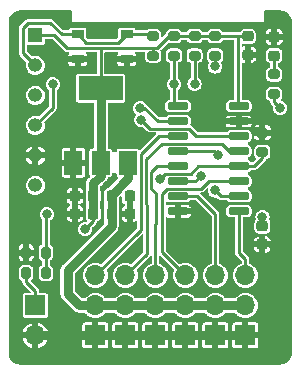
<source format=gbr>
%TF.GenerationSoftware,KiCad,Pcbnew,(6.0.2)*%
%TF.CreationDate,2022-09-28T21:47:15+01:00*%
%TF.ProjectId,m-link-lite,6d2d6c69-6e6b-42d6-9c69-74652e6b6963,rev?*%
%TF.SameCoordinates,Original*%
%TF.FileFunction,Copper,L1,Top*%
%TF.FilePolarity,Positive*%
%FSLAX46Y46*%
G04 Gerber Fmt 4.6, Leading zero omitted, Abs format (unit mm)*
G04 Created by KiCad (PCBNEW (6.0.2)) date 2022-09-28 21:47:15*
%MOMM*%
%LPD*%
G01*
G04 APERTURE LIST*
G04 Aperture macros list*
%AMRoundRect*
0 Rectangle with rounded corners*
0 $1 Rounding radius*
0 $2 $3 $4 $5 $6 $7 $8 $9 X,Y pos of 4 corners*
0 Add a 4 corners polygon primitive as box body*
4,1,4,$2,$3,$4,$5,$6,$7,$8,$9,$2,$3,0*
0 Add four circle primitives for the rounded corners*
1,1,$1+$1,$2,$3*
1,1,$1+$1,$4,$5*
1,1,$1+$1,$6,$7*
1,1,$1+$1,$8,$9*
0 Add four rect primitives between the rounded corners*
20,1,$1+$1,$2,$3,$4,$5,0*
20,1,$1+$1,$4,$5,$6,$7,0*
20,1,$1+$1,$6,$7,$8,$9,0*
20,1,$1+$1,$8,$9,$2,$3,0*%
G04 Aperture macros list end*
%TA.AperFunction,SMDPad,CuDef*%
%ADD10RoundRect,0.200000X-0.275000X0.200000X-0.275000X-0.200000X0.275000X-0.200000X0.275000X0.200000X0*%
%TD*%
%TA.AperFunction,SMDPad,CuDef*%
%ADD11RoundRect,0.200000X-0.200000X-0.275000X0.200000X-0.275000X0.200000X0.275000X-0.200000X0.275000X0*%
%TD*%
%TA.AperFunction,SMDPad,CuDef*%
%ADD12R,1.500000X2.000000*%
%TD*%
%TA.AperFunction,SMDPad,CuDef*%
%ADD13R,3.800000X2.000000*%
%TD*%
%TA.AperFunction,SMDPad,CuDef*%
%ADD14RoundRect,0.218750X-0.256250X0.218750X-0.256250X-0.218750X0.256250X-0.218750X0.256250X0.218750X0*%
%TD*%
%TA.AperFunction,SMDPad,CuDef*%
%ADD15R,1.050000X0.650000*%
%TD*%
%TA.AperFunction,SMDPad,CuDef*%
%ADD16RoundRect,0.225000X-0.225000X-0.250000X0.225000X-0.250000X0.225000X0.250000X-0.225000X0.250000X0*%
%TD*%
%TA.AperFunction,SMDPad,CuDef*%
%ADD17RoundRect,0.225000X-0.250000X0.225000X-0.250000X-0.225000X0.250000X-0.225000X0.250000X0.225000X0*%
%TD*%
%TA.AperFunction,SMDPad,CuDef*%
%ADD18RoundRect,0.150000X-0.725000X-0.150000X0.725000X-0.150000X0.725000X0.150000X-0.725000X0.150000X0*%
%TD*%
%TA.AperFunction,ComponentPad*%
%ADD19O,1.700000X1.700000*%
%TD*%
%TA.AperFunction,ComponentPad*%
%ADD20R,1.700000X1.700000*%
%TD*%
%TA.AperFunction,SMDPad,CuDef*%
%ADD21RoundRect,0.225000X0.225000X0.250000X-0.225000X0.250000X-0.225000X-0.250000X0.225000X-0.250000X0*%
%TD*%
%TA.AperFunction,SMDPad,CuDef*%
%ADD22RoundRect,0.200000X0.275000X-0.200000X0.275000X0.200000X-0.275000X0.200000X-0.275000X-0.200000X0*%
%TD*%
%TA.AperFunction,ComponentPad*%
%ADD23R,1.200000X1.200000*%
%TD*%
%TA.AperFunction,ComponentPad*%
%ADD24O,1.200000X1.200000*%
%TD*%
%TA.AperFunction,SMDPad,CuDef*%
%ADD25RoundRect,0.200000X0.200000X0.275000X-0.200000X0.275000X-0.200000X-0.275000X0.200000X-0.275000X0*%
%TD*%
%TA.AperFunction,ViaPad*%
%ADD26C,0.800000*%
%TD*%
%TA.AperFunction,Conductor*%
%ADD27C,0.250000*%
%TD*%
%TA.AperFunction,Conductor*%
%ADD28C,0.800000*%
%TD*%
G04 APERTURE END LIST*
D10*
%TO.P,R8,1*%
%TO.N,+3V3*%
X93000000Y-71175000D03*
%TO.P,R8,2*%
%TO.N,/OE*%
X93000000Y-72825000D03*
%TD*%
D11*
%TO.P,R1,1*%
%TO.N,/SENSE*%
X80500000Y-91250000D03*
%TO.P,R1,2*%
%TO.N,/ADC*%
X82150000Y-91250000D03*
%TD*%
D12*
%TO.P,U1,1,GND*%
%TO.N,GND*%
X84500000Y-81900000D03*
%TO.P,U1,2,VO*%
%TO.N,+3V3*%
X86800000Y-81900000D03*
D13*
X86800000Y-75600000D03*
D12*
%TO.P,U1,3,VI*%
%TO.N,+5V*%
X89100000Y-81900000D03*
%TD*%
D14*
%TO.P,D1,1,K*%
%TO.N,GND*%
X101500000Y-71250000D03*
%TO.P,D1,2,A*%
%TO.N,Net-(D1-Pad2)*%
X101500000Y-72825000D03*
%TD*%
D15*
%TO.P,SW1,1,1*%
%TO.N,GND*%
X89000000Y-73150000D03*
X84850000Y-73150000D03*
%TO.P,SW1,2,2*%
%TO.N,/DTR*%
X84850000Y-71000000D03*
X89000000Y-71000000D03*
%TD*%
D16*
%TO.P,C1,1*%
%TO.N,+5V*%
X87725000Y-86200000D03*
%TO.P,C1,2*%
%TO.N,GND*%
X89275000Y-86200000D03*
%TD*%
%TO.P,C3,1*%
%TO.N,+5V*%
X87725000Y-84700000D03*
%TO.P,C3,2*%
%TO.N,GND*%
X89275000Y-84700000D03*
%TD*%
D17*
%TO.P,C7,1*%
%TO.N,+3V3*%
X100500000Y-87250000D03*
%TO.P,C7,2*%
%TO.N,GND*%
X100500000Y-88800000D03*
%TD*%
D18*
%TO.P,U3,1,E1*%
%TO.N,/OE*%
X93350000Y-77110000D03*
%TO.P,U3,2,I1*%
%TO.N,/CH1_LV*%
X93350000Y-78380000D03*
%TO.P,U3,3,O1*%
%TO.N,/CH1*%
X93350000Y-79650000D03*
%TO.P,U3,4,I2*%
%TO.N,/CH3_LV*%
X93350000Y-80920000D03*
%TO.P,U3,5,O2*%
%TO.N,/CH3*%
X93350000Y-82190000D03*
%TO.P,U3,6,I3*%
%TO.N,/CH5_LV*%
X93350000Y-83460000D03*
%TO.P,U3,7,O3*%
%TO.N,/CH5*%
X93350000Y-84730000D03*
%TO.P,U3,8,GND*%
%TO.N,GND*%
X93350000Y-86000000D03*
%TO.P,U3,9,O4*%
%TO.N,/CH6*%
X98500000Y-86000000D03*
%TO.P,U3,10,I4*%
%TO.N,/CH6_LV*%
X98500000Y-84730000D03*
%TO.P,U3,11,O5*%
%TO.N,/CH4*%
X98500000Y-83460000D03*
%TO.P,U3,12,I5*%
%TO.N,/CH4_LV*%
X98500000Y-82190000D03*
%TO.P,U3,13,O6*%
%TO.N,/CH2*%
X98500000Y-80920000D03*
%TO.P,U3,14,I6*%
%TO.N,/CH2_LV*%
X98500000Y-79650000D03*
%TO.P,U3,15,E2*%
%TO.N,GND*%
X98500000Y-78380000D03*
%TO.P,U3,16,VCC*%
%TO.N,+3V3*%
X98500000Y-77110000D03*
%TD*%
D19*
%TO.P,J3,1,Pin_1*%
%TO.N,/CH1*%
X86360000Y-91440000D03*
%TO.P,J3,2,Pin_2*%
%TO.N,+5V*%
X86360000Y-93980000D03*
D20*
%TO.P,J3,3,Pin_3*%
%TO.N,GND*%
X86360000Y-96520000D03*
D19*
%TO.P,J3,4,Pin_4*%
%TO.N,/CH2*%
X88900000Y-91440000D03*
%TO.P,J3,5,Pin_5*%
%TO.N,+5V*%
X88900000Y-93980000D03*
D20*
%TO.P,J3,6,Pin_6*%
%TO.N,GND*%
X88900000Y-96520000D03*
D19*
%TO.P,J3,7,Pin_7*%
%TO.N,/CH3*%
X91440000Y-91440000D03*
%TO.P,J3,8,Pin_8*%
%TO.N,+5V*%
X91440000Y-93980000D03*
D20*
%TO.P,J3,9,Pin_9*%
%TO.N,GND*%
X91440000Y-96520000D03*
D19*
%TO.P,J3,10,Pin_10*%
%TO.N,/CH4*%
X93980000Y-91440000D03*
%TO.P,J3,11,Pin_11*%
%TO.N,+5V*%
X93980000Y-93980000D03*
D20*
%TO.P,J3,12,Pin_12*%
%TO.N,GND*%
X93980000Y-96520000D03*
D19*
%TO.P,J3,13,Pin_13*%
%TO.N,/CH5*%
X96520000Y-91440000D03*
%TO.P,J3,14,Pin_14*%
%TO.N,+5V*%
X96520000Y-93980000D03*
D20*
%TO.P,J3,15,Pin_15*%
%TO.N,GND*%
X96520000Y-96520000D03*
D19*
%TO.P,J3,16,Pin_16*%
%TO.N,/CH6*%
X99060000Y-91440000D03*
%TO.P,J3,17,Pin_17*%
%TO.N,+5V*%
X99060000Y-93980000D03*
D20*
%TO.P,J3,18,Pin_18*%
%TO.N,GND*%
X99060000Y-96520000D03*
%TD*%
D21*
%TO.P,C4,1*%
%TO.N,+3V3*%
X86175000Y-84700000D03*
%TO.P,C4,2*%
%TO.N,GND*%
X84625000Y-84700000D03*
%TD*%
D22*
%TO.P,R10,1*%
%TO.N,/LED1*%
X101500000Y-76075000D03*
%TO.P,R10,2*%
%TO.N,Net-(D1-Pad2)*%
X101500000Y-74425000D03*
%TD*%
D10*
%TO.P,R4,1*%
%TO.N,+3V3*%
X96500000Y-71175000D03*
%TO.P,R4,2*%
%TO.N,/RESET*%
X96500000Y-72825000D03*
%TD*%
D23*
%TO.P,J2,1,Pin_1*%
%TO.N,+3V3*%
X81280000Y-71120000D03*
D24*
%TO.P,J2,2,Pin_2*%
%TO.N,/DTR*%
X81280000Y-73660000D03*
%TO.P,J2,3,Pin_3*%
%TO.N,/RX*%
X81280000Y-76200000D03*
%TO.P,J2,4,Pin_4*%
%TO.N,/TX*%
X81280000Y-78740000D03*
%TO.P,J2,5,Pin_5*%
%TO.N,GND*%
X81280000Y-81280000D03*
%TO.P,J2,6,Pin_6*%
%TO.N,/RESET*%
X81280000Y-83820000D03*
%TD*%
D10*
%TO.P,R3,1*%
%TO.N,+3V3*%
X94750000Y-71175000D03*
%TO.P,R3,2*%
%TO.N,/EN*%
X94750000Y-72825000D03*
%TD*%
D17*
%TO.P,C5,1*%
%TO.N,+3V3*%
X99250000Y-71200000D03*
%TO.P,C5,2*%
%TO.N,GND*%
X99250000Y-72750000D03*
%TD*%
D21*
%TO.P,C2,1*%
%TO.N,+3V3*%
X86175000Y-86200000D03*
%TO.P,C2,2*%
%TO.N,GND*%
X84625000Y-86200000D03*
%TD*%
D22*
%TO.P,R6,1*%
%TO.N,/CH4_LV*%
X100500000Y-81000000D03*
%TO.P,R6,2*%
%TO.N,GND*%
X100500000Y-79350000D03*
%TD*%
D20*
%TO.P,J1,1,Pin_1*%
%TO.N,/SENSE*%
X81280000Y-93980000D03*
D19*
%TO.P,J1,2,Pin_2*%
%TO.N,GND*%
X81280000Y-96520000D03*
%TD*%
D25*
%TO.P,R2,1*%
%TO.N,/ADC*%
X82150000Y-89500000D03*
%TO.P,R2,2*%
%TO.N,GND*%
X80500000Y-89500000D03*
%TD*%
D22*
%TO.P,R5,1*%
%TO.N,+3V3*%
X91250000Y-72825000D03*
%TO.P,R5,2*%
%TO.N,/DTR*%
X91250000Y-71175000D03*
%TD*%
D26*
%TO.N,GND*%
X85250000Y-92750000D03*
X102500000Y-86500000D03*
X80500000Y-87750000D03*
X81000000Y-85250000D03*
X91250000Y-74500000D03*
X79750000Y-79000000D03*
X87500000Y-89250000D03*
X89750000Y-89250000D03*
X79500000Y-86500000D03*
X83000000Y-90250000D03*
X101500000Y-96500000D03*
X80100000Y-69600000D03*
X96750000Y-78500000D03*
X88250000Y-78250000D03*
X93000000Y-89250000D03*
X79500000Y-96500000D03*
X97500000Y-89500000D03*
X88250000Y-79250000D03*
X90250000Y-79500000D03*
X102500000Y-84500000D03*
X87750000Y-73250000D03*
X87000000Y-70750000D03*
X95200000Y-76900000D03*
X102500000Y-82000000D03*
X79500000Y-91750000D03*
X102500000Y-80500000D03*
X79750000Y-84000000D03*
X102500000Y-69900000D03*
X89250000Y-87500000D03*
X101500000Y-94000000D03*
X83649960Y-69600000D03*
X95250000Y-89400000D03*
X89500000Y-74500000D03*
X96800000Y-76900000D03*
X95250000Y-78500000D03*
X91250000Y-76000000D03*
X84000000Y-98000000D03*
X83000000Y-93250000D03*
X93500000Y-87500000D03*
X79750000Y-76750000D03*
X83980000Y-96520000D03*
X79750000Y-81500000D03*
X101500000Y-91500000D03*
X79500000Y-89250000D03*
X81250000Y-98500000D03*
X84000000Y-95000000D03*
X97900000Y-70400000D03*
X101500000Y-89000000D03*
%TO.N,/TX*%
X82750000Y-75250000D03*
%TO.N,/RESET*%
X96500000Y-73750000D03*
%TO.N,/ADC*%
X82250000Y-86250000D03*
%TO.N,/EN*%
X94750000Y-75250000D03*
%TO.N,/CH6_LV*%
X96500000Y-84250000D03*
%TO.N,/OE*%
X93012299Y-75262299D03*
%TO.N,/LED1*%
X102000000Y-77250000D03*
%TO.N,/CH1_LV*%
X90145500Y-77250000D03*
%TO.N,/CH2_LV*%
X90250000Y-78250000D03*
%TO.N,/CH3_LV*%
X96750000Y-81250000D03*
%TO.N,/CH4_LV*%
X91825460Y-83250000D03*
%TO.N,/CH5_LV*%
X95262299Y-83012299D03*
%TO.N,+3V3*%
X85500000Y-87500000D03*
X100500000Y-86500000D03*
%TD*%
D27*
%TO.N,GND*%
X102500000Y-78500000D02*
X102500000Y-80500000D01*
D28*
X83730000Y-96520000D02*
X83480000Y-96520000D01*
D27*
X79750000Y-77500000D02*
X79750000Y-73750000D01*
X79500000Y-91750000D02*
X79500000Y-90000000D01*
X95200000Y-77200000D02*
X95750000Y-77750000D01*
X80500000Y-89500000D02*
X79750000Y-89500000D01*
X79750000Y-79000000D02*
X79750000Y-77500000D01*
X101750000Y-78500000D02*
X102500000Y-78500000D01*
D28*
X93980000Y-96520000D02*
X96520000Y-96520000D01*
D27*
X79750000Y-96500000D02*
X81260000Y-96500000D01*
X79750000Y-73750000D02*
X79750000Y-69950000D01*
X81260000Y-96500000D02*
X81280000Y-96520000D01*
X97900000Y-70400000D02*
X97575020Y-70075020D01*
X79500000Y-94250000D02*
X79500000Y-91750000D01*
X79500000Y-90000000D02*
X79500000Y-89750000D01*
D28*
X83980000Y-96520000D02*
X83730000Y-96520000D01*
D27*
X95750000Y-79000000D02*
X95250000Y-78500000D01*
D28*
X86360000Y-96520000D02*
X88900000Y-96520000D01*
D27*
X101000000Y-77750000D02*
X101750000Y-78500000D01*
D28*
X96520000Y-96520000D02*
X99060000Y-96520000D01*
D27*
X79750000Y-89500000D02*
X79500000Y-89250000D01*
D28*
X86360000Y-96520000D02*
X83980000Y-96520000D01*
X91440000Y-96520000D02*
X93980000Y-96520000D01*
X83480000Y-96520000D02*
X81280000Y-96520000D01*
D27*
X83750000Y-96250000D02*
X83480000Y-96520000D01*
X95750000Y-77750000D02*
X101000000Y-77750000D01*
X79500000Y-86500000D02*
X79500000Y-89250000D01*
X100380000Y-78380000D02*
X100500000Y-78500000D01*
X100150000Y-79000000D02*
X95750000Y-79000000D01*
X79500000Y-89750000D02*
X79500000Y-89250000D01*
X79500000Y-94250000D02*
X79500000Y-96250000D01*
X100500000Y-79350000D02*
X100150000Y-79000000D01*
X79750000Y-69950000D02*
X80100000Y-69600000D01*
D28*
X88900000Y-96520000D02*
X91440000Y-96520000D01*
D27*
X83649960Y-69600000D02*
X80100000Y-69600000D01*
X100500000Y-78500000D02*
X100500000Y-79350000D01*
X79500000Y-96250000D02*
X79750000Y-96500000D01*
X95200000Y-76900000D02*
X95200000Y-77200000D01*
X84124980Y-70075020D02*
X83649960Y-69600000D01*
X98500000Y-78380000D02*
X100380000Y-78380000D01*
X79750000Y-79000000D02*
X79750000Y-81500000D01*
X97575020Y-70075020D02*
X84124980Y-70075020D01*
%TO.N,/DTR*%
X85600000Y-71750000D02*
X84850000Y-71000000D01*
X80675094Y-70049520D02*
X80199520Y-70525094D01*
X89000000Y-71000000D02*
X91075000Y-71000000D01*
X84850000Y-71000000D02*
X83500000Y-71000000D01*
X80199520Y-72579520D02*
X81280000Y-73660000D01*
X89000000Y-71000000D02*
X88250000Y-71750000D01*
X80199520Y-70525094D02*
X80199520Y-72579520D01*
X91075000Y-71000000D02*
X91250000Y-71175000D01*
X83500000Y-71000000D02*
X82549520Y-70049520D01*
X88250000Y-71750000D02*
X85600000Y-71750000D01*
X82549520Y-70049520D02*
X80675094Y-70049520D01*
%TO.N,/TX*%
X82750000Y-77270000D02*
X82750000Y-75250000D01*
X81280000Y-78740000D02*
X82750000Y-77270000D01*
D28*
%TO.N,+5V*%
X84000000Y-93000000D02*
X84000000Y-91000000D01*
X87725000Y-84608953D02*
X89100000Y-83233953D01*
X87725000Y-86200000D02*
X87725000Y-87275000D01*
X87725000Y-84700000D02*
X87725000Y-84608953D01*
X96520000Y-93980000D02*
X93980000Y-93980000D01*
X88900000Y-93980000D02*
X86360000Y-93980000D01*
X87725000Y-86200000D02*
X87725000Y-84700000D01*
X99060000Y-93980000D02*
X96520000Y-93980000D01*
X93980000Y-93980000D02*
X91440000Y-93980000D01*
X84980000Y-93980000D02*
X84000000Y-93000000D01*
X91440000Y-93980000D02*
X88900000Y-93980000D01*
X89100000Y-83233953D02*
X89100000Y-81900000D01*
X87725000Y-87275000D02*
X84000000Y-91000000D01*
X86360000Y-93980000D02*
X84980000Y-93980000D01*
D27*
%TO.N,/RESET*%
X96500000Y-73750000D02*
X96500000Y-72825000D01*
%TO.N,/ADC*%
X82150000Y-89500000D02*
X82150000Y-86350000D01*
X82150000Y-89500000D02*
X82150000Y-91250000D01*
X82150000Y-86350000D02*
X82250000Y-86250000D01*
%TO.N,/EN*%
X94750000Y-75250000D02*
X94750000Y-72825000D01*
%TO.N,/CH1*%
X93350000Y-79650000D02*
X91753840Y-79650000D01*
X90201920Y-87598080D02*
X86360000Y-91440000D01*
X90201920Y-81201920D02*
X90201920Y-87598080D01*
X91753840Y-79650000D02*
X90201920Y-81201920D01*
%TO.N,/CH2*%
X90750000Y-89590000D02*
X88900000Y-91440000D01*
X90750000Y-85500000D02*
X90750000Y-89590000D01*
X97045480Y-80295480D02*
X91954520Y-80295480D01*
X97670000Y-80920000D02*
X97045480Y-80295480D01*
X98500000Y-80920000D02*
X97670000Y-80920000D01*
X91954520Y-80295480D02*
X90651440Y-81598560D01*
X90651440Y-85401440D02*
X90750000Y-85500000D01*
X90651440Y-81598560D02*
X90651440Y-85401440D01*
%TO.N,/CH3*%
X91451920Y-84500000D02*
X91451920Y-87048080D01*
X93350000Y-82190000D02*
X91560000Y-82190000D01*
X91100960Y-82649040D02*
X91100960Y-84149040D01*
X91440000Y-87060000D02*
X91440000Y-91440000D01*
X91560000Y-82190000D02*
X91100960Y-82649040D01*
X91451920Y-87048080D02*
X91440000Y-87060000D01*
X91100960Y-84149040D02*
X91451920Y-84500000D01*
%TO.N,/CH5*%
X96520000Y-91440000D02*
X96520000Y-86270000D01*
X96520000Y-86270000D02*
X94980000Y-84730000D01*
X94980000Y-84730000D02*
X93350000Y-84730000D01*
%TO.N,/CH4*%
X98500000Y-83460000D02*
X95959040Y-83460000D01*
X92016964Y-89476964D02*
X93980000Y-91440000D01*
X95334520Y-84084520D02*
X92449408Y-84084520D01*
X92016964Y-84516964D02*
X92016964Y-89476964D01*
X95959040Y-83460000D02*
X95334520Y-84084520D01*
X92449408Y-84084520D02*
X92016964Y-84516964D01*
%TO.N,Net-(D1-Pad2)*%
X101500000Y-74425000D02*
X101500000Y-72825000D01*
%TO.N,/CH6*%
X99060000Y-91440000D02*
X99060000Y-90060000D01*
X98500000Y-89500000D02*
X98500000Y-86000000D01*
X99060000Y-90060000D02*
X98500000Y-89500000D01*
%TO.N,/CH6_LV*%
X96980000Y-84730000D02*
X96500000Y-84250000D01*
X98500000Y-84730000D02*
X96980000Y-84730000D01*
%TO.N,/OE*%
X93012299Y-75262299D02*
X93012299Y-76772299D01*
X93012299Y-72837299D02*
X93000000Y-72825000D01*
X93012299Y-76772299D02*
X93350000Y-77110000D01*
X93012299Y-75262299D02*
X93012299Y-72837299D01*
%TO.N,/LED1*%
X101500000Y-76750000D02*
X102000000Y-77250000D01*
X101500000Y-76075000D02*
X101500000Y-76750000D01*
%TO.N,/CH1_LV*%
X90145500Y-77250000D02*
X90500000Y-77250000D01*
X90500000Y-77250000D02*
X91630000Y-78380000D01*
X91630000Y-78380000D02*
X93350000Y-78380000D01*
%TO.N,/CH2_LV*%
X91004520Y-79004520D02*
X92254520Y-79004520D01*
X94254520Y-79004520D02*
X92254520Y-79004520D01*
X94900000Y-79650000D02*
X94254520Y-79004520D01*
X98500000Y-79650000D02*
X94900000Y-79650000D01*
X90250000Y-78250000D02*
X91004520Y-79004520D01*
X92254520Y-79004520D02*
X91089997Y-79004520D01*
%TO.N,/CH3_LV*%
X96420000Y-80920000D02*
X96750000Y-81250000D01*
X93350000Y-80920000D02*
X96420000Y-80920000D01*
%TO.N,/CH4_LV*%
X92260940Y-82814520D02*
X94435480Y-82814520D01*
X99810000Y-82190000D02*
X98500000Y-82190000D01*
X95060000Y-82190000D02*
X98500000Y-82190000D01*
X91825460Y-83250000D02*
X92260940Y-82814520D01*
X100500000Y-81500000D02*
X99810000Y-82190000D01*
X100500000Y-81000000D02*
X100500000Y-81500000D01*
X94435480Y-82814520D02*
X95060000Y-82190000D01*
%TO.N,/CH5_LV*%
X95262299Y-83012299D02*
X94814598Y-83460000D01*
X94814598Y-83460000D02*
X93350000Y-83460000D01*
%TO.N,+3V3*%
X94750000Y-71175000D02*
X96500000Y-71175000D01*
X96500000Y-71175000D02*
X98425000Y-71175000D01*
D28*
X86175000Y-84700000D02*
X86175000Y-83625000D01*
D27*
X83949520Y-72199520D02*
X86800480Y-72199520D01*
X98500000Y-77110000D02*
X98450480Y-77060480D01*
X91199520Y-72199520D02*
X91550480Y-72199520D01*
X86800000Y-72200000D02*
X86800480Y-72199520D01*
D28*
X86175000Y-83625000D02*
X86800000Y-83000000D01*
X86175000Y-84700000D02*
X86175000Y-86200000D01*
D27*
X98425000Y-71175000D02*
X99225000Y-71175000D01*
X82870000Y-71120000D02*
X83949520Y-72199520D01*
X91250000Y-72250000D02*
X91199520Y-72199520D01*
X100500000Y-87250000D02*
X100500000Y-86500000D01*
X99225000Y-71175000D02*
X99250000Y-71200000D01*
X86800000Y-75600000D02*
X86800000Y-72200000D01*
X98450480Y-71200480D02*
X98425000Y-71175000D01*
X86175000Y-86825000D02*
X85500000Y-87500000D01*
X98450480Y-77060480D02*
X98450480Y-71200480D01*
X81280000Y-71120000D02*
X82870000Y-71120000D01*
X91550480Y-72199520D02*
X92575000Y-71175000D01*
X91250000Y-72825000D02*
X91250000Y-72250000D01*
D28*
X86800000Y-81900000D02*
X86800000Y-75600000D01*
X86800000Y-83000000D02*
X86800000Y-81900000D01*
D27*
X93000000Y-71175000D02*
X94750000Y-71175000D01*
X86800480Y-72199520D02*
X91199520Y-72199520D01*
X92575000Y-71175000D02*
X93000000Y-71175000D01*
X86175000Y-86200000D02*
X86175000Y-86825000D01*
%TO.N,/SENSE*%
X80500000Y-91250000D02*
X80500000Y-92000000D01*
X81280000Y-92780000D02*
X81280000Y-93980000D01*
X80500000Y-92000000D02*
X81280000Y-92780000D01*
%TD*%
%TA.AperFunction,Conductor*%
%TO.N,GND*%
G36*
X84361548Y-69028452D02*
G01*
X84380000Y-69073000D01*
X84380000Y-69950000D01*
X100620000Y-69950000D01*
X100620000Y-69073000D01*
X100638452Y-69028452D01*
X100683000Y-69010000D01*
X101997249Y-69010000D01*
X101998100Y-69010037D01*
X102000000Y-69010824D01*
X102001538Y-69010187D01*
X102002740Y-69010240D01*
X102166421Y-69024560D01*
X102177236Y-69026467D01*
X102333277Y-69068278D01*
X102343596Y-69072034D01*
X102345668Y-69073000D01*
X102490005Y-69140306D01*
X102499512Y-69145794D01*
X102631844Y-69238454D01*
X102640257Y-69245513D01*
X102754487Y-69359743D01*
X102761546Y-69368156D01*
X102849013Y-69493071D01*
X102854206Y-69500488D01*
X102859696Y-69509998D01*
X102927966Y-69656404D01*
X102931722Y-69666723D01*
X102973533Y-69822764D01*
X102975440Y-69833579D01*
X102989760Y-69997260D01*
X102989813Y-69998462D01*
X102989176Y-70000000D01*
X102989963Y-70001900D01*
X102990000Y-70002751D01*
X102990000Y-97997249D01*
X102989963Y-97998100D01*
X102989176Y-98000000D01*
X102989813Y-98001538D01*
X102989760Y-98002740D01*
X102975440Y-98166421D01*
X102973533Y-98177236D01*
X102931722Y-98333277D01*
X102927966Y-98343596D01*
X102859696Y-98490002D01*
X102854208Y-98499509D01*
X102787464Y-98594829D01*
X102761546Y-98631844D01*
X102754487Y-98640257D01*
X102640257Y-98754487D01*
X102631844Y-98761546D01*
X102499512Y-98854206D01*
X102490005Y-98859694D01*
X102409655Y-98897162D01*
X102343596Y-98927966D01*
X102333277Y-98931722D01*
X102177236Y-98973533D01*
X102166421Y-98975440D01*
X102002740Y-98989760D01*
X102001538Y-98989813D01*
X102000000Y-98989176D01*
X101998100Y-98989963D01*
X101997249Y-98990000D01*
X80002751Y-98990000D01*
X80001900Y-98989963D01*
X80000000Y-98989176D01*
X79998462Y-98989813D01*
X79997260Y-98989760D01*
X79833579Y-98975440D01*
X79822764Y-98973533D01*
X79666723Y-98931722D01*
X79656404Y-98927966D01*
X79590345Y-98897162D01*
X79509995Y-98859694D01*
X79500488Y-98854206D01*
X79368156Y-98761546D01*
X79359743Y-98754487D01*
X79245513Y-98640257D01*
X79238454Y-98631844D01*
X79212536Y-98594829D01*
X79145792Y-98499509D01*
X79140304Y-98490002D01*
X79072034Y-98343596D01*
X79068278Y-98333277D01*
X79026467Y-98177236D01*
X79024560Y-98166421D01*
X79010240Y-98002740D01*
X79010187Y-98001538D01*
X79010824Y-98000000D01*
X79010037Y-97998100D01*
X79010000Y-97997249D01*
X79010000Y-96781769D01*
X80207352Y-96781769D01*
X80234154Y-96887304D01*
X80236075Y-96892726D01*
X80318605Y-97071746D01*
X80321476Y-97076719D01*
X80435250Y-97237706D01*
X80438983Y-97242077D01*
X80580190Y-97379634D01*
X80584649Y-97383245D01*
X80748562Y-97492769D01*
X80753611Y-97495510D01*
X80934735Y-97573327D01*
X80940195Y-97575101D01*
X81013779Y-97591752D01*
X81023231Y-97590127D01*
X81025962Y-97586263D01*
X81534000Y-97586263D01*
X81537671Y-97595125D01*
X81542134Y-97596974D01*
X81728227Y-97533803D01*
X81733484Y-97531462D01*
X81905466Y-97435147D01*
X81910218Y-97431882D01*
X81958266Y-97391921D01*
X85256001Y-97391921D01*
X85256604Y-97398050D01*
X85269526Y-97463020D01*
X85274185Y-97474266D01*
X85323429Y-97547965D01*
X85332035Y-97556571D01*
X85405737Y-97605817D01*
X85416977Y-97610473D01*
X85481951Y-97623397D01*
X85488077Y-97624000D01*
X86093467Y-97624000D01*
X86102329Y-97620329D01*
X86106000Y-97611467D01*
X86106000Y-97611466D01*
X86614000Y-97611466D01*
X86617671Y-97620328D01*
X86626533Y-97623999D01*
X87231921Y-97623999D01*
X87238050Y-97623396D01*
X87303020Y-97610474D01*
X87314266Y-97605815D01*
X87387965Y-97556571D01*
X87396571Y-97547965D01*
X87445817Y-97474263D01*
X87450473Y-97463023D01*
X87463397Y-97398049D01*
X87464000Y-97391923D01*
X87464000Y-97391921D01*
X87796001Y-97391921D01*
X87796604Y-97398050D01*
X87809526Y-97463020D01*
X87814185Y-97474266D01*
X87863429Y-97547965D01*
X87872035Y-97556571D01*
X87945737Y-97605817D01*
X87956977Y-97610473D01*
X88021951Y-97623397D01*
X88028077Y-97624000D01*
X88633467Y-97624000D01*
X88642329Y-97620329D01*
X88646000Y-97611467D01*
X88646000Y-97611466D01*
X89154000Y-97611466D01*
X89157671Y-97620328D01*
X89166533Y-97623999D01*
X89771921Y-97623999D01*
X89778050Y-97623396D01*
X89843020Y-97610474D01*
X89854266Y-97605815D01*
X89927965Y-97556571D01*
X89936571Y-97547965D01*
X89985817Y-97474263D01*
X89990473Y-97463023D01*
X90003397Y-97398049D01*
X90004000Y-97391923D01*
X90004000Y-97391921D01*
X90336001Y-97391921D01*
X90336604Y-97398050D01*
X90349526Y-97463020D01*
X90354185Y-97474266D01*
X90403429Y-97547965D01*
X90412035Y-97556571D01*
X90485737Y-97605817D01*
X90496977Y-97610473D01*
X90561951Y-97623397D01*
X90568077Y-97624000D01*
X91173467Y-97624000D01*
X91182329Y-97620329D01*
X91186000Y-97611467D01*
X91186000Y-97611466D01*
X91694000Y-97611466D01*
X91697671Y-97620328D01*
X91706533Y-97623999D01*
X92311921Y-97623999D01*
X92318050Y-97623396D01*
X92383020Y-97610474D01*
X92394266Y-97605815D01*
X92467965Y-97556571D01*
X92476571Y-97547965D01*
X92525817Y-97474263D01*
X92530473Y-97463023D01*
X92543397Y-97398049D01*
X92544000Y-97391923D01*
X92544000Y-97391921D01*
X92876001Y-97391921D01*
X92876604Y-97398050D01*
X92889526Y-97463020D01*
X92894185Y-97474266D01*
X92943429Y-97547965D01*
X92952035Y-97556571D01*
X93025737Y-97605817D01*
X93036977Y-97610473D01*
X93101951Y-97623397D01*
X93108077Y-97624000D01*
X93713467Y-97624000D01*
X93722329Y-97620329D01*
X93726000Y-97611467D01*
X93726000Y-97611466D01*
X94234000Y-97611466D01*
X94237671Y-97620328D01*
X94246533Y-97623999D01*
X94851921Y-97623999D01*
X94858050Y-97623396D01*
X94923020Y-97610474D01*
X94934266Y-97605815D01*
X95007965Y-97556571D01*
X95016571Y-97547965D01*
X95065817Y-97474263D01*
X95070473Y-97463023D01*
X95083397Y-97398049D01*
X95084000Y-97391923D01*
X95084000Y-97391921D01*
X95416001Y-97391921D01*
X95416604Y-97398050D01*
X95429526Y-97463020D01*
X95434185Y-97474266D01*
X95483429Y-97547965D01*
X95492035Y-97556571D01*
X95565737Y-97605817D01*
X95576977Y-97610473D01*
X95641951Y-97623397D01*
X95648077Y-97624000D01*
X96253467Y-97624000D01*
X96262329Y-97620329D01*
X96266000Y-97611467D01*
X96266000Y-97611466D01*
X96774000Y-97611466D01*
X96777671Y-97620328D01*
X96786533Y-97623999D01*
X97391921Y-97623999D01*
X97398050Y-97623396D01*
X97463020Y-97610474D01*
X97474266Y-97605815D01*
X97547965Y-97556571D01*
X97556571Y-97547965D01*
X97605817Y-97474263D01*
X97610473Y-97463023D01*
X97623397Y-97398049D01*
X97624000Y-97391923D01*
X97624000Y-97391921D01*
X97956001Y-97391921D01*
X97956604Y-97398050D01*
X97969526Y-97463020D01*
X97974185Y-97474266D01*
X98023429Y-97547965D01*
X98032035Y-97556571D01*
X98105737Y-97605817D01*
X98116977Y-97610473D01*
X98181951Y-97623397D01*
X98188077Y-97624000D01*
X98793467Y-97624000D01*
X98802329Y-97620329D01*
X98806000Y-97611467D01*
X98806000Y-97611466D01*
X99314000Y-97611466D01*
X99317671Y-97620328D01*
X99326533Y-97623999D01*
X99931921Y-97623999D01*
X99938050Y-97623396D01*
X100003020Y-97610474D01*
X100014266Y-97605815D01*
X100087965Y-97556571D01*
X100096571Y-97547965D01*
X100145817Y-97474263D01*
X100150473Y-97463023D01*
X100163397Y-97398049D01*
X100164000Y-97391923D01*
X100164000Y-96786533D01*
X100160329Y-96777671D01*
X100151467Y-96774000D01*
X99326533Y-96774000D01*
X99317671Y-96777671D01*
X99314000Y-96786533D01*
X99314000Y-97611466D01*
X98806000Y-97611466D01*
X98806000Y-96786533D01*
X98802329Y-96777671D01*
X98793467Y-96774000D01*
X97968534Y-96774000D01*
X97959672Y-96777671D01*
X97956001Y-96786533D01*
X97956001Y-97391921D01*
X97624000Y-97391921D01*
X97624000Y-96786533D01*
X97620329Y-96777671D01*
X97611467Y-96774000D01*
X96786533Y-96774000D01*
X96777671Y-96777671D01*
X96774000Y-96786533D01*
X96774000Y-97611466D01*
X96266000Y-97611466D01*
X96266000Y-96786533D01*
X96262329Y-96777671D01*
X96253467Y-96774000D01*
X95428534Y-96774000D01*
X95419672Y-96777671D01*
X95416001Y-96786533D01*
X95416001Y-97391921D01*
X95084000Y-97391921D01*
X95084000Y-96786533D01*
X95080329Y-96777671D01*
X95071467Y-96774000D01*
X94246533Y-96774000D01*
X94237671Y-96777671D01*
X94234000Y-96786533D01*
X94234000Y-97611466D01*
X93726000Y-97611466D01*
X93726000Y-96786533D01*
X93722329Y-96777671D01*
X93713467Y-96774000D01*
X92888534Y-96774000D01*
X92879672Y-96777671D01*
X92876001Y-96786533D01*
X92876001Y-97391921D01*
X92544000Y-97391921D01*
X92544000Y-96786533D01*
X92540329Y-96777671D01*
X92531467Y-96774000D01*
X91706533Y-96774000D01*
X91697671Y-96777671D01*
X91694000Y-96786533D01*
X91694000Y-97611466D01*
X91186000Y-97611466D01*
X91186000Y-96786533D01*
X91182329Y-96777671D01*
X91173467Y-96774000D01*
X90348534Y-96774000D01*
X90339672Y-96777671D01*
X90336001Y-96786533D01*
X90336001Y-97391921D01*
X90004000Y-97391921D01*
X90004000Y-96786533D01*
X90000329Y-96777671D01*
X89991467Y-96774000D01*
X89166533Y-96774000D01*
X89157671Y-96777671D01*
X89154000Y-96786533D01*
X89154000Y-97611466D01*
X88646000Y-97611466D01*
X88646000Y-96786533D01*
X88642329Y-96777671D01*
X88633467Y-96774000D01*
X87808534Y-96774000D01*
X87799672Y-96777671D01*
X87796001Y-96786533D01*
X87796001Y-97391921D01*
X87464000Y-97391921D01*
X87464000Y-96786533D01*
X87460329Y-96777671D01*
X87451467Y-96774000D01*
X86626533Y-96774000D01*
X86617671Y-96777671D01*
X86614000Y-96786533D01*
X86614000Y-97611466D01*
X86106000Y-97611466D01*
X86106000Y-96786533D01*
X86102329Y-96777671D01*
X86093467Y-96774000D01*
X85268534Y-96774000D01*
X85259672Y-96777671D01*
X85256001Y-96786533D01*
X85256001Y-97391921D01*
X81958266Y-97391921D01*
X82061763Y-97305844D01*
X82065844Y-97301763D01*
X82191882Y-97150218D01*
X82195147Y-97145466D01*
X82291462Y-96973484D01*
X82293803Y-96968227D01*
X82356367Y-96783920D01*
X82354637Y-96777105D01*
X82349417Y-96774000D01*
X81546533Y-96774000D01*
X81537671Y-96777671D01*
X81534000Y-96786533D01*
X81534000Y-97586263D01*
X81025962Y-97586263D01*
X81026000Y-97586209D01*
X81026000Y-96786533D01*
X81022329Y-96777671D01*
X81013467Y-96774000D01*
X80217912Y-96774000D01*
X80209050Y-96777671D01*
X80207352Y-96781769D01*
X79010000Y-96781769D01*
X79010000Y-96254031D01*
X80206506Y-96254031D01*
X80207383Y-96263584D01*
X80210288Y-96266000D01*
X81013467Y-96266000D01*
X81022329Y-96262329D01*
X81026000Y-96253467D01*
X81534000Y-96253467D01*
X81537671Y-96262329D01*
X81546533Y-96266000D01*
X82342980Y-96266000D01*
X82351842Y-96262329D01*
X82353410Y-96258544D01*
X82351978Y-96253467D01*
X85256000Y-96253467D01*
X85259671Y-96262329D01*
X85268533Y-96266000D01*
X86093467Y-96266000D01*
X86102329Y-96262329D01*
X86106000Y-96253467D01*
X86614000Y-96253467D01*
X86617671Y-96262329D01*
X86626533Y-96266000D01*
X87451466Y-96266000D01*
X87460328Y-96262329D01*
X87463999Y-96253467D01*
X87796000Y-96253467D01*
X87799671Y-96262329D01*
X87808533Y-96266000D01*
X88633467Y-96266000D01*
X88642329Y-96262329D01*
X88646000Y-96253467D01*
X89154000Y-96253467D01*
X89157671Y-96262329D01*
X89166533Y-96266000D01*
X89991466Y-96266000D01*
X90000328Y-96262329D01*
X90003999Y-96253467D01*
X90336000Y-96253467D01*
X90339671Y-96262329D01*
X90348533Y-96266000D01*
X91173467Y-96266000D01*
X91182329Y-96262329D01*
X91186000Y-96253467D01*
X91694000Y-96253467D01*
X91697671Y-96262329D01*
X91706533Y-96266000D01*
X92531466Y-96266000D01*
X92540328Y-96262329D01*
X92543999Y-96253467D01*
X92876000Y-96253467D01*
X92879671Y-96262329D01*
X92888533Y-96266000D01*
X93713467Y-96266000D01*
X93722329Y-96262329D01*
X93726000Y-96253467D01*
X94234000Y-96253467D01*
X94237671Y-96262329D01*
X94246533Y-96266000D01*
X95071466Y-96266000D01*
X95080328Y-96262329D01*
X95083999Y-96253467D01*
X95416000Y-96253467D01*
X95419671Y-96262329D01*
X95428533Y-96266000D01*
X96253467Y-96266000D01*
X96262329Y-96262329D01*
X96266000Y-96253467D01*
X96774000Y-96253467D01*
X96777671Y-96262329D01*
X96786533Y-96266000D01*
X97611466Y-96266000D01*
X97620328Y-96262329D01*
X97623999Y-96253467D01*
X97956000Y-96253467D01*
X97959671Y-96262329D01*
X97968533Y-96266000D01*
X98793467Y-96266000D01*
X98802329Y-96262329D01*
X98806000Y-96253467D01*
X99314000Y-96253467D01*
X99317671Y-96262329D01*
X99326533Y-96266000D01*
X100151466Y-96266000D01*
X100160328Y-96262329D01*
X100163999Y-96253467D01*
X100163999Y-95648079D01*
X100163396Y-95641950D01*
X100150474Y-95576980D01*
X100145815Y-95565734D01*
X100096571Y-95492035D01*
X100087965Y-95483429D01*
X100014263Y-95434183D01*
X100003023Y-95429527D01*
X99938049Y-95416603D01*
X99931923Y-95416000D01*
X99326533Y-95416000D01*
X99317671Y-95419671D01*
X99314000Y-95428533D01*
X99314000Y-96253467D01*
X98806000Y-96253467D01*
X98806000Y-95428534D01*
X98802329Y-95419672D01*
X98793467Y-95416001D01*
X98188079Y-95416001D01*
X98181950Y-95416604D01*
X98116980Y-95429526D01*
X98105734Y-95434185D01*
X98032035Y-95483429D01*
X98023429Y-95492035D01*
X97974183Y-95565737D01*
X97969527Y-95576977D01*
X97956603Y-95641951D01*
X97956000Y-95648077D01*
X97956000Y-96253467D01*
X97623999Y-96253467D01*
X97623999Y-95648079D01*
X97623396Y-95641950D01*
X97610474Y-95576980D01*
X97605815Y-95565734D01*
X97556571Y-95492035D01*
X97547965Y-95483429D01*
X97474263Y-95434183D01*
X97463023Y-95429527D01*
X97398049Y-95416603D01*
X97391923Y-95416000D01*
X96786533Y-95416000D01*
X96777671Y-95419671D01*
X96774000Y-95428533D01*
X96774000Y-96253467D01*
X96266000Y-96253467D01*
X96266000Y-95428534D01*
X96262329Y-95419672D01*
X96253467Y-95416001D01*
X95648079Y-95416001D01*
X95641950Y-95416604D01*
X95576980Y-95429526D01*
X95565734Y-95434185D01*
X95492035Y-95483429D01*
X95483429Y-95492035D01*
X95434183Y-95565737D01*
X95429527Y-95576977D01*
X95416603Y-95641951D01*
X95416000Y-95648077D01*
X95416000Y-96253467D01*
X95083999Y-96253467D01*
X95083999Y-95648079D01*
X95083396Y-95641950D01*
X95070474Y-95576980D01*
X95065815Y-95565734D01*
X95016571Y-95492035D01*
X95007965Y-95483429D01*
X94934263Y-95434183D01*
X94923023Y-95429527D01*
X94858049Y-95416603D01*
X94851923Y-95416000D01*
X94246533Y-95416000D01*
X94237671Y-95419671D01*
X94234000Y-95428533D01*
X94234000Y-96253467D01*
X93726000Y-96253467D01*
X93726000Y-95428534D01*
X93722329Y-95419672D01*
X93713467Y-95416001D01*
X93108079Y-95416001D01*
X93101950Y-95416604D01*
X93036980Y-95429526D01*
X93025734Y-95434185D01*
X92952035Y-95483429D01*
X92943429Y-95492035D01*
X92894183Y-95565737D01*
X92889527Y-95576977D01*
X92876603Y-95641951D01*
X92876000Y-95648077D01*
X92876000Y-96253467D01*
X92543999Y-96253467D01*
X92543999Y-95648079D01*
X92543396Y-95641950D01*
X92530474Y-95576980D01*
X92525815Y-95565734D01*
X92476571Y-95492035D01*
X92467965Y-95483429D01*
X92394263Y-95434183D01*
X92383023Y-95429527D01*
X92318049Y-95416603D01*
X92311923Y-95416000D01*
X91706533Y-95416000D01*
X91697671Y-95419671D01*
X91694000Y-95428533D01*
X91694000Y-96253467D01*
X91186000Y-96253467D01*
X91186000Y-95428534D01*
X91182329Y-95419672D01*
X91173467Y-95416001D01*
X90568079Y-95416001D01*
X90561950Y-95416604D01*
X90496980Y-95429526D01*
X90485734Y-95434185D01*
X90412035Y-95483429D01*
X90403429Y-95492035D01*
X90354183Y-95565737D01*
X90349527Y-95576977D01*
X90336603Y-95641951D01*
X90336000Y-95648077D01*
X90336000Y-96253467D01*
X90003999Y-96253467D01*
X90003999Y-95648079D01*
X90003396Y-95641950D01*
X89990474Y-95576980D01*
X89985815Y-95565734D01*
X89936571Y-95492035D01*
X89927965Y-95483429D01*
X89854263Y-95434183D01*
X89843023Y-95429527D01*
X89778049Y-95416603D01*
X89771923Y-95416000D01*
X89166533Y-95416000D01*
X89157671Y-95419671D01*
X89154000Y-95428533D01*
X89154000Y-96253467D01*
X88646000Y-96253467D01*
X88646000Y-95428534D01*
X88642329Y-95419672D01*
X88633467Y-95416001D01*
X88028079Y-95416001D01*
X88021950Y-95416604D01*
X87956980Y-95429526D01*
X87945734Y-95434185D01*
X87872035Y-95483429D01*
X87863429Y-95492035D01*
X87814183Y-95565737D01*
X87809527Y-95576977D01*
X87796603Y-95641951D01*
X87796000Y-95648077D01*
X87796000Y-96253467D01*
X87463999Y-96253467D01*
X87463999Y-95648079D01*
X87463396Y-95641950D01*
X87450474Y-95576980D01*
X87445815Y-95565734D01*
X87396571Y-95492035D01*
X87387965Y-95483429D01*
X87314263Y-95434183D01*
X87303023Y-95429527D01*
X87238049Y-95416603D01*
X87231923Y-95416000D01*
X86626533Y-95416000D01*
X86617671Y-95419671D01*
X86614000Y-95428533D01*
X86614000Y-96253467D01*
X86106000Y-96253467D01*
X86106000Y-95428534D01*
X86102329Y-95419672D01*
X86093467Y-95416001D01*
X85488079Y-95416001D01*
X85481950Y-95416604D01*
X85416980Y-95429526D01*
X85405734Y-95434185D01*
X85332035Y-95483429D01*
X85323429Y-95492035D01*
X85274183Y-95565737D01*
X85269527Y-95576977D01*
X85256603Y-95641951D01*
X85256000Y-95648077D01*
X85256000Y-96253467D01*
X82351978Y-96253467D01*
X82315873Y-96125445D01*
X82313811Y-96120076D01*
X82226625Y-95943279D01*
X82223622Y-95938379D01*
X82105671Y-95780424D01*
X82101830Y-95776159D01*
X81957075Y-95642348D01*
X81952508Y-95638843D01*
X81785793Y-95533654D01*
X81780672Y-95531044D01*
X81597578Y-95457998D01*
X81592062Y-95456364D01*
X81546292Y-95447260D01*
X81536883Y-95449131D01*
X81534000Y-95453447D01*
X81534000Y-96253467D01*
X81026000Y-96253467D01*
X81026000Y-95455918D01*
X81022329Y-95447056D01*
X81017142Y-95444907D01*
X80995889Y-95448559D01*
X80990326Y-95450050D01*
X80805390Y-95518277D01*
X80800199Y-95520752D01*
X80630783Y-95621545D01*
X80626136Y-95624921D01*
X80477927Y-95754897D01*
X80473968Y-95759069D01*
X80351932Y-95913870D01*
X80348794Y-95918703D01*
X80257013Y-96093148D01*
X80254809Y-96098469D01*
X80206506Y-96254031D01*
X79010000Y-96254031D01*
X79010000Y-90943481D01*
X79899500Y-90943481D01*
X79899501Y-91556518D01*
X79914354Y-91650304D01*
X79971950Y-91763342D01*
X80061658Y-91853050D01*
X80140102Y-91893020D01*
X80171417Y-91929684D01*
X80174500Y-91949152D01*
X80174500Y-91983038D01*
X80174260Y-91988529D01*
X80170736Y-92028807D01*
X80172162Y-92034128D01*
X80172162Y-92034130D01*
X80181203Y-92067868D01*
X80182393Y-92073236D01*
X80189412Y-92113045D01*
X80192167Y-92117816D01*
X80192167Y-92117817D01*
X80192536Y-92118456D01*
X80198829Y-92133648D01*
X80200446Y-92139684D01*
X80203607Y-92144198D01*
X80223635Y-92172801D01*
X80226587Y-92177434D01*
X80246806Y-92212455D01*
X80251027Y-92215997D01*
X80277783Y-92238448D01*
X80281835Y-92242161D01*
X80861626Y-92821952D01*
X80880078Y-92866500D01*
X80861626Y-92911048D01*
X80817078Y-92929500D01*
X80410252Y-92929500D01*
X80372930Y-92936924D01*
X80357856Y-92939922D01*
X80357855Y-92939922D01*
X80351769Y-92941133D01*
X80346610Y-92944580D01*
X80346608Y-92944581D01*
X80290611Y-92981998D01*
X80285448Y-92985448D01*
X80281998Y-92990611D01*
X80244581Y-93046608D01*
X80244580Y-93046610D01*
X80241133Y-93051769D01*
X80229500Y-93110252D01*
X80229500Y-94849748D01*
X80241133Y-94908231D01*
X80244580Y-94913390D01*
X80244581Y-94913392D01*
X80266232Y-94945794D01*
X80285448Y-94974552D01*
X80290611Y-94978002D01*
X80346608Y-95015419D01*
X80346610Y-95015420D01*
X80351769Y-95018867D01*
X80357855Y-95020078D01*
X80357856Y-95020078D01*
X80372930Y-95023076D01*
X80410252Y-95030500D01*
X82149748Y-95030500D01*
X82187070Y-95023076D01*
X82202144Y-95020078D01*
X82202145Y-95020078D01*
X82208231Y-95018867D01*
X82213390Y-95015420D01*
X82213392Y-95015419D01*
X82269389Y-94978002D01*
X82274552Y-94974552D01*
X82293768Y-94945794D01*
X82315419Y-94913392D01*
X82315420Y-94913390D01*
X82318867Y-94908231D01*
X82330500Y-94849748D01*
X82330500Y-93110252D01*
X82318867Y-93051769D01*
X82315420Y-93046610D01*
X82315419Y-93046608D01*
X82278002Y-92990611D01*
X82274552Y-92985448D01*
X82269389Y-92981998D01*
X82213392Y-92944581D01*
X82213390Y-92944580D01*
X82208231Y-92941133D01*
X82202145Y-92939922D01*
X82202144Y-92939922D01*
X82187070Y-92936924D01*
X82149748Y-92929500D01*
X81668500Y-92929500D01*
X81623952Y-92911048D01*
X81605500Y-92866500D01*
X81605500Y-92796962D01*
X81605740Y-92791471D01*
X81608784Y-92756684D01*
X81608784Y-92756682D01*
X81609264Y-92751193D01*
X81602291Y-92725169D01*
X81598797Y-92712132D01*
X81597607Y-92706764D01*
X81591545Y-92672382D01*
X81591545Y-92672381D01*
X81590588Y-92666955D01*
X81587464Y-92661544D01*
X81581171Y-92646351D01*
X81580980Y-92645638D01*
X81579554Y-92640316D01*
X81556365Y-92607199D01*
X81553411Y-92602563D01*
X81535948Y-92572316D01*
X81533194Y-92567545D01*
X81502217Y-92541552D01*
X81498165Y-92537839D01*
X80916871Y-91956545D01*
X80898419Y-91911997D01*
X80916871Y-91867449D01*
X80932818Y-91855865D01*
X80938342Y-91853050D01*
X81028050Y-91763342D01*
X81085646Y-91650304D01*
X81100500Y-91556519D01*
X81100499Y-90943482D01*
X81100499Y-90943481D01*
X81549500Y-90943481D01*
X81549501Y-91556518D01*
X81564354Y-91650304D01*
X81621950Y-91763342D01*
X81711658Y-91853050D01*
X81824696Y-91910646D01*
X81918481Y-91925500D01*
X82150000Y-91925500D01*
X82381518Y-91925499D01*
X82475304Y-91910646D01*
X82588342Y-91853050D01*
X82678050Y-91763342D01*
X82735646Y-91650304D01*
X82750500Y-91556519D01*
X82750499Y-90943482D01*
X82735646Y-90849696D01*
X82732356Y-90843238D01*
X82680302Y-90741078D01*
X82678050Y-90736658D01*
X82588342Y-90646950D01*
X82509898Y-90606980D01*
X82478583Y-90570316D01*
X82475500Y-90550848D01*
X82475500Y-90199152D01*
X82493952Y-90154604D01*
X82509897Y-90143020D01*
X82588342Y-90103050D01*
X82678050Y-90013342D01*
X82711876Y-89946955D01*
X82733394Y-89904724D01*
X82733394Y-89904723D01*
X82735646Y-89900304D01*
X82750500Y-89806519D01*
X82750499Y-89193482D01*
X82735646Y-89099696D01*
X82678050Y-88986658D01*
X82588342Y-88896950D01*
X82509898Y-88856980D01*
X82478583Y-88820316D01*
X82475500Y-88800848D01*
X82475500Y-86848667D01*
X82493952Y-86804119D01*
X82514390Y-86790463D01*
X82552841Y-86774536D01*
X82556115Y-86772024D01*
X82556118Y-86772022D01*
X82675003Y-86680798D01*
X82678282Y-86678282D01*
X82755060Y-86578223D01*
X82772022Y-86556118D01*
X82772024Y-86556115D01*
X82774536Y-86552841D01*
X82776117Y-86549025D01*
X82799057Y-86493643D01*
X83921000Y-86493643D01*
X83921183Y-86497031D01*
X83926936Y-86549989D01*
X83928751Y-86557618D01*
X83973950Y-86678188D01*
X83978218Y-86685985D01*
X84055121Y-86788595D01*
X84061405Y-86794879D01*
X84164015Y-86871782D01*
X84171812Y-86876050D01*
X84292382Y-86921249D01*
X84300011Y-86923064D01*
X84352969Y-86928817D01*
X84356357Y-86929000D01*
X84358467Y-86929000D01*
X84367329Y-86925329D01*
X84371000Y-86916467D01*
X84879000Y-86916467D01*
X84882671Y-86925329D01*
X84891533Y-86929000D01*
X84893643Y-86929000D01*
X84897031Y-86928817D01*
X84949989Y-86923064D01*
X84957618Y-86921249D01*
X85078188Y-86876050D01*
X85085985Y-86871782D01*
X85188595Y-86794879D01*
X85194879Y-86788595D01*
X85271782Y-86685985D01*
X85276050Y-86678188D01*
X85321249Y-86557618D01*
X85323064Y-86549989D01*
X85328817Y-86497031D01*
X85329000Y-86493643D01*
X85329000Y-86466533D01*
X85325329Y-86457671D01*
X85316467Y-86454000D01*
X84891533Y-86454000D01*
X84882671Y-86457671D01*
X84879000Y-86466533D01*
X84879000Y-86916467D01*
X84371000Y-86916467D01*
X84371000Y-86466533D01*
X84367329Y-86457671D01*
X84358467Y-86454000D01*
X83933533Y-86454000D01*
X83924671Y-86457671D01*
X83921000Y-86466533D01*
X83921000Y-86493643D01*
X82799057Y-86493643D01*
X82833463Y-86410580D01*
X82833464Y-86410577D01*
X82835044Y-86406762D01*
X82855682Y-86250000D01*
X82835044Y-86093238D01*
X82827489Y-86074997D01*
X82776117Y-85950975D01*
X82776116Y-85950973D01*
X82774536Y-85947159D01*
X82772024Y-85943885D01*
X82772022Y-85943882D01*
X82764030Y-85933467D01*
X83921000Y-85933467D01*
X83924671Y-85942329D01*
X83933533Y-85946000D01*
X84358467Y-85946000D01*
X84367329Y-85942329D01*
X84371000Y-85933467D01*
X84879000Y-85933467D01*
X84882671Y-85942329D01*
X84891533Y-85946000D01*
X85316467Y-85946000D01*
X85325329Y-85942329D01*
X85329000Y-85933467D01*
X85329000Y-85906357D01*
X85328817Y-85902969D01*
X85323064Y-85850011D01*
X85321249Y-85842382D01*
X85276050Y-85721812D01*
X85271782Y-85714015D01*
X85194879Y-85611405D01*
X85188595Y-85605121D01*
X85085985Y-85528218D01*
X85078188Y-85523950D01*
X85038285Y-85508991D01*
X85003049Y-85476076D01*
X85001408Y-85427886D01*
X85038285Y-85391009D01*
X85078188Y-85376050D01*
X85085985Y-85371782D01*
X85188595Y-85294879D01*
X85194879Y-85288595D01*
X85271782Y-85185985D01*
X85276050Y-85178188D01*
X85321249Y-85057618D01*
X85323064Y-85049989D01*
X85328817Y-84997031D01*
X85329000Y-84993643D01*
X85329000Y-84966533D01*
X85325329Y-84957671D01*
X85316467Y-84954000D01*
X84891533Y-84954000D01*
X84882671Y-84957671D01*
X84879000Y-84966533D01*
X84879000Y-85416469D01*
X84882903Y-85425892D01*
X84882903Y-85474108D01*
X84879000Y-85483531D01*
X84879000Y-85933467D01*
X84371000Y-85933467D01*
X84371000Y-85483531D01*
X84367097Y-85474108D01*
X84367097Y-85425892D01*
X84371000Y-85416469D01*
X84371000Y-84966533D01*
X84367329Y-84957671D01*
X84358467Y-84954000D01*
X83933533Y-84954000D01*
X83924671Y-84957671D01*
X83921000Y-84966533D01*
X83921000Y-84993643D01*
X83921183Y-84997031D01*
X83926936Y-85049989D01*
X83928751Y-85057618D01*
X83973950Y-85178188D01*
X83978218Y-85185985D01*
X84055121Y-85288595D01*
X84061405Y-85294879D01*
X84164015Y-85371782D01*
X84171812Y-85376050D01*
X84211715Y-85391009D01*
X84246951Y-85423924D01*
X84248592Y-85472114D01*
X84211715Y-85508991D01*
X84171812Y-85523950D01*
X84164015Y-85528218D01*
X84061405Y-85605121D01*
X84055121Y-85611405D01*
X83978218Y-85714015D01*
X83973950Y-85721812D01*
X83928751Y-85842382D01*
X83926936Y-85850011D01*
X83921183Y-85902969D01*
X83921000Y-85906357D01*
X83921000Y-85933467D01*
X82764030Y-85933467D01*
X82680798Y-85824997D01*
X82678282Y-85821718D01*
X82663097Y-85810066D01*
X82556118Y-85727978D01*
X82556115Y-85727976D01*
X82552841Y-85725464D01*
X82549027Y-85723884D01*
X82549025Y-85723883D01*
X82410580Y-85666537D01*
X82410577Y-85666536D01*
X82406762Y-85664956D01*
X82250000Y-85644318D01*
X82093238Y-85664956D01*
X82089423Y-85666536D01*
X82089420Y-85666537D01*
X81950975Y-85723883D01*
X81950973Y-85723884D01*
X81947159Y-85725464D01*
X81943885Y-85727976D01*
X81943882Y-85727978D01*
X81836903Y-85810066D01*
X81821718Y-85821718D01*
X81819202Y-85824997D01*
X81727978Y-85943882D01*
X81727976Y-85943885D01*
X81725464Y-85947159D01*
X81723884Y-85950973D01*
X81723883Y-85950975D01*
X81672512Y-86074997D01*
X81664956Y-86093238D01*
X81644318Y-86250000D01*
X81664956Y-86406762D01*
X81666536Y-86410577D01*
X81666537Y-86410580D01*
X81723883Y-86549025D01*
X81725464Y-86552841D01*
X81727976Y-86556115D01*
X81727978Y-86556118D01*
X81811481Y-86664941D01*
X81824500Y-86703293D01*
X81824500Y-88800848D01*
X81806048Y-88845396D01*
X81790103Y-88856980D01*
X81711658Y-88896950D01*
X81621950Y-88986658D01*
X81564354Y-89099696D01*
X81549500Y-89193481D01*
X81549501Y-89806518D01*
X81564354Y-89900304D01*
X81566606Y-89904723D01*
X81566606Y-89904724D01*
X81588124Y-89946955D01*
X81621950Y-90013342D01*
X81711658Y-90103050D01*
X81790102Y-90143020D01*
X81821417Y-90179684D01*
X81824500Y-90199152D01*
X81824500Y-90550848D01*
X81806048Y-90595396D01*
X81790103Y-90606980D01*
X81711658Y-90646950D01*
X81621950Y-90736658D01*
X81619698Y-90741078D01*
X81567645Y-90843238D01*
X81564354Y-90849696D01*
X81549500Y-90943481D01*
X81100499Y-90943481D01*
X81085646Y-90849696D01*
X81082356Y-90843238D01*
X81030302Y-90741078D01*
X81028050Y-90736658D01*
X80938342Y-90646950D01*
X80825304Y-90589354D01*
X80731519Y-90574500D01*
X80729038Y-90574500D01*
X80500001Y-90574501D01*
X80268482Y-90574501D01*
X80174696Y-90589354D01*
X80061658Y-90646950D01*
X79971950Y-90736658D01*
X79969698Y-90741078D01*
X79917645Y-90843238D01*
X79914354Y-90849696D01*
X79899500Y-90943481D01*
X79010000Y-90943481D01*
X79010000Y-89827774D01*
X79846001Y-89827774D01*
X79846140Y-89830716D01*
X79848643Y-89857209D01*
X79850277Y-89864657D01*
X79892676Y-89985393D01*
X79897036Y-89993629D01*
X79972550Y-90095866D01*
X79979134Y-90102450D01*
X80081371Y-90177964D01*
X80089607Y-90182324D01*
X80210347Y-90224724D01*
X80217790Y-90226357D01*
X80235749Y-90228055D01*
X80242329Y-90225329D01*
X80246000Y-90216467D01*
X80246000Y-90216466D01*
X80754000Y-90216466D01*
X80757671Y-90225328D01*
X80764251Y-90228054D01*
X80782209Y-90226357D01*
X80789657Y-90224723D01*
X80910393Y-90182324D01*
X80918629Y-90177964D01*
X81020866Y-90102450D01*
X81027450Y-90095866D01*
X81102964Y-89993629D01*
X81107324Y-89985393D01*
X81149724Y-89864653D01*
X81151357Y-89857210D01*
X81153859Y-89830739D01*
X81154000Y-89827761D01*
X81154000Y-89766533D01*
X81150329Y-89757671D01*
X81141467Y-89754000D01*
X80766533Y-89754000D01*
X80757671Y-89757671D01*
X80754000Y-89766533D01*
X80754000Y-90216466D01*
X80246000Y-90216466D01*
X80246000Y-89766533D01*
X80242329Y-89757671D01*
X80233467Y-89754000D01*
X79858534Y-89754000D01*
X79849672Y-89757671D01*
X79846001Y-89766533D01*
X79846001Y-89827774D01*
X79010000Y-89827774D01*
X79010000Y-89233467D01*
X79846000Y-89233467D01*
X79849671Y-89242329D01*
X79858533Y-89246000D01*
X80233467Y-89246000D01*
X80242329Y-89242329D01*
X80246000Y-89233467D01*
X80754000Y-89233467D01*
X80757671Y-89242329D01*
X80766533Y-89246000D01*
X81141466Y-89246000D01*
X81150328Y-89242329D01*
X81153999Y-89233467D01*
X81153999Y-89172226D01*
X81153860Y-89169284D01*
X81151357Y-89142791D01*
X81149723Y-89135343D01*
X81107324Y-89014607D01*
X81102964Y-89006371D01*
X81027450Y-88904134D01*
X81020866Y-88897550D01*
X80918629Y-88822036D01*
X80910393Y-88817676D01*
X80789653Y-88775276D01*
X80782210Y-88773643D01*
X80764251Y-88771945D01*
X80757671Y-88774671D01*
X80754000Y-88783533D01*
X80754000Y-89233467D01*
X80246000Y-89233467D01*
X80246000Y-88783534D01*
X80242329Y-88774672D01*
X80235749Y-88771946D01*
X80217791Y-88773643D01*
X80210343Y-88775277D01*
X80089607Y-88817676D01*
X80081371Y-88822036D01*
X79979134Y-88897550D01*
X79972550Y-88904134D01*
X79897036Y-89006371D01*
X79892676Y-89014607D01*
X79850276Y-89135347D01*
X79848643Y-89142790D01*
X79846141Y-89169261D01*
X79846000Y-89172239D01*
X79846000Y-89233467D01*
X79010000Y-89233467D01*
X79010000Y-83808753D01*
X80474514Y-83808753D01*
X80474858Y-83812261D01*
X80474858Y-83812262D01*
X80491183Y-83978751D01*
X80492039Y-83987486D01*
X80493149Y-83990824D01*
X80493150Y-83990827D01*
X80536339Y-84120660D01*
X80548726Y-84157896D01*
X80641759Y-84311512D01*
X80644207Y-84314047D01*
X80669722Y-84340468D01*
X80766514Y-84440699D01*
X80916789Y-84539036D01*
X81085116Y-84601636D01*
X81088601Y-84602101D01*
X81259644Y-84624923D01*
X81259645Y-84624923D01*
X81263130Y-84625388D01*
X81327091Y-84619567D01*
X81438480Y-84609431D01*
X81438483Y-84609430D01*
X81441981Y-84609112D01*
X81445322Y-84608026D01*
X81445324Y-84608026D01*
X81609431Y-84554704D01*
X81609432Y-84554703D01*
X81612782Y-84553615D01*
X81739816Y-84477888D01*
X81764025Y-84463457D01*
X81764027Y-84463455D01*
X81767044Y-84461657D01*
X81769589Y-84459234D01*
X81769591Y-84459232D01*
X81796647Y-84433467D01*
X83921000Y-84433467D01*
X83924671Y-84442329D01*
X83933533Y-84446000D01*
X84358467Y-84446000D01*
X84367329Y-84442329D01*
X84371000Y-84433467D01*
X84879000Y-84433467D01*
X84882671Y-84442329D01*
X84891533Y-84446000D01*
X85316467Y-84446000D01*
X85325329Y-84442329D01*
X85329000Y-84433467D01*
X85329000Y-84406357D01*
X85328817Y-84402969D01*
X85323064Y-84350011D01*
X85321249Y-84342382D01*
X85276050Y-84221812D01*
X85271782Y-84214015D01*
X85194879Y-84111405D01*
X85188595Y-84105121D01*
X85085985Y-84028218D01*
X85078188Y-84023950D01*
X84957618Y-83978751D01*
X84949989Y-83976936D01*
X84897031Y-83971183D01*
X84893643Y-83971000D01*
X84891533Y-83971000D01*
X84882671Y-83974671D01*
X84879000Y-83983533D01*
X84879000Y-84433467D01*
X84371000Y-84433467D01*
X84371000Y-83983533D01*
X84367329Y-83974671D01*
X84358467Y-83971000D01*
X84356357Y-83971000D01*
X84352969Y-83971183D01*
X84300011Y-83976936D01*
X84292382Y-83978751D01*
X84171812Y-84023950D01*
X84164015Y-84028218D01*
X84061405Y-84105121D01*
X84055121Y-84111405D01*
X83978218Y-84214015D01*
X83973950Y-84221812D01*
X83928751Y-84342382D01*
X83926936Y-84350011D01*
X83921183Y-84402969D01*
X83921000Y-84406357D01*
X83921000Y-84433467D01*
X81796647Y-84433467D01*
X81875967Y-84357931D01*
X81897099Y-84337807D01*
X81981034Y-84211475D01*
X81994536Y-84191153D01*
X81994537Y-84191151D01*
X81996483Y-84188222D01*
X81997731Y-84184938D01*
X81997733Y-84184933D01*
X82048202Y-84052071D01*
X82060257Y-84020336D01*
X82060747Y-84016850D01*
X82060748Y-84016846D01*
X82076947Y-83901580D01*
X82085251Y-83842493D01*
X82085348Y-83835583D01*
X82085537Y-83821986D01*
X82085565Y-83820000D01*
X82065546Y-83641528D01*
X82052682Y-83604587D01*
X82007642Y-83475248D01*
X82007640Y-83475244D01*
X82006485Y-83471927D01*
X81915284Y-83325975D01*
X81913183Y-83322612D01*
X81913181Y-83322609D01*
X81911316Y-83319625D01*
X81800356Y-83207888D01*
X81787254Y-83194694D01*
X81787252Y-83194692D01*
X81784770Y-83192193D01*
X81757779Y-83175064D01*
X81636107Y-83097848D01*
X81636104Y-83097846D01*
X81633136Y-83095963D01*
X81463951Y-83035719D01*
X81397694Y-83027818D01*
X81289116Y-83014871D01*
X81289113Y-83014871D01*
X81285624Y-83014455D01*
X81196321Y-83023841D01*
X81110515Y-83032859D01*
X81110512Y-83032860D01*
X81107017Y-83033227D01*
X80937007Y-83091103D01*
X80934012Y-83092946D01*
X80934009Y-83092947D01*
X80867871Y-83133636D01*
X80784045Y-83185206D01*
X80781530Y-83187668D01*
X80781531Y-83187668D01*
X80667817Y-83299025D01*
X80655732Y-83310859D01*
X80653830Y-83313810D01*
X80653827Y-83313814D01*
X80607089Y-83386338D01*
X80558446Y-83461817D01*
X80557243Y-83465121D01*
X80557243Y-83465122D01*
X80531157Y-83536794D01*
X80497022Y-83630578D01*
X80496581Y-83634069D01*
X80496580Y-83634073D01*
X80480102Y-83764515D01*
X80474514Y-83808753D01*
X79010000Y-83808753D01*
X79010000Y-82921921D01*
X83496001Y-82921921D01*
X83496604Y-82928050D01*
X83509526Y-82993020D01*
X83514185Y-83004266D01*
X83563429Y-83077965D01*
X83572035Y-83086571D01*
X83645737Y-83135817D01*
X83656977Y-83140473D01*
X83721951Y-83153397D01*
X83728077Y-83154000D01*
X84233467Y-83154000D01*
X84242329Y-83150329D01*
X84246000Y-83141467D01*
X84246000Y-83141466D01*
X84754000Y-83141466D01*
X84757671Y-83150328D01*
X84766533Y-83153999D01*
X85271921Y-83153999D01*
X85278050Y-83153396D01*
X85343020Y-83140474D01*
X85354266Y-83135815D01*
X85427965Y-83086571D01*
X85436571Y-83077965D01*
X85485817Y-83004263D01*
X85490473Y-82993023D01*
X85503397Y-82928049D01*
X85504000Y-82921923D01*
X85504000Y-82166533D01*
X85500329Y-82157671D01*
X85491467Y-82154000D01*
X84766533Y-82154000D01*
X84757671Y-82157671D01*
X84754000Y-82166533D01*
X84754000Y-83141466D01*
X84246000Y-83141466D01*
X84246000Y-82166533D01*
X84242329Y-82157671D01*
X84233467Y-82154000D01*
X83508534Y-82154000D01*
X83499672Y-82157671D01*
X83496001Y-82166533D01*
X83496001Y-82921921D01*
X79010000Y-82921921D01*
X79010000Y-81541023D01*
X80466863Y-81541023D01*
X80494517Y-81626134D01*
X80497182Y-81632118D01*
X80583641Y-81781871D01*
X80587508Y-81787193D01*
X80703205Y-81915687D01*
X80708087Y-81920082D01*
X80847975Y-82021717D01*
X80853665Y-82025002D01*
X81011629Y-82095333D01*
X81014652Y-82096315D01*
X81023173Y-82094736D01*
X81026000Y-82090622D01*
X81026000Y-82086556D01*
X81534000Y-82086556D01*
X81537671Y-82095418D01*
X81542259Y-82097319D01*
X81548371Y-82095333D01*
X81706335Y-82025002D01*
X81712025Y-82021717D01*
X81851913Y-81920082D01*
X81856795Y-81915687D01*
X81972492Y-81787193D01*
X81976359Y-81781871D01*
X82062039Y-81633467D01*
X83496000Y-81633467D01*
X83499671Y-81642329D01*
X83508533Y-81646000D01*
X84233467Y-81646000D01*
X84242329Y-81642329D01*
X84246000Y-81633467D01*
X84754000Y-81633467D01*
X84757671Y-81642329D01*
X84766533Y-81646000D01*
X85491466Y-81646000D01*
X85500328Y-81642329D01*
X85503999Y-81633467D01*
X85503999Y-80878079D01*
X85503396Y-80871950D01*
X85490474Y-80806980D01*
X85485815Y-80795734D01*
X85436571Y-80722035D01*
X85427965Y-80713429D01*
X85354263Y-80664183D01*
X85343023Y-80659527D01*
X85278049Y-80646603D01*
X85271923Y-80646000D01*
X84766533Y-80646000D01*
X84757671Y-80649671D01*
X84754000Y-80658533D01*
X84754000Y-81633467D01*
X84246000Y-81633467D01*
X84246000Y-80658534D01*
X84242329Y-80649672D01*
X84233467Y-80646001D01*
X83728079Y-80646001D01*
X83721950Y-80646604D01*
X83656980Y-80659526D01*
X83645734Y-80664185D01*
X83572035Y-80713429D01*
X83563429Y-80722035D01*
X83514183Y-80795737D01*
X83509527Y-80806977D01*
X83496603Y-80871951D01*
X83496000Y-80878077D01*
X83496000Y-81633467D01*
X82062039Y-81633467D01*
X82062818Y-81632118D01*
X82065483Y-81626134D01*
X82091546Y-81545918D01*
X82090794Y-81536357D01*
X82088035Y-81534000D01*
X81546533Y-81534000D01*
X81537671Y-81537671D01*
X81534000Y-81546533D01*
X81534000Y-82086556D01*
X81026000Y-82086556D01*
X81026000Y-81546533D01*
X81022329Y-81537671D01*
X81013467Y-81534000D01*
X80477114Y-81534000D01*
X80468252Y-81537671D01*
X80466863Y-81541023D01*
X79010000Y-81541023D01*
X79010000Y-81014082D01*
X80468454Y-81014082D01*
X80469206Y-81023643D01*
X80471965Y-81026000D01*
X81013467Y-81026000D01*
X81022329Y-81022329D01*
X81026000Y-81013467D01*
X81534000Y-81013467D01*
X81537671Y-81022329D01*
X81546533Y-81026000D01*
X82082886Y-81026000D01*
X82091748Y-81022329D01*
X82093137Y-81018977D01*
X82065483Y-80933866D01*
X82062818Y-80927882D01*
X81976359Y-80778129D01*
X81972492Y-80772807D01*
X81856795Y-80644313D01*
X81851913Y-80639918D01*
X81712025Y-80538283D01*
X81706335Y-80534998D01*
X81548371Y-80464667D01*
X81545348Y-80463685D01*
X81536827Y-80465264D01*
X81534000Y-80469378D01*
X81534000Y-81013467D01*
X81026000Y-81013467D01*
X81026000Y-80473444D01*
X81022329Y-80464582D01*
X81017741Y-80462681D01*
X81011629Y-80464667D01*
X80853665Y-80534998D01*
X80847975Y-80538283D01*
X80708087Y-80639918D01*
X80703205Y-80644313D01*
X80587508Y-80772807D01*
X80583641Y-80778129D01*
X80497182Y-80927882D01*
X80494517Y-80933866D01*
X80468454Y-81014082D01*
X79010000Y-81014082D01*
X79010000Y-78728753D01*
X80474514Y-78728753D01*
X80474858Y-78732261D01*
X80474858Y-78732262D01*
X80487694Y-78863169D01*
X80492039Y-78907486D01*
X80493149Y-78910824D01*
X80493150Y-78910827D01*
X80547613Y-79074551D01*
X80548726Y-79077896D01*
X80641759Y-79231512D01*
X80644207Y-79234047D01*
X80669722Y-79260468D01*
X80766514Y-79360699D01*
X80916789Y-79459036D01*
X81085116Y-79521636D01*
X81088601Y-79522101D01*
X81259644Y-79544923D01*
X81259645Y-79544923D01*
X81263130Y-79545388D01*
X81327091Y-79539567D01*
X81438480Y-79529431D01*
X81438483Y-79529430D01*
X81441981Y-79529112D01*
X81445322Y-79528026D01*
X81445324Y-79528026D01*
X81609431Y-79474704D01*
X81609432Y-79474703D01*
X81612782Y-79473615D01*
X81739816Y-79397888D01*
X81764025Y-79383457D01*
X81764027Y-79383455D01*
X81767044Y-79381657D01*
X81769589Y-79379234D01*
X81769591Y-79379232D01*
X81875964Y-79277934D01*
X81897099Y-79257807D01*
X81996483Y-79108222D01*
X81997731Y-79104938D01*
X81997733Y-79104933D01*
X82059005Y-78943631D01*
X82060257Y-78940336D01*
X82060747Y-78936850D01*
X82060748Y-78936846D01*
X82075885Y-78829134D01*
X82085251Y-78762493D01*
X82085565Y-78740000D01*
X82065546Y-78561528D01*
X82040639Y-78490004D01*
X82043415Y-78441867D01*
X82055587Y-78424739D01*
X82968167Y-77512159D01*
X82972219Y-77508446D01*
X82998973Y-77485997D01*
X82998973Y-77485996D01*
X83003194Y-77482455D01*
X83023413Y-77447434D01*
X83026365Y-77442801D01*
X83046393Y-77414198D01*
X83049554Y-77409684D01*
X83051171Y-77403648D01*
X83057464Y-77388456D01*
X83057833Y-77387817D01*
X83057833Y-77387816D01*
X83060588Y-77383045D01*
X83067607Y-77343236D01*
X83068797Y-77337868D01*
X83077838Y-77304130D01*
X83077838Y-77304128D01*
X83079264Y-77298807D01*
X83075740Y-77258529D01*
X83075500Y-77253038D01*
X83075500Y-75788217D01*
X83093952Y-75743669D01*
X83100148Y-75738236D01*
X83161891Y-75690859D01*
X83178282Y-75678282D01*
X83259687Y-75572193D01*
X83272022Y-75556118D01*
X83272024Y-75556115D01*
X83274536Y-75552841D01*
X83277909Y-75544698D01*
X83333463Y-75410580D01*
X83333464Y-75410577D01*
X83335044Y-75406762D01*
X83355682Y-75250000D01*
X83335044Y-75093238D01*
X83306825Y-75025110D01*
X83276117Y-74950975D01*
X83276116Y-74950973D01*
X83274536Y-74947159D01*
X83272024Y-74943885D01*
X83272022Y-74943882D01*
X83180798Y-74824997D01*
X83178282Y-74821718D01*
X83116177Y-74774063D01*
X83056118Y-74727978D01*
X83056115Y-74727976D01*
X83052841Y-74725464D01*
X83049027Y-74723884D01*
X83049025Y-74723883D01*
X82910580Y-74666537D01*
X82910577Y-74666536D01*
X82906762Y-74664956D01*
X82750000Y-74644318D01*
X82593238Y-74664956D01*
X82589423Y-74666536D01*
X82589420Y-74666537D01*
X82450975Y-74723883D01*
X82450973Y-74723884D01*
X82447159Y-74725464D01*
X82443885Y-74727976D01*
X82443882Y-74727978D01*
X82383823Y-74774063D01*
X82321718Y-74821718D01*
X82319202Y-74824997D01*
X82227978Y-74943882D01*
X82227976Y-74943885D01*
X82225464Y-74947159D01*
X82223884Y-74950973D01*
X82223883Y-74950975D01*
X82193176Y-75025110D01*
X82164956Y-75093238D01*
X82144318Y-75250000D01*
X82164956Y-75406762D01*
X82166536Y-75410577D01*
X82166537Y-75410580D01*
X82222091Y-75544698D01*
X82225464Y-75552841D01*
X82227976Y-75556115D01*
X82227978Y-75556118D01*
X82240313Y-75572193D01*
X82321718Y-75678282D01*
X82338109Y-75690859D01*
X82399852Y-75738236D01*
X82423961Y-75779994D01*
X82424500Y-75788217D01*
X82424500Y-77109078D01*
X82406048Y-77153626D01*
X81595354Y-77964320D01*
X81550806Y-77982772D01*
X81529672Y-77979121D01*
X81467274Y-77956901D01*
X81467263Y-77956899D01*
X81463951Y-77955719D01*
X81460456Y-77955302D01*
X81460455Y-77955302D01*
X81289116Y-77934871D01*
X81289113Y-77934871D01*
X81285624Y-77934455D01*
X81196321Y-77943841D01*
X81110515Y-77952859D01*
X81110512Y-77952860D01*
X81107017Y-77953227D01*
X80937007Y-78011103D01*
X80934012Y-78012946D01*
X80934009Y-78012947D01*
X80867871Y-78053636D01*
X80784045Y-78105206D01*
X80655732Y-78230859D01*
X80653830Y-78233810D01*
X80653827Y-78233814D01*
X80646034Y-78245907D01*
X80558446Y-78381817D01*
X80497022Y-78550578D01*
X80496581Y-78554069D01*
X80496580Y-78554073D01*
X80480572Y-78680798D01*
X80474514Y-78728753D01*
X79010000Y-78728753D01*
X79010000Y-76188753D01*
X80474514Y-76188753D01*
X80474858Y-76192261D01*
X80474858Y-76192262D01*
X80486302Y-76308972D01*
X80492039Y-76367486D01*
X80493149Y-76370824D01*
X80493150Y-76370827D01*
X80547613Y-76534551D01*
X80548726Y-76537896D01*
X80641759Y-76691512D01*
X80644207Y-76694047D01*
X80673019Y-76723883D01*
X80766514Y-76820699D01*
X80916789Y-76919036D01*
X81085116Y-76981636D01*
X81088601Y-76982101D01*
X81259644Y-77004923D01*
X81259645Y-77004923D01*
X81263130Y-77005388D01*
X81327091Y-76999567D01*
X81438480Y-76989431D01*
X81438483Y-76989430D01*
X81441981Y-76989112D01*
X81445322Y-76988026D01*
X81445324Y-76988026D01*
X81609431Y-76934704D01*
X81609432Y-76934703D01*
X81612782Y-76933615D01*
X81678905Y-76894198D01*
X81764025Y-76843457D01*
X81764027Y-76843455D01*
X81767044Y-76841657D01*
X81769589Y-76839234D01*
X81769591Y-76839232D01*
X81889058Y-76725464D01*
X81897099Y-76717807D01*
X81973343Y-76603050D01*
X81994536Y-76571153D01*
X81994537Y-76571151D01*
X81996483Y-76568222D01*
X81997731Y-76564938D01*
X81997733Y-76564933D01*
X82059005Y-76403631D01*
X82060257Y-76400336D01*
X82060747Y-76396850D01*
X82060748Y-76396846D01*
X82073791Y-76304037D01*
X82085251Y-76222493D01*
X82085565Y-76200000D01*
X82065546Y-76021528D01*
X82007793Y-75855682D01*
X82007642Y-75855248D01*
X82007640Y-75855244D01*
X82006485Y-75851927D01*
X81974360Y-75800516D01*
X81913183Y-75702612D01*
X81913181Y-75702609D01*
X81911316Y-75699625D01*
X81784770Y-75572193D01*
X81748263Y-75549025D01*
X81636107Y-75477848D01*
X81636104Y-75477846D01*
X81633136Y-75475963D01*
X81463951Y-75415719D01*
X81388835Y-75406762D01*
X81289116Y-75394871D01*
X81289113Y-75394871D01*
X81285624Y-75394455D01*
X81207491Y-75402667D01*
X81110515Y-75412859D01*
X81110512Y-75412860D01*
X81107017Y-75413227D01*
X80937007Y-75471103D01*
X80934012Y-75472946D01*
X80934009Y-75472947D01*
X80907340Y-75489354D01*
X80784045Y-75565206D01*
X80655732Y-75690859D01*
X80653830Y-75693810D01*
X80653827Y-75693814D01*
X80617814Y-75749696D01*
X80558446Y-75841817D01*
X80557243Y-75845121D01*
X80557243Y-75845122D01*
X80498226Y-76007270D01*
X80497022Y-76010578D01*
X80496581Y-76014069D01*
X80496580Y-76014073D01*
X80495196Y-76025032D01*
X80474514Y-76188753D01*
X79010000Y-76188753D01*
X79010000Y-72608327D01*
X79870256Y-72608327D01*
X79871682Y-72613648D01*
X79871682Y-72613650D01*
X79880723Y-72647388D01*
X79881913Y-72652756D01*
X79888932Y-72692565D01*
X79891687Y-72697336D01*
X79891687Y-72697337D01*
X79892056Y-72697976D01*
X79898349Y-72713168D01*
X79899966Y-72719204D01*
X79903127Y-72723718D01*
X79923155Y-72752321D01*
X79926107Y-72756954D01*
X79946326Y-72791975D01*
X79950547Y-72795517D01*
X79977302Y-72817968D01*
X79981353Y-72821680D01*
X80504194Y-73344520D01*
X80522646Y-73389068D01*
X80518847Y-73410614D01*
X80497022Y-73470578D01*
X80496581Y-73474069D01*
X80496580Y-73474073D01*
X80484712Y-73568023D01*
X80474514Y-73648753D01*
X80474858Y-73652261D01*
X80474858Y-73652262D01*
X80475812Y-73661986D01*
X80492039Y-73827486D01*
X80493149Y-73830824D01*
X80493150Y-73830827D01*
X80546458Y-73991078D01*
X80548726Y-73997896D01*
X80641759Y-74151512D01*
X80644207Y-74154047D01*
X80670040Y-74180798D01*
X80766514Y-74280699D01*
X80916789Y-74379036D01*
X81085116Y-74441636D01*
X81088601Y-74442101D01*
X81259644Y-74464923D01*
X81259645Y-74464923D01*
X81263130Y-74465388D01*
X81327091Y-74459567D01*
X81438480Y-74449431D01*
X81438483Y-74449430D01*
X81441981Y-74449112D01*
X81445322Y-74448026D01*
X81445324Y-74448026D01*
X81609431Y-74394704D01*
X81609432Y-74394703D01*
X81612782Y-74393615D01*
X81710132Y-74335583D01*
X81764025Y-74303457D01*
X81764027Y-74303455D01*
X81767044Y-74301657D01*
X81769589Y-74299234D01*
X81769591Y-74299232D01*
X81880640Y-74193481D01*
X81897099Y-74177807D01*
X81996483Y-74028222D01*
X81997731Y-74024938D01*
X81997733Y-74024933D01*
X82045016Y-73900457D01*
X82060257Y-73860336D01*
X82060747Y-73856850D01*
X82060748Y-73856846D01*
X82075188Y-73754094D01*
X82085251Y-73682493D01*
X82085565Y-73660000D01*
X82067273Y-73496921D01*
X84071001Y-73496921D01*
X84071604Y-73503050D01*
X84084526Y-73568020D01*
X84089185Y-73579266D01*
X84138429Y-73652965D01*
X84147035Y-73661571D01*
X84220737Y-73710817D01*
X84231977Y-73715473D01*
X84296951Y-73728397D01*
X84303077Y-73729000D01*
X84583467Y-73729000D01*
X84592329Y-73725329D01*
X84596000Y-73716467D01*
X84596000Y-73716466D01*
X85104000Y-73716466D01*
X85107671Y-73725328D01*
X85116533Y-73728999D01*
X85396921Y-73728999D01*
X85403050Y-73728396D01*
X85468020Y-73715474D01*
X85479266Y-73710815D01*
X85552965Y-73661571D01*
X85561571Y-73652965D01*
X85610817Y-73579263D01*
X85615473Y-73568023D01*
X85628397Y-73503049D01*
X85629000Y-73496923D01*
X85629000Y-73416533D01*
X85625329Y-73407671D01*
X85616467Y-73404000D01*
X85116533Y-73404000D01*
X85107671Y-73407671D01*
X85104000Y-73416533D01*
X85104000Y-73716466D01*
X84596000Y-73716466D01*
X84596000Y-73416533D01*
X84592329Y-73407671D01*
X84583467Y-73404000D01*
X84083534Y-73404000D01*
X84074672Y-73407671D01*
X84071001Y-73416533D01*
X84071001Y-73496921D01*
X82067273Y-73496921D01*
X82065546Y-73481528D01*
X82044310Y-73420545D01*
X82007642Y-73315248D01*
X82007640Y-73315244D01*
X82006485Y-73311927D01*
X81973364Y-73258922D01*
X81913183Y-73162612D01*
X81913181Y-73162609D01*
X81911316Y-73159625D01*
X81829013Y-73076746D01*
X81787254Y-73034694D01*
X81787252Y-73034692D01*
X81784770Y-73032193D01*
X81740345Y-73004000D01*
X81636107Y-72937848D01*
X81636104Y-72937846D01*
X81633136Y-72935963D01*
X81463951Y-72875719D01*
X81397694Y-72867818D01*
X81289116Y-72854871D01*
X81289113Y-72854871D01*
X81285624Y-72854455D01*
X81196320Y-72863841D01*
X81110515Y-72872859D01*
X81110512Y-72872860D01*
X81107017Y-72873227D01*
X81103689Y-72874360D01*
X81103684Y-72874361D01*
X81029650Y-72899564D01*
X80981533Y-72896452D01*
X80964800Y-72884473D01*
X80543472Y-72463146D01*
X80525020Y-72418598D01*
X80525020Y-71970052D01*
X80543472Y-71925504D01*
X80588020Y-71907052D01*
X80601593Y-71909752D01*
X80601769Y-71908867D01*
X80660252Y-71920500D01*
X81899748Y-71920500D01*
X81937070Y-71913076D01*
X81952144Y-71910078D01*
X81952145Y-71910078D01*
X81958231Y-71908867D01*
X81963390Y-71905420D01*
X81963392Y-71905419D01*
X82019389Y-71868002D01*
X82024552Y-71864552D01*
X82030555Y-71855568D01*
X82065419Y-71803392D01*
X82065420Y-71803390D01*
X82068867Y-71798231D01*
X82080500Y-71739748D01*
X82080500Y-71508500D01*
X82098952Y-71463952D01*
X82143500Y-71445500D01*
X82709078Y-71445500D01*
X82753626Y-71463952D01*
X83707361Y-72417687D01*
X83711074Y-72421739D01*
X83737065Y-72452714D01*
X83768149Y-72470660D01*
X83772083Y-72472931D01*
X83776719Y-72475885D01*
X83784534Y-72481357D01*
X83809836Y-72499074D01*
X83815158Y-72500500D01*
X83815871Y-72500691D01*
X83831064Y-72506984D01*
X83836475Y-72510108D01*
X83841901Y-72511065D01*
X83841902Y-72511065D01*
X83876284Y-72517127D01*
X83881652Y-72518317D01*
X83915390Y-72527358D01*
X83915392Y-72527358D01*
X83920713Y-72528784D01*
X83926202Y-72528304D01*
X83926205Y-72528304D01*
X83960996Y-72525260D01*
X83966486Y-72525020D01*
X84109080Y-72525020D01*
X84153628Y-72543472D01*
X84172080Y-72588020D01*
X84153628Y-72632568D01*
X84149551Y-72635913D01*
X84138429Y-72647035D01*
X84089183Y-72720737D01*
X84084527Y-72731977D01*
X84071603Y-72796951D01*
X84071000Y-72803077D01*
X84071000Y-72883467D01*
X84074671Y-72892329D01*
X84083533Y-72896000D01*
X85616466Y-72896000D01*
X85625328Y-72892329D01*
X85628999Y-72883467D01*
X85628999Y-72803079D01*
X85628396Y-72796950D01*
X85615474Y-72731980D01*
X85610815Y-72720734D01*
X85561571Y-72647035D01*
X85548577Y-72634041D01*
X85550432Y-72632186D01*
X85529132Y-72600317D01*
X85538534Y-72553025D01*
X85578623Y-72526232D01*
X85590920Y-72525020D01*
X86411500Y-72525020D01*
X86456048Y-72543472D01*
X86474500Y-72588020D01*
X86474500Y-74336500D01*
X86456048Y-74381048D01*
X86411500Y-74399500D01*
X84880252Y-74399500D01*
X84842930Y-74406924D01*
X84827856Y-74409922D01*
X84827855Y-74409922D01*
X84821769Y-74411133D01*
X84816610Y-74414580D01*
X84816608Y-74414581D01*
X84764930Y-74449112D01*
X84755448Y-74455448D01*
X84751998Y-74460611D01*
X84714581Y-74516608D01*
X84714580Y-74516610D01*
X84711133Y-74521769D01*
X84699500Y-74580252D01*
X84699500Y-76619748D01*
X84706776Y-76656327D01*
X84708318Y-76664077D01*
X84711133Y-76678231D01*
X84714580Y-76683390D01*
X84714581Y-76683392D01*
X84751423Y-76738529D01*
X84755448Y-76744552D01*
X84760611Y-76748002D01*
X84816608Y-76785419D01*
X84816610Y-76785420D01*
X84821769Y-76788867D01*
X84827855Y-76790078D01*
X84827856Y-76790078D01*
X84842930Y-76793076D01*
X84880252Y-76800500D01*
X86136500Y-76800500D01*
X86181048Y-76818952D01*
X86199500Y-76863500D01*
X86199500Y-80636500D01*
X86181048Y-80681048D01*
X86136500Y-80699500D01*
X86030252Y-80699500D01*
X85992930Y-80706924D01*
X85977856Y-80709922D01*
X85977855Y-80709922D01*
X85971769Y-80711133D01*
X85966610Y-80714580D01*
X85966608Y-80714581D01*
X85933383Y-80736782D01*
X85905448Y-80755448D01*
X85901998Y-80760611D01*
X85864581Y-80816608D01*
X85864580Y-80816610D01*
X85861133Y-80821769D01*
X85849500Y-80880252D01*
X85849500Y-82919748D01*
X85853822Y-82941475D01*
X85859425Y-82969642D01*
X85861133Y-82978231D01*
X85877029Y-83002021D01*
X85886437Y-83049310D01*
X85869195Y-83081568D01*
X85781134Y-83169630D01*
X85774937Y-83175064D01*
X85746718Y-83196718D01*
X85744202Y-83199997D01*
X85654326Y-83317126D01*
X85652408Y-83319625D01*
X85650464Y-83322159D01*
X85648884Y-83325973D01*
X85648883Y-83325975D01*
X85592616Y-83461817D01*
X85589956Y-83468238D01*
X85569318Y-83625000D01*
X85571494Y-83641528D01*
X85573961Y-83660267D01*
X85574500Y-83668490D01*
X85574500Y-84234591D01*
X85567635Y-84263189D01*
X85540281Y-84316874D01*
X85524500Y-84416512D01*
X85524500Y-84983488D01*
X85540281Y-85083126D01*
X85567635Y-85136811D01*
X85574500Y-85165409D01*
X85574500Y-85734591D01*
X85567635Y-85763189D01*
X85540281Y-85816874D01*
X85524500Y-85916512D01*
X85524500Y-86483488D01*
X85540281Y-86583126D01*
X85601472Y-86703220D01*
X85674415Y-86776163D01*
X85692867Y-86820711D01*
X85674415Y-86865258D01*
X85650412Y-86889261D01*
X85605864Y-86907712D01*
X85597646Y-86907173D01*
X85500000Y-86894318D01*
X85343238Y-86914956D01*
X85339423Y-86916536D01*
X85339420Y-86916537D01*
X85200975Y-86973883D01*
X85200973Y-86973884D01*
X85197159Y-86975464D01*
X85193885Y-86977976D01*
X85193882Y-86977978D01*
X85111754Y-87040997D01*
X85071718Y-87071718D01*
X85069202Y-87074997D01*
X84977978Y-87193882D01*
X84977976Y-87193885D01*
X84975464Y-87197159D01*
X84973884Y-87200973D01*
X84973883Y-87200975D01*
X84957832Y-87239727D01*
X84914956Y-87343238D01*
X84894318Y-87500000D01*
X84914956Y-87656762D01*
X84916536Y-87660577D01*
X84916537Y-87660580D01*
X84944555Y-87728220D01*
X84975464Y-87802841D01*
X84977976Y-87806115D01*
X84977978Y-87806118D01*
X85002664Y-87838289D01*
X85071718Y-87928282D01*
X85074997Y-87930798D01*
X85193882Y-88022022D01*
X85193885Y-88022024D01*
X85197159Y-88024536D01*
X85200973Y-88026116D01*
X85200975Y-88026117D01*
X85339420Y-88083463D01*
X85339423Y-88083464D01*
X85343238Y-88085044D01*
X85500000Y-88105682D01*
X85656762Y-88085044D01*
X85660577Y-88083464D01*
X85660580Y-88083463D01*
X85799025Y-88026117D01*
X85799027Y-88026116D01*
X85802841Y-88024536D01*
X85806115Y-88022024D01*
X85806118Y-88022022D01*
X85925003Y-87930798D01*
X85928282Y-87928282D01*
X85997336Y-87838289D01*
X86022022Y-87806118D01*
X86022024Y-87806115D01*
X86024536Y-87802841D01*
X86055445Y-87728220D01*
X86083463Y-87660580D01*
X86083464Y-87660577D01*
X86085044Y-87656762D01*
X86105682Y-87500000D01*
X86092827Y-87402357D01*
X86105307Y-87355783D01*
X86110740Y-87349587D01*
X86393173Y-87067154D01*
X86397225Y-87063441D01*
X86423973Y-87040997D01*
X86423973Y-87040996D01*
X86428194Y-87037455D01*
X86448410Y-87002440D01*
X86451359Y-86997811D01*
X86471394Y-86969197D01*
X86474554Y-86964684D01*
X86476170Y-86958652D01*
X86482465Y-86943455D01*
X86485588Y-86938045D01*
X86490929Y-86907757D01*
X86516837Y-86867090D01*
X86530920Y-86860068D01*
X86533126Y-86859719D01*
X86653220Y-86798528D01*
X86748528Y-86703220D01*
X86809719Y-86583126D01*
X86825500Y-86483488D01*
X86825500Y-85916512D01*
X86809719Y-85816874D01*
X86782365Y-85763189D01*
X86775500Y-85734591D01*
X86775500Y-85165409D01*
X86782365Y-85136811D01*
X86809719Y-85083126D01*
X86825500Y-84983488D01*
X86825500Y-84416512D01*
X86809719Y-84316874D01*
X86782365Y-84263189D01*
X86775500Y-84234591D01*
X86775500Y-83899831D01*
X86793952Y-83855283D01*
X86987001Y-83662235D01*
X87193870Y-83455366D01*
X87200066Y-83449933D01*
X87225003Y-83430798D01*
X87228282Y-83428282D01*
X87299442Y-83335545D01*
X87313575Y-83317126D01*
X87322022Y-83306118D01*
X87322023Y-83306116D01*
X87324536Y-83302841D01*
X87351375Y-83238047D01*
X87383463Y-83160580D01*
X87383464Y-83160577D01*
X87385044Y-83156762D01*
X87385583Y-83152668D01*
X87386652Y-83148678D01*
X87388723Y-83149233D01*
X87409365Y-83113506D01*
X87447701Y-83100500D01*
X87569748Y-83100500D01*
X87607070Y-83093076D01*
X87622144Y-83090078D01*
X87622145Y-83090078D01*
X87628231Y-83088867D01*
X87633390Y-83085420D01*
X87633392Y-83085419D01*
X87689389Y-83048002D01*
X87694552Y-83044552D01*
X87710485Y-83020707D01*
X87735419Y-82983392D01*
X87735420Y-82983389D01*
X87738867Y-82978231D01*
X87740576Y-82969642D01*
X87746178Y-82941475D01*
X87750500Y-82919748D01*
X87750500Y-82813000D01*
X87768952Y-82768452D01*
X87813500Y-82750000D01*
X88086500Y-82750000D01*
X88131048Y-82768452D01*
X88149500Y-82813000D01*
X88149500Y-82919748D01*
X88153822Y-82941475D01*
X88159425Y-82969642D01*
X88161133Y-82978231D01*
X88164580Y-82983389D01*
X88164581Y-82983392D01*
X88189515Y-83020707D01*
X88205448Y-83044552D01*
X88210611Y-83048002D01*
X88223194Y-83056410D01*
X88271769Y-83088867D01*
X88274543Y-83089419D01*
X88307421Y-83122294D01*
X88307422Y-83170512D01*
X88293765Y-83190953D01*
X87473508Y-84011210D01*
X87438816Y-84028886D01*
X87371771Y-84039505D01*
X87371769Y-84039506D01*
X87366874Y-84040281D01*
X87362458Y-84042531D01*
X87362455Y-84042532D01*
X87270433Y-84089420D01*
X87246780Y-84101472D01*
X87151472Y-84196780D01*
X87090281Y-84316874D01*
X87074500Y-84416512D01*
X87074500Y-84983488D01*
X87090281Y-85083126D01*
X87117635Y-85136811D01*
X87124500Y-85165409D01*
X87124500Y-85734591D01*
X87117635Y-85763189D01*
X87090281Y-85816874D01*
X87074500Y-85916512D01*
X87074500Y-86483488D01*
X87090281Y-86583126D01*
X87117635Y-86636811D01*
X87124500Y-86665409D01*
X87124500Y-87000169D01*
X87106048Y-87044717D01*
X83606134Y-90544631D01*
X83599937Y-90550064D01*
X83571718Y-90571718D01*
X83569202Y-90574997D01*
X83485643Y-90683893D01*
X83485643Y-90683894D01*
X83475464Y-90697159D01*
X83414956Y-90843238D01*
X83394318Y-91000000D01*
X83394966Y-91004920D01*
X83398961Y-91035267D01*
X83399500Y-91043490D01*
X83399500Y-92956510D01*
X83398961Y-92964733D01*
X83394318Y-93000000D01*
X83404791Y-93079554D01*
X83414956Y-93156762D01*
X83416536Y-93160577D01*
X83416537Y-93160580D01*
X83447046Y-93234235D01*
X83475464Y-93302841D01*
X83477976Y-93306115D01*
X83477978Y-93306118D01*
X83534102Y-93379260D01*
X83571718Y-93428282D01*
X83574997Y-93430798D01*
X83599938Y-93449936D01*
X83606134Y-93455369D01*
X84524631Y-94373866D01*
X84530064Y-94380062D01*
X84551718Y-94408282D01*
X84554997Y-94410798D01*
X84615690Y-94457369D01*
X84673882Y-94502022D01*
X84673885Y-94502024D01*
X84677159Y-94504536D01*
X84680973Y-94506116D01*
X84680975Y-94506117D01*
X84819420Y-94563463D01*
X84819423Y-94563464D01*
X84823238Y-94565044D01*
X84980000Y-94585682D01*
X84984094Y-94585143D01*
X85015267Y-94581039D01*
X85023490Y-94580500D01*
X85464990Y-94580500D01*
X85509538Y-94598952D01*
X85514359Y-94604363D01*
X85600677Y-94713270D01*
X85603021Y-94715265D01*
X85603022Y-94715266D01*
X85661820Y-94765307D01*
X85757564Y-94846791D01*
X85803828Y-94872647D01*
X85934708Y-94945794D01*
X85934711Y-94945795D01*
X85937398Y-94947297D01*
X86005390Y-94969389D01*
X86130398Y-95010007D01*
X86130401Y-95010008D01*
X86133329Y-95010959D01*
X86136390Y-95011324D01*
X86334837Y-95034987D01*
X86334842Y-95034987D01*
X86337894Y-95035351D01*
X86340962Y-95035115D01*
X86340966Y-95035115D01*
X86540225Y-95019783D01*
X86540229Y-95019782D01*
X86543300Y-95019546D01*
X86546268Y-95018717D01*
X86546270Y-95018717D01*
X86642512Y-94991846D01*
X86741725Y-94964145D01*
X86925610Y-94871258D01*
X86949259Y-94852782D01*
X87085525Y-94746319D01*
X87087951Y-94744424D01*
X87210598Y-94602335D01*
X87258289Y-94580500D01*
X88004990Y-94580500D01*
X88049538Y-94598952D01*
X88054359Y-94604363D01*
X88140677Y-94713270D01*
X88143021Y-94715265D01*
X88143022Y-94715266D01*
X88201820Y-94765307D01*
X88297564Y-94846791D01*
X88343828Y-94872647D01*
X88474708Y-94945794D01*
X88474711Y-94945795D01*
X88477398Y-94947297D01*
X88545390Y-94969389D01*
X88670398Y-95010007D01*
X88670401Y-95010008D01*
X88673329Y-95010959D01*
X88676390Y-95011324D01*
X88874837Y-95034987D01*
X88874842Y-95034987D01*
X88877894Y-95035351D01*
X88880962Y-95035115D01*
X88880966Y-95035115D01*
X89080225Y-95019783D01*
X89080229Y-95019782D01*
X89083300Y-95019546D01*
X89086268Y-95018717D01*
X89086270Y-95018717D01*
X89182512Y-94991846D01*
X89281725Y-94964145D01*
X89465610Y-94871258D01*
X89489259Y-94852782D01*
X89625525Y-94746319D01*
X89627951Y-94744424D01*
X89750598Y-94602335D01*
X89798289Y-94580500D01*
X90544990Y-94580500D01*
X90589538Y-94598952D01*
X90594359Y-94604363D01*
X90680677Y-94713270D01*
X90683021Y-94715265D01*
X90683022Y-94715266D01*
X90741820Y-94765307D01*
X90837564Y-94846791D01*
X90883828Y-94872647D01*
X91014708Y-94945794D01*
X91014711Y-94945795D01*
X91017398Y-94947297D01*
X91085390Y-94969389D01*
X91210398Y-95010007D01*
X91210401Y-95010008D01*
X91213329Y-95010959D01*
X91216390Y-95011324D01*
X91414837Y-95034987D01*
X91414842Y-95034987D01*
X91417894Y-95035351D01*
X91420962Y-95035115D01*
X91420966Y-95035115D01*
X91620225Y-95019783D01*
X91620229Y-95019782D01*
X91623300Y-95019546D01*
X91626268Y-95018717D01*
X91626270Y-95018717D01*
X91722512Y-94991846D01*
X91821725Y-94964145D01*
X92005610Y-94871258D01*
X92029259Y-94852782D01*
X92165525Y-94746319D01*
X92167951Y-94744424D01*
X92290598Y-94602335D01*
X92338289Y-94580500D01*
X93084990Y-94580500D01*
X93129538Y-94598952D01*
X93134359Y-94604363D01*
X93220677Y-94713270D01*
X93223021Y-94715265D01*
X93223022Y-94715266D01*
X93281820Y-94765307D01*
X93377564Y-94846791D01*
X93423828Y-94872647D01*
X93554708Y-94945794D01*
X93554711Y-94945795D01*
X93557398Y-94947297D01*
X93625390Y-94969389D01*
X93750398Y-95010007D01*
X93750401Y-95010008D01*
X93753329Y-95010959D01*
X93756390Y-95011324D01*
X93954837Y-95034987D01*
X93954842Y-95034987D01*
X93957894Y-95035351D01*
X93960962Y-95035115D01*
X93960966Y-95035115D01*
X94160225Y-95019783D01*
X94160229Y-95019782D01*
X94163300Y-95019546D01*
X94166268Y-95018717D01*
X94166270Y-95018717D01*
X94262512Y-94991846D01*
X94361725Y-94964145D01*
X94545610Y-94871258D01*
X94569259Y-94852782D01*
X94705525Y-94746319D01*
X94707951Y-94744424D01*
X94830598Y-94602335D01*
X94878289Y-94580500D01*
X95624990Y-94580500D01*
X95669538Y-94598952D01*
X95674359Y-94604363D01*
X95760677Y-94713270D01*
X95763021Y-94715265D01*
X95763022Y-94715266D01*
X95821820Y-94765307D01*
X95917564Y-94846791D01*
X95963828Y-94872647D01*
X96094708Y-94945794D01*
X96094711Y-94945795D01*
X96097398Y-94947297D01*
X96165390Y-94969389D01*
X96290398Y-95010007D01*
X96290401Y-95010008D01*
X96293329Y-95010959D01*
X96296390Y-95011324D01*
X96494837Y-95034987D01*
X96494842Y-95034987D01*
X96497894Y-95035351D01*
X96500962Y-95035115D01*
X96500966Y-95035115D01*
X96700225Y-95019783D01*
X96700229Y-95019782D01*
X96703300Y-95019546D01*
X96706268Y-95018717D01*
X96706270Y-95018717D01*
X96802512Y-94991846D01*
X96901725Y-94964145D01*
X97085610Y-94871258D01*
X97109259Y-94852782D01*
X97245525Y-94746319D01*
X97247951Y-94744424D01*
X97370598Y-94602335D01*
X97418289Y-94580500D01*
X98164990Y-94580500D01*
X98209538Y-94598952D01*
X98214359Y-94604363D01*
X98300677Y-94713270D01*
X98303021Y-94715265D01*
X98303022Y-94715266D01*
X98361820Y-94765307D01*
X98457564Y-94846791D01*
X98503828Y-94872647D01*
X98634708Y-94945794D01*
X98634711Y-94945795D01*
X98637398Y-94947297D01*
X98705390Y-94969389D01*
X98830398Y-95010007D01*
X98830401Y-95010008D01*
X98833329Y-95010959D01*
X98836390Y-95011324D01*
X99034837Y-95034987D01*
X99034842Y-95034987D01*
X99037894Y-95035351D01*
X99040962Y-95035115D01*
X99040966Y-95035115D01*
X99240225Y-95019783D01*
X99240229Y-95019782D01*
X99243300Y-95019546D01*
X99246268Y-95018717D01*
X99246270Y-95018717D01*
X99342512Y-94991846D01*
X99441725Y-94964145D01*
X99625610Y-94871258D01*
X99649259Y-94852782D01*
X99785525Y-94746319D01*
X99787951Y-94744424D01*
X99922564Y-94588472D01*
X100024323Y-94409344D01*
X100089351Y-94213863D01*
X100115171Y-94009474D01*
X100115583Y-93980000D01*
X100095480Y-93774970D01*
X100035935Y-93577749D01*
X99939218Y-93395849D01*
X99809011Y-93236200D01*
X99794126Y-93223886D01*
X99652647Y-93106844D01*
X99652645Y-93106843D01*
X99650275Y-93104882D01*
X99469055Y-93006897D01*
X99466120Y-93005989D01*
X99466119Y-93005988D01*
X99275197Y-92946888D01*
X99272254Y-92945977D01*
X99194147Y-92937768D01*
X99070427Y-92924764D01*
X99070423Y-92924764D01*
X99067369Y-92924443D01*
X98929082Y-92937028D01*
X98865267Y-92942835D01*
X98865265Y-92942835D01*
X98862203Y-92943114D01*
X98664572Y-93001280D01*
X98577868Y-93046608D01*
X98484727Y-93095301D01*
X98484724Y-93095303D01*
X98482002Y-93096726D01*
X98321447Y-93225815D01*
X98319470Y-93228171D01*
X98211372Y-93356996D01*
X98168602Y-93379260D01*
X98163111Y-93379500D01*
X97415798Y-93379500D01*
X97371250Y-93361048D01*
X97366977Y-93356318D01*
X97270960Y-93238590D01*
X97269011Y-93236200D01*
X97254126Y-93223886D01*
X97112647Y-93106844D01*
X97112645Y-93106843D01*
X97110275Y-93104882D01*
X96929055Y-93006897D01*
X96926120Y-93005989D01*
X96926119Y-93005988D01*
X96735197Y-92946888D01*
X96732254Y-92945977D01*
X96654147Y-92937768D01*
X96530427Y-92924764D01*
X96530423Y-92924764D01*
X96527369Y-92924443D01*
X96389082Y-92937028D01*
X96325267Y-92942835D01*
X96325265Y-92942835D01*
X96322203Y-92943114D01*
X96124572Y-93001280D01*
X96037868Y-93046608D01*
X95944727Y-93095301D01*
X95944724Y-93095303D01*
X95942002Y-93096726D01*
X95781447Y-93225815D01*
X95779470Y-93228171D01*
X95671372Y-93356996D01*
X95628602Y-93379260D01*
X95623111Y-93379500D01*
X94875798Y-93379500D01*
X94831250Y-93361048D01*
X94826977Y-93356318D01*
X94730960Y-93238590D01*
X94729011Y-93236200D01*
X94714126Y-93223886D01*
X94572647Y-93106844D01*
X94572645Y-93106843D01*
X94570275Y-93104882D01*
X94389055Y-93006897D01*
X94386120Y-93005989D01*
X94386119Y-93005988D01*
X94195197Y-92946888D01*
X94192254Y-92945977D01*
X94114147Y-92937768D01*
X93990427Y-92924764D01*
X93990423Y-92924764D01*
X93987369Y-92924443D01*
X93849082Y-92937028D01*
X93785267Y-92942835D01*
X93785265Y-92942835D01*
X93782203Y-92943114D01*
X93584572Y-93001280D01*
X93497868Y-93046608D01*
X93404727Y-93095301D01*
X93404724Y-93095303D01*
X93402002Y-93096726D01*
X93241447Y-93225815D01*
X93239470Y-93228171D01*
X93131372Y-93356996D01*
X93088602Y-93379260D01*
X93083111Y-93379500D01*
X92335798Y-93379500D01*
X92291250Y-93361048D01*
X92286977Y-93356318D01*
X92190960Y-93238590D01*
X92189011Y-93236200D01*
X92174126Y-93223886D01*
X92032647Y-93106844D01*
X92032645Y-93106843D01*
X92030275Y-93104882D01*
X91849055Y-93006897D01*
X91846120Y-93005989D01*
X91846119Y-93005988D01*
X91655197Y-92946888D01*
X91652254Y-92945977D01*
X91574147Y-92937768D01*
X91450427Y-92924764D01*
X91450423Y-92924764D01*
X91447369Y-92924443D01*
X91309082Y-92937028D01*
X91245267Y-92942835D01*
X91245265Y-92942835D01*
X91242203Y-92943114D01*
X91044572Y-93001280D01*
X90957868Y-93046608D01*
X90864727Y-93095301D01*
X90864724Y-93095303D01*
X90862002Y-93096726D01*
X90701447Y-93225815D01*
X90699470Y-93228171D01*
X90591372Y-93356996D01*
X90548602Y-93379260D01*
X90543111Y-93379500D01*
X89795798Y-93379500D01*
X89751250Y-93361048D01*
X89746977Y-93356318D01*
X89650960Y-93238590D01*
X89649011Y-93236200D01*
X89634126Y-93223886D01*
X89492647Y-93106844D01*
X89492645Y-93106843D01*
X89490275Y-93104882D01*
X89309055Y-93006897D01*
X89306120Y-93005989D01*
X89306119Y-93005988D01*
X89115197Y-92946888D01*
X89112254Y-92945977D01*
X89034147Y-92937768D01*
X88910427Y-92924764D01*
X88910423Y-92924764D01*
X88907369Y-92924443D01*
X88769082Y-92937028D01*
X88705267Y-92942835D01*
X88705265Y-92942835D01*
X88702203Y-92943114D01*
X88504572Y-93001280D01*
X88417868Y-93046608D01*
X88324727Y-93095301D01*
X88324724Y-93095303D01*
X88322002Y-93096726D01*
X88161447Y-93225815D01*
X88159470Y-93228171D01*
X88051372Y-93356996D01*
X88008602Y-93379260D01*
X88003111Y-93379500D01*
X87255798Y-93379500D01*
X87211250Y-93361048D01*
X87206977Y-93356318D01*
X87110960Y-93238590D01*
X87109011Y-93236200D01*
X87094126Y-93223886D01*
X86952647Y-93106844D01*
X86952645Y-93106843D01*
X86950275Y-93104882D01*
X86769055Y-93006897D01*
X86766120Y-93005989D01*
X86766119Y-93005988D01*
X86575197Y-92946888D01*
X86572254Y-92945977D01*
X86494147Y-92937768D01*
X86370427Y-92924764D01*
X86370423Y-92924764D01*
X86367369Y-92924443D01*
X86229082Y-92937028D01*
X86165267Y-92942835D01*
X86165265Y-92942835D01*
X86162203Y-92943114D01*
X85964572Y-93001280D01*
X85877868Y-93046608D01*
X85784727Y-93095301D01*
X85784724Y-93095303D01*
X85782002Y-93096726D01*
X85621447Y-93225815D01*
X85619470Y-93228171D01*
X85511372Y-93356996D01*
X85468602Y-93379260D01*
X85463111Y-93379500D01*
X85254831Y-93379500D01*
X85210283Y-93361048D01*
X84618952Y-92769717D01*
X84600500Y-92725169D01*
X84600500Y-91274831D01*
X84618952Y-91230283D01*
X88118866Y-87730369D01*
X88125062Y-87724936D01*
X88150003Y-87705798D01*
X88153282Y-87703282D01*
X88230060Y-87603223D01*
X88247022Y-87581118D01*
X88247024Y-87581115D01*
X88249536Y-87577841D01*
X88297000Y-87463253D01*
X88308463Y-87435580D01*
X88308464Y-87435577D01*
X88310044Y-87431762D01*
X88330683Y-87275000D01*
X88326039Y-87239727D01*
X88325500Y-87231503D01*
X88325500Y-86665409D01*
X88332365Y-86636811D01*
X88359719Y-86583126D01*
X88373892Y-86493643D01*
X88571000Y-86493643D01*
X88571183Y-86497031D01*
X88576936Y-86549989D01*
X88578751Y-86557618D01*
X88623950Y-86678188D01*
X88628218Y-86685985D01*
X88705121Y-86788595D01*
X88711405Y-86794879D01*
X88814015Y-86871782D01*
X88821812Y-86876050D01*
X88942382Y-86921249D01*
X88950011Y-86923064D01*
X89002969Y-86928817D01*
X89006357Y-86929000D01*
X89008467Y-86929000D01*
X89017329Y-86925329D01*
X89021000Y-86916467D01*
X89021000Y-86466533D01*
X89017329Y-86457671D01*
X89008467Y-86454000D01*
X88583533Y-86454000D01*
X88574671Y-86457671D01*
X88571000Y-86466533D01*
X88571000Y-86493643D01*
X88373892Y-86493643D01*
X88375500Y-86483488D01*
X88375500Y-85916512D01*
X88359719Y-85816874D01*
X88332365Y-85763189D01*
X88325500Y-85734591D01*
X88325500Y-85165409D01*
X88332365Y-85136811D01*
X88359719Y-85083126D01*
X88375500Y-84983488D01*
X88375500Y-84833784D01*
X88393952Y-84789236D01*
X88463452Y-84719736D01*
X88508000Y-84701284D01*
X88552548Y-84719736D01*
X88571000Y-84764284D01*
X88571000Y-84993643D01*
X88571183Y-84997031D01*
X88576936Y-85049989D01*
X88578751Y-85057618D01*
X88623950Y-85178188D01*
X88628218Y-85185985D01*
X88705121Y-85288595D01*
X88711405Y-85294879D01*
X88814015Y-85371782D01*
X88821812Y-85376050D01*
X88861715Y-85391009D01*
X88896951Y-85423924D01*
X88898592Y-85472114D01*
X88861715Y-85508991D01*
X88821812Y-85523950D01*
X88814015Y-85528218D01*
X88711405Y-85605121D01*
X88705121Y-85611405D01*
X88628218Y-85714015D01*
X88623950Y-85721812D01*
X88578751Y-85842382D01*
X88576936Y-85850011D01*
X88571183Y-85902969D01*
X88571000Y-85906357D01*
X88571000Y-85933467D01*
X88574671Y-85942329D01*
X88583533Y-85946000D01*
X89008467Y-85946000D01*
X89017329Y-85942329D01*
X89021000Y-85933467D01*
X89021000Y-85483531D01*
X89017097Y-85474108D01*
X89017097Y-85425892D01*
X89021000Y-85416469D01*
X89021000Y-84509000D01*
X89039452Y-84464452D01*
X89084000Y-84446000D01*
X89466000Y-84446000D01*
X89510548Y-84464452D01*
X89529000Y-84509000D01*
X89529000Y-85416469D01*
X89532903Y-85425892D01*
X89532903Y-85474108D01*
X89529000Y-85483531D01*
X89529000Y-86916467D01*
X89532671Y-86925329D01*
X89541533Y-86929000D01*
X89543643Y-86929000D01*
X89547031Y-86928817D01*
X89599989Y-86923064D01*
X89607618Y-86921249D01*
X89728188Y-86876050D01*
X89735985Y-86871782D01*
X89775637Y-86842064D01*
X89822351Y-86830113D01*
X89863833Y-86854694D01*
X89876420Y-86892477D01*
X89876420Y-87437157D01*
X89857968Y-87481705D01*
X86869581Y-90470092D01*
X86825033Y-90488544D01*
X86795070Y-90480962D01*
X86771767Y-90468362D01*
X86771756Y-90468357D01*
X86769055Y-90466897D01*
X86766120Y-90465989D01*
X86766119Y-90465988D01*
X86575197Y-90406888D01*
X86572254Y-90405977D01*
X86494147Y-90397768D01*
X86370427Y-90384764D01*
X86370423Y-90384764D01*
X86367369Y-90384443D01*
X86229082Y-90397028D01*
X86165267Y-90402835D01*
X86165265Y-90402835D01*
X86162203Y-90403114D01*
X85964572Y-90461280D01*
X85883821Y-90503496D01*
X85784727Y-90555301D01*
X85784724Y-90555303D01*
X85782002Y-90556726D01*
X85738620Y-90591606D01*
X85669786Y-90646950D01*
X85621447Y-90685815D01*
X85619470Y-90688171D01*
X85492557Y-90839420D01*
X85489024Y-90843630D01*
X85487539Y-90846331D01*
X85487537Y-90846334D01*
X85417040Y-90974569D01*
X85389776Y-91024162D01*
X85327484Y-91220532D01*
X85304520Y-91425262D01*
X85321759Y-91630553D01*
X85378544Y-91828586D01*
X85472712Y-92011818D01*
X85474624Y-92014230D01*
X85474627Y-92014235D01*
X85557232Y-92118456D01*
X85600677Y-92173270D01*
X85603021Y-92175265D01*
X85603022Y-92175266D01*
X85641113Y-92207684D01*
X85757564Y-92306791D01*
X85803828Y-92332647D01*
X85934708Y-92405794D01*
X85934711Y-92405795D01*
X85937398Y-92407297D01*
X86038744Y-92440226D01*
X86130398Y-92470007D01*
X86130401Y-92470008D01*
X86133329Y-92470959D01*
X86136390Y-92471324D01*
X86334837Y-92494987D01*
X86334842Y-92494987D01*
X86337894Y-92495351D01*
X86340962Y-92495115D01*
X86340966Y-92495115D01*
X86540225Y-92479783D01*
X86540229Y-92479782D01*
X86543300Y-92479546D01*
X86546268Y-92478717D01*
X86546270Y-92478717D01*
X86642513Y-92451845D01*
X86741725Y-92424145D01*
X86925610Y-92331258D01*
X86955002Y-92308295D01*
X87006780Y-92267841D01*
X87087951Y-92204424D01*
X87222564Y-92048472D01*
X87324323Y-91869344D01*
X87325296Y-91866420D01*
X87388380Y-91676783D01*
X87388381Y-91676780D01*
X87389351Y-91673863D01*
X87404488Y-91554038D01*
X87414951Y-91471218D01*
X87414951Y-91471212D01*
X87415171Y-91469474D01*
X87415583Y-91440000D01*
X87410155Y-91384640D01*
X87395781Y-91238036D01*
X87395780Y-91238032D01*
X87395480Y-91234970D01*
X87335935Y-91037749D01*
X87318470Y-91004901D01*
X87313849Y-90956906D01*
X87329548Y-90930778D01*
X90316952Y-87943375D01*
X90361500Y-87924923D01*
X90406048Y-87943375D01*
X90424500Y-87987923D01*
X90424500Y-89429078D01*
X90406048Y-89473626D01*
X89409581Y-90470093D01*
X89365033Y-90488545D01*
X89335072Y-90480964D01*
X89309055Y-90466897D01*
X89306120Y-90465989D01*
X89306119Y-90465988D01*
X89115197Y-90406888D01*
X89112254Y-90405977D01*
X89034147Y-90397768D01*
X88910427Y-90384764D01*
X88910423Y-90384764D01*
X88907369Y-90384443D01*
X88769082Y-90397028D01*
X88705267Y-90402835D01*
X88705265Y-90402835D01*
X88702203Y-90403114D01*
X88504572Y-90461280D01*
X88423821Y-90503496D01*
X88324727Y-90555301D01*
X88324724Y-90555303D01*
X88322002Y-90556726D01*
X88278620Y-90591606D01*
X88209786Y-90646950D01*
X88161447Y-90685815D01*
X88159470Y-90688171D01*
X88032557Y-90839420D01*
X88029024Y-90843630D01*
X88027539Y-90846331D01*
X88027537Y-90846334D01*
X87957040Y-90974569D01*
X87929776Y-91024162D01*
X87867484Y-91220532D01*
X87844520Y-91425262D01*
X87861759Y-91630553D01*
X87918544Y-91828586D01*
X88012712Y-92011818D01*
X88014624Y-92014230D01*
X88014627Y-92014235D01*
X88097232Y-92118456D01*
X88140677Y-92173270D01*
X88143021Y-92175265D01*
X88143022Y-92175266D01*
X88181113Y-92207684D01*
X88297564Y-92306791D01*
X88343828Y-92332647D01*
X88474708Y-92405794D01*
X88474711Y-92405795D01*
X88477398Y-92407297D01*
X88578744Y-92440226D01*
X88670398Y-92470007D01*
X88670401Y-92470008D01*
X88673329Y-92470959D01*
X88676390Y-92471324D01*
X88874837Y-92494987D01*
X88874842Y-92494987D01*
X88877894Y-92495351D01*
X88880962Y-92495115D01*
X88880966Y-92495115D01*
X89080225Y-92479783D01*
X89080229Y-92479782D01*
X89083300Y-92479546D01*
X89086268Y-92478717D01*
X89086270Y-92478717D01*
X89182513Y-92451845D01*
X89281725Y-92424145D01*
X89465610Y-92331258D01*
X89495002Y-92308295D01*
X89546780Y-92267841D01*
X89627951Y-92204424D01*
X89762564Y-92048472D01*
X89864323Y-91869344D01*
X89865296Y-91866420D01*
X89928380Y-91676783D01*
X89928381Y-91676780D01*
X89929351Y-91673863D01*
X89944488Y-91554038D01*
X89954951Y-91471218D01*
X89954951Y-91471212D01*
X89955171Y-91469474D01*
X89955583Y-91440000D01*
X89950155Y-91384640D01*
X89935781Y-91238036D01*
X89935780Y-91238032D01*
X89935480Y-91234970D01*
X89875935Y-91037749D01*
X89858470Y-91004901D01*
X89853849Y-90956906D01*
X89869548Y-90930778D01*
X90968167Y-89832159D01*
X90972219Y-89828446D01*
X90998971Y-89805999D01*
X90998972Y-89805997D01*
X91003194Y-89802455D01*
X91004448Y-89800283D01*
X91046008Y-89778648D01*
X91091995Y-89793146D01*
X91114260Y-89835916D01*
X91114500Y-89841408D01*
X91114500Y-90393569D01*
X91096048Y-90438117D01*
X91069287Y-90454006D01*
X91047524Y-90460411D01*
X91047522Y-90460412D01*
X91044572Y-90461280D01*
X90963821Y-90503496D01*
X90864727Y-90555301D01*
X90864724Y-90555303D01*
X90862002Y-90556726D01*
X90818620Y-90591606D01*
X90749786Y-90646950D01*
X90701447Y-90685815D01*
X90699470Y-90688171D01*
X90572557Y-90839420D01*
X90569024Y-90843630D01*
X90567539Y-90846331D01*
X90567537Y-90846334D01*
X90497040Y-90974569D01*
X90469776Y-91024162D01*
X90407484Y-91220532D01*
X90384520Y-91425262D01*
X90401759Y-91630553D01*
X90458544Y-91828586D01*
X90552712Y-92011818D01*
X90554624Y-92014230D01*
X90554627Y-92014235D01*
X90637232Y-92118456D01*
X90680677Y-92173270D01*
X90683021Y-92175265D01*
X90683022Y-92175266D01*
X90721113Y-92207684D01*
X90837564Y-92306791D01*
X90883828Y-92332647D01*
X91014708Y-92405794D01*
X91014711Y-92405795D01*
X91017398Y-92407297D01*
X91118744Y-92440226D01*
X91210398Y-92470007D01*
X91210401Y-92470008D01*
X91213329Y-92470959D01*
X91216390Y-92471324D01*
X91414837Y-92494987D01*
X91414842Y-92494987D01*
X91417894Y-92495351D01*
X91420962Y-92495115D01*
X91420966Y-92495115D01*
X91620225Y-92479783D01*
X91620229Y-92479782D01*
X91623300Y-92479546D01*
X91626268Y-92478717D01*
X91626270Y-92478717D01*
X91722513Y-92451845D01*
X91821725Y-92424145D01*
X92005610Y-92331258D01*
X92035002Y-92308295D01*
X92086780Y-92267841D01*
X92167951Y-92204424D01*
X92302564Y-92048472D01*
X92404323Y-91869344D01*
X92405296Y-91866420D01*
X92468380Y-91676783D01*
X92468381Y-91676780D01*
X92469351Y-91673863D01*
X92484488Y-91554038D01*
X92494951Y-91471218D01*
X92494951Y-91471212D01*
X92495171Y-91469474D01*
X92495583Y-91440000D01*
X92490155Y-91384640D01*
X92475781Y-91238036D01*
X92475780Y-91238032D01*
X92475480Y-91234970D01*
X92415935Y-91037749D01*
X92319218Y-90855849D01*
X92312273Y-90847333D01*
X92222008Y-90736658D01*
X92189011Y-90696200D01*
X92186636Y-90694235D01*
X92032647Y-90566844D01*
X92032645Y-90566843D01*
X92030275Y-90564882D01*
X91849055Y-90466897D01*
X91828103Y-90460411D01*
X91809870Y-90454767D01*
X91772771Y-90423967D01*
X91765500Y-90394585D01*
X91765500Y-89837922D01*
X91783952Y-89793374D01*
X91828500Y-89774922D01*
X91873048Y-89793374D01*
X93009695Y-90930021D01*
X93028147Y-90974569D01*
X93020354Y-91004920D01*
X93009776Y-91024162D01*
X92947484Y-91220532D01*
X92924520Y-91425262D01*
X92941759Y-91630553D01*
X92998544Y-91828586D01*
X93092712Y-92011818D01*
X93094624Y-92014230D01*
X93094627Y-92014235D01*
X93177232Y-92118456D01*
X93220677Y-92173270D01*
X93223021Y-92175265D01*
X93223022Y-92175266D01*
X93261113Y-92207684D01*
X93377564Y-92306791D01*
X93423828Y-92332647D01*
X93554708Y-92405794D01*
X93554711Y-92405795D01*
X93557398Y-92407297D01*
X93658744Y-92440226D01*
X93750398Y-92470007D01*
X93750401Y-92470008D01*
X93753329Y-92470959D01*
X93756390Y-92471324D01*
X93954837Y-92494987D01*
X93954842Y-92494987D01*
X93957894Y-92495351D01*
X93960962Y-92495115D01*
X93960966Y-92495115D01*
X94160225Y-92479783D01*
X94160229Y-92479782D01*
X94163300Y-92479546D01*
X94166268Y-92478717D01*
X94166270Y-92478717D01*
X94262513Y-92451845D01*
X94361725Y-92424145D01*
X94545610Y-92331258D01*
X94575002Y-92308295D01*
X94626780Y-92267841D01*
X94707951Y-92204424D01*
X94842564Y-92048472D01*
X94944323Y-91869344D01*
X94945296Y-91866420D01*
X95008380Y-91676783D01*
X95008381Y-91676780D01*
X95009351Y-91673863D01*
X95024488Y-91554038D01*
X95034951Y-91471218D01*
X95034951Y-91471212D01*
X95035171Y-91469474D01*
X95035583Y-91440000D01*
X95030155Y-91384640D01*
X95015781Y-91238036D01*
X95015780Y-91238032D01*
X95015480Y-91234970D01*
X94955935Y-91037749D01*
X94859218Y-90855849D01*
X94852273Y-90847333D01*
X94762008Y-90736658D01*
X94729011Y-90696200D01*
X94726636Y-90694235D01*
X94572647Y-90566844D01*
X94572645Y-90566843D01*
X94570275Y-90564882D01*
X94429092Y-90488545D01*
X94391761Y-90468360D01*
X94391760Y-90468360D01*
X94389055Y-90466897D01*
X94386120Y-90465989D01*
X94386119Y-90465988D01*
X94195197Y-90406888D01*
X94192254Y-90405977D01*
X94114147Y-90397768D01*
X93990427Y-90384764D01*
X93990423Y-90384764D01*
X93987369Y-90384443D01*
X93849082Y-90397028D01*
X93785267Y-90402835D01*
X93785265Y-90402835D01*
X93782203Y-90403114D01*
X93584572Y-90461280D01*
X93571030Y-90468360D01*
X93544834Y-90482055D01*
X93496807Y-90486341D01*
X93471098Y-90470772D01*
X92360916Y-89360590D01*
X92342464Y-89316042D01*
X92342464Y-86562266D01*
X92360916Y-86517718D01*
X92405464Y-86499266D01*
X92434066Y-86506133D01*
X92494181Y-86536763D01*
X92503504Y-86539793D01*
X92590752Y-86553611D01*
X92595686Y-86554000D01*
X93083467Y-86554000D01*
X93092329Y-86550329D01*
X93096000Y-86541467D01*
X93096000Y-86541466D01*
X93604000Y-86541466D01*
X93607671Y-86550328D01*
X93616533Y-86553999D01*
X94104313Y-86553999D01*
X94109247Y-86553610D01*
X94196497Y-86539792D01*
X94205822Y-86536762D01*
X94311005Y-86483169D01*
X94318931Y-86477411D01*
X94402411Y-86393931D01*
X94408169Y-86386005D01*
X94461764Y-86280818D01*
X94464792Y-86271501D01*
X94465603Y-86266378D01*
X94463364Y-86257050D01*
X94458387Y-86254000D01*
X93616533Y-86254000D01*
X93607671Y-86257671D01*
X93604000Y-86266533D01*
X93604000Y-86541466D01*
X93096000Y-86541466D01*
X93096000Y-85733467D01*
X93604000Y-85733467D01*
X93607671Y-85742329D01*
X93616533Y-85746000D01*
X94455030Y-85746000D01*
X94463892Y-85742329D01*
X94466127Y-85736934D01*
X94464791Y-85728498D01*
X94461764Y-85719181D01*
X94408169Y-85613995D01*
X94402411Y-85606069D01*
X94318931Y-85522589D01*
X94311005Y-85516831D01*
X94205822Y-85463238D01*
X94196496Y-85460207D01*
X94109248Y-85446389D01*
X94104314Y-85446000D01*
X93616533Y-85446000D01*
X93607671Y-85449671D01*
X93604000Y-85458533D01*
X93604000Y-85733467D01*
X93096000Y-85733467D01*
X93096000Y-85458534D01*
X93092329Y-85449672D01*
X93083467Y-85446001D01*
X92595687Y-85446001D01*
X92590753Y-85446390D01*
X92503503Y-85460208D01*
X92494181Y-85463237D01*
X92434066Y-85493867D01*
X92385996Y-85497651D01*
X92349331Y-85466336D01*
X92342464Y-85437734D01*
X92342464Y-85232971D01*
X92360916Y-85188423D01*
X92405464Y-85169971D01*
X92433129Y-85176371D01*
X92457786Y-85188423D01*
X92519089Y-85218389D01*
X92519091Y-85218390D01*
X92523482Y-85220536D01*
X92528321Y-85221242D01*
X92589519Y-85230170D01*
X92589521Y-85230170D01*
X92591782Y-85230500D01*
X94108218Y-85230500D01*
X94110497Y-85230165D01*
X94110504Y-85230164D01*
X94146055Y-85224930D01*
X94177112Y-85220358D01*
X94263003Y-85178188D01*
X94277181Y-85171227D01*
X94277182Y-85171226D01*
X94281855Y-85168932D01*
X94300470Y-85150285D01*
X94360616Y-85090033D01*
X94364293Y-85086350D01*
X94366484Y-85081868D01*
X94407295Y-85056364D01*
X94417695Y-85055500D01*
X94819078Y-85055500D01*
X94863626Y-85073952D01*
X96176048Y-86386374D01*
X96194500Y-86430922D01*
X96194500Y-90393569D01*
X96176048Y-90438117D01*
X96149287Y-90454006D01*
X96127524Y-90460411D01*
X96127522Y-90460412D01*
X96124572Y-90461280D01*
X96043821Y-90503496D01*
X95944727Y-90555301D01*
X95944724Y-90555303D01*
X95942002Y-90556726D01*
X95898620Y-90591606D01*
X95829786Y-90646950D01*
X95781447Y-90685815D01*
X95779470Y-90688171D01*
X95652557Y-90839420D01*
X95649024Y-90843630D01*
X95647539Y-90846331D01*
X95647537Y-90846334D01*
X95577040Y-90974569D01*
X95549776Y-91024162D01*
X95487484Y-91220532D01*
X95464520Y-91425262D01*
X95481759Y-91630553D01*
X95538544Y-91828586D01*
X95632712Y-92011818D01*
X95634624Y-92014230D01*
X95634627Y-92014235D01*
X95717232Y-92118456D01*
X95760677Y-92173270D01*
X95763021Y-92175265D01*
X95763022Y-92175266D01*
X95801113Y-92207684D01*
X95917564Y-92306791D01*
X95963828Y-92332647D01*
X96094708Y-92405794D01*
X96094711Y-92405795D01*
X96097398Y-92407297D01*
X96198744Y-92440226D01*
X96290398Y-92470007D01*
X96290401Y-92470008D01*
X96293329Y-92470959D01*
X96296390Y-92471324D01*
X96494837Y-92494987D01*
X96494842Y-92494987D01*
X96497894Y-92495351D01*
X96500962Y-92495115D01*
X96500966Y-92495115D01*
X96700225Y-92479783D01*
X96700229Y-92479782D01*
X96703300Y-92479546D01*
X96706268Y-92478717D01*
X96706270Y-92478717D01*
X96802513Y-92451845D01*
X96901725Y-92424145D01*
X97085610Y-92331258D01*
X97115002Y-92308295D01*
X97166780Y-92267841D01*
X97247951Y-92204424D01*
X97382564Y-92048472D01*
X97484323Y-91869344D01*
X97485296Y-91866420D01*
X97548380Y-91676783D01*
X97548381Y-91676780D01*
X97549351Y-91673863D01*
X97564488Y-91554038D01*
X97574951Y-91471218D01*
X97574951Y-91471212D01*
X97575171Y-91469474D01*
X97575583Y-91440000D01*
X97570155Y-91384640D01*
X97555781Y-91238036D01*
X97555780Y-91238032D01*
X97555480Y-91234970D01*
X97495935Y-91037749D01*
X97399218Y-90855849D01*
X97392273Y-90847333D01*
X97302008Y-90736658D01*
X97269011Y-90696200D01*
X97266636Y-90694235D01*
X97112647Y-90566844D01*
X97112645Y-90566843D01*
X97110275Y-90564882D01*
X96929055Y-90466897D01*
X96908103Y-90460411D01*
X96889870Y-90454767D01*
X96852771Y-90423967D01*
X96845500Y-90394585D01*
X96845500Y-86286962D01*
X96845740Y-86281471D01*
X96848784Y-86246684D01*
X96848784Y-86246679D01*
X96849264Y-86241193D01*
X96838797Y-86202132D01*
X96837607Y-86196764D01*
X96835219Y-86183218D01*
X97424500Y-86183218D01*
X97424835Y-86185497D01*
X97424836Y-86185504D01*
X97426494Y-86196764D01*
X97434642Y-86252112D01*
X97486068Y-86356855D01*
X97489751Y-86360532D01*
X97489752Y-86360533D01*
X97523209Y-86393931D01*
X97568650Y-86439293D01*
X97573330Y-86441580D01*
X97573329Y-86441580D01*
X97669089Y-86488389D01*
X97669091Y-86488390D01*
X97673482Y-86490536D01*
X97678321Y-86491242D01*
X97739519Y-86500170D01*
X97739521Y-86500170D01*
X97741782Y-86500500D01*
X98111500Y-86500500D01*
X98156048Y-86518952D01*
X98174500Y-86563500D01*
X98174500Y-89483038D01*
X98174260Y-89488529D01*
X98173228Y-89500329D01*
X98170736Y-89528807D01*
X98172162Y-89534128D01*
X98172162Y-89534130D01*
X98181203Y-89567868D01*
X98182393Y-89573236D01*
X98189412Y-89613045D01*
X98192167Y-89617816D01*
X98192167Y-89617817D01*
X98192536Y-89618456D01*
X98198829Y-89633648D01*
X98200446Y-89639684D01*
X98203607Y-89644198D01*
X98223635Y-89672801D01*
X98226587Y-89677434D01*
X98246806Y-89712455D01*
X98251027Y-89715997D01*
X98277783Y-89738448D01*
X98281835Y-89742161D01*
X98716048Y-90176374D01*
X98734500Y-90220922D01*
X98734500Y-90393569D01*
X98716048Y-90438117D01*
X98689287Y-90454006D01*
X98667524Y-90460411D01*
X98667522Y-90460412D01*
X98664572Y-90461280D01*
X98583821Y-90503496D01*
X98484727Y-90555301D01*
X98484724Y-90555303D01*
X98482002Y-90556726D01*
X98438620Y-90591606D01*
X98369786Y-90646950D01*
X98321447Y-90685815D01*
X98319470Y-90688171D01*
X98192557Y-90839420D01*
X98189024Y-90843630D01*
X98187539Y-90846331D01*
X98187537Y-90846334D01*
X98117040Y-90974569D01*
X98089776Y-91024162D01*
X98027484Y-91220532D01*
X98004520Y-91425262D01*
X98021759Y-91630553D01*
X98078544Y-91828586D01*
X98172712Y-92011818D01*
X98174624Y-92014230D01*
X98174627Y-92014235D01*
X98257232Y-92118456D01*
X98300677Y-92173270D01*
X98303021Y-92175265D01*
X98303022Y-92175266D01*
X98341113Y-92207684D01*
X98457564Y-92306791D01*
X98503828Y-92332647D01*
X98634708Y-92405794D01*
X98634711Y-92405795D01*
X98637398Y-92407297D01*
X98738744Y-92440226D01*
X98830398Y-92470007D01*
X98830401Y-92470008D01*
X98833329Y-92470959D01*
X98836390Y-92471324D01*
X99034837Y-92494987D01*
X99034842Y-92494987D01*
X99037894Y-92495351D01*
X99040962Y-92495115D01*
X99040966Y-92495115D01*
X99240225Y-92479783D01*
X99240229Y-92479782D01*
X99243300Y-92479546D01*
X99246268Y-92478717D01*
X99246270Y-92478717D01*
X99342513Y-92451845D01*
X99441725Y-92424145D01*
X99625610Y-92331258D01*
X99655002Y-92308295D01*
X99706780Y-92267841D01*
X99787951Y-92204424D01*
X99922564Y-92048472D01*
X100024323Y-91869344D01*
X100025296Y-91866420D01*
X100088380Y-91676783D01*
X100088381Y-91676780D01*
X100089351Y-91673863D01*
X100104488Y-91554038D01*
X100114951Y-91471218D01*
X100114951Y-91471212D01*
X100115171Y-91469474D01*
X100115583Y-91440000D01*
X100110155Y-91384640D01*
X100095781Y-91238036D01*
X100095780Y-91238032D01*
X100095480Y-91234970D01*
X100035935Y-91037749D01*
X99939218Y-90855849D01*
X99932273Y-90847333D01*
X99842008Y-90736658D01*
X99809011Y-90696200D01*
X99806636Y-90694235D01*
X99652647Y-90566844D01*
X99652645Y-90566843D01*
X99650275Y-90564882D01*
X99469055Y-90466897D01*
X99448103Y-90460411D01*
X99429870Y-90454767D01*
X99392771Y-90423967D01*
X99385500Y-90394585D01*
X99385500Y-90076962D01*
X99385740Y-90071471D01*
X99388784Y-90036684D01*
X99388784Y-90036682D01*
X99389264Y-90031193D01*
X99385421Y-90016849D01*
X99378797Y-89992132D01*
X99377607Y-89986764D01*
X99371545Y-89952382D01*
X99371545Y-89952381D01*
X99370588Y-89946955D01*
X99367464Y-89941544D01*
X99361171Y-89926351D01*
X99360980Y-89925638D01*
X99359554Y-89920316D01*
X99336365Y-89887199D01*
X99333411Y-89882563D01*
X99315948Y-89852316D01*
X99313194Y-89847545D01*
X99282217Y-89821552D01*
X99278165Y-89817839D01*
X98843952Y-89383626D01*
X98825500Y-89339078D01*
X98825500Y-89068643D01*
X99771000Y-89068643D01*
X99771183Y-89072031D01*
X99776936Y-89124989D01*
X99778751Y-89132618D01*
X99823950Y-89253188D01*
X99828218Y-89260985D01*
X99905121Y-89363595D01*
X99911405Y-89369879D01*
X100014015Y-89446782D01*
X100021812Y-89451050D01*
X100142382Y-89496249D01*
X100150011Y-89498064D01*
X100202969Y-89503817D01*
X100206357Y-89504000D01*
X100233467Y-89504000D01*
X100242329Y-89500329D01*
X100246000Y-89491467D01*
X100754000Y-89491467D01*
X100757671Y-89500329D01*
X100766533Y-89504000D01*
X100793643Y-89504000D01*
X100797031Y-89503817D01*
X100849989Y-89498064D01*
X100857618Y-89496249D01*
X100978188Y-89451050D01*
X100985985Y-89446782D01*
X101088595Y-89369879D01*
X101094879Y-89363595D01*
X101171782Y-89260985D01*
X101176050Y-89253188D01*
X101221249Y-89132618D01*
X101223064Y-89124989D01*
X101228817Y-89072031D01*
X101229000Y-89068643D01*
X101229000Y-89066533D01*
X101225329Y-89057671D01*
X101216467Y-89054000D01*
X100766533Y-89054000D01*
X100757671Y-89057671D01*
X100754000Y-89066533D01*
X100754000Y-89491467D01*
X100246000Y-89491467D01*
X100246000Y-89066533D01*
X100242329Y-89057671D01*
X100233467Y-89054000D01*
X99783533Y-89054000D01*
X99774671Y-89057671D01*
X99771000Y-89066533D01*
X99771000Y-89068643D01*
X98825500Y-89068643D01*
X98825500Y-88533467D01*
X99771000Y-88533467D01*
X99774671Y-88542329D01*
X99783533Y-88546000D01*
X100233467Y-88546000D01*
X100242329Y-88542329D01*
X100246000Y-88533467D01*
X100754000Y-88533467D01*
X100757671Y-88542329D01*
X100766533Y-88546000D01*
X101216467Y-88546000D01*
X101225329Y-88542329D01*
X101229000Y-88533467D01*
X101229000Y-88531357D01*
X101228817Y-88527969D01*
X101223064Y-88475011D01*
X101221249Y-88467382D01*
X101176050Y-88346812D01*
X101171782Y-88339015D01*
X101094879Y-88236405D01*
X101088595Y-88230121D01*
X100985985Y-88153218D01*
X100978188Y-88148950D01*
X100857618Y-88103751D01*
X100849989Y-88101936D01*
X100797031Y-88096183D01*
X100793643Y-88096000D01*
X100766533Y-88096000D01*
X100757671Y-88099671D01*
X100754000Y-88108533D01*
X100754000Y-88533467D01*
X100246000Y-88533467D01*
X100246000Y-88108533D01*
X100242329Y-88099671D01*
X100233467Y-88096000D01*
X100206357Y-88096000D01*
X100202969Y-88096183D01*
X100150011Y-88101936D01*
X100142382Y-88103751D01*
X100021812Y-88148950D01*
X100014015Y-88153218D01*
X99911405Y-88230121D01*
X99905121Y-88236405D01*
X99828218Y-88339015D01*
X99823950Y-88346812D01*
X99778751Y-88467382D01*
X99776936Y-88475011D01*
X99771183Y-88527969D01*
X99771000Y-88531357D01*
X99771000Y-88533467D01*
X98825500Y-88533467D01*
X98825500Y-87508488D01*
X99824500Y-87508488D01*
X99840281Y-87608126D01*
X99901472Y-87728220D01*
X99996780Y-87823528D01*
X100116874Y-87884719D01*
X100216512Y-87900500D01*
X100783488Y-87900500D01*
X100883126Y-87884719D01*
X101003220Y-87823528D01*
X101098528Y-87728220D01*
X101159719Y-87608126D01*
X101175500Y-87508488D01*
X101175500Y-86991512D01*
X101159719Y-86891874D01*
X101098528Y-86771780D01*
X101085071Y-86758323D01*
X101066619Y-86713775D01*
X101071414Y-86689666D01*
X101072939Y-86685985D01*
X101085044Y-86656762D01*
X101105682Y-86500000D01*
X101085044Y-86343238D01*
X101060596Y-86284214D01*
X101026117Y-86200975D01*
X101026116Y-86200973D01*
X101024536Y-86197159D01*
X101022024Y-86193885D01*
X101022022Y-86193882D01*
X100930798Y-86074997D01*
X100928282Y-86071718D01*
X100875937Y-86031552D01*
X100806118Y-85977978D01*
X100806115Y-85977976D01*
X100802841Y-85975464D01*
X100799027Y-85973884D01*
X100799025Y-85973883D01*
X100660580Y-85916537D01*
X100660577Y-85916536D01*
X100656762Y-85914956D01*
X100500000Y-85894318D01*
X100343238Y-85914956D01*
X100339423Y-85916536D01*
X100339420Y-85916537D01*
X100200975Y-85973883D01*
X100200973Y-85973884D01*
X100197159Y-85975464D01*
X100193885Y-85977976D01*
X100193882Y-85977978D01*
X100124063Y-86031552D01*
X100071718Y-86071718D01*
X100069202Y-86074997D01*
X99977978Y-86193882D01*
X99977976Y-86193885D01*
X99975464Y-86197159D01*
X99973884Y-86200973D01*
X99973883Y-86200975D01*
X99939405Y-86284214D01*
X99914956Y-86343238D01*
X99894318Y-86500000D01*
X99914956Y-86656762D01*
X99927061Y-86685985D01*
X99928586Y-86689666D01*
X99928585Y-86737884D01*
X99914929Y-86758323D01*
X99901472Y-86771780D01*
X99840281Y-86891874D01*
X99824500Y-86991512D01*
X99824500Y-87508488D01*
X98825500Y-87508488D01*
X98825500Y-86563500D01*
X98843952Y-86518952D01*
X98888500Y-86500500D01*
X99258218Y-86500500D01*
X99260497Y-86500165D01*
X99260504Y-86500164D01*
X99296055Y-86494930D01*
X99327112Y-86490358D01*
X99431855Y-86438932D01*
X99514293Y-86356350D01*
X99558197Y-86266533D01*
X99563389Y-86255911D01*
X99563390Y-86255909D01*
X99565536Y-86251518D01*
X99575500Y-86183218D01*
X99575500Y-85816782D01*
X99575165Y-85814503D01*
X99575164Y-85814496D01*
X99567611Y-85763192D01*
X99565358Y-85747888D01*
X99513932Y-85643145D01*
X99431350Y-85560707D01*
X99364885Y-85528218D01*
X99330911Y-85511611D01*
X99330909Y-85511610D01*
X99326518Y-85509464D01*
X99321679Y-85508758D01*
X99260481Y-85499830D01*
X99260479Y-85499830D01*
X99258218Y-85499500D01*
X97741782Y-85499500D01*
X97739503Y-85499835D01*
X97739496Y-85499836D01*
X97703945Y-85505070D01*
X97672888Y-85509642D01*
X97568145Y-85561068D01*
X97485707Y-85643650D01*
X97483420Y-85648329D01*
X97436903Y-85743493D01*
X97434464Y-85748482D01*
X97424500Y-85816782D01*
X97424500Y-86183218D01*
X96835219Y-86183218D01*
X96831545Y-86162382D01*
X96831545Y-86162381D01*
X96830588Y-86156955D01*
X96827464Y-86151544D01*
X96821171Y-86136351D01*
X96820980Y-86135638D01*
X96819554Y-86130316D01*
X96810097Y-86116810D01*
X96796365Y-86097199D01*
X96793411Y-86092563D01*
X96773194Y-86057545D01*
X96742217Y-86031552D01*
X96738165Y-86027839D01*
X95227894Y-84517568D01*
X95209442Y-84473020D01*
X95227894Y-84428472D01*
X95272442Y-84410020D01*
X95317558Y-84410020D01*
X95323049Y-84410260D01*
X95357836Y-84413304D01*
X95357838Y-84413304D01*
X95363327Y-84413784D01*
X95368648Y-84412358D01*
X95368650Y-84412358D01*
X95402388Y-84403317D01*
X95407756Y-84402127D01*
X95442138Y-84396065D01*
X95442139Y-84396065D01*
X95447565Y-84395108D01*
X95452976Y-84391984D01*
X95468169Y-84385691D01*
X95468882Y-84385500D01*
X95474204Y-84384074D01*
X95489812Y-84373145D01*
X95507321Y-84360885D01*
X95511957Y-84357931D01*
X95546975Y-84337714D01*
X95572968Y-84306737D01*
X95576681Y-84302685D01*
X95803254Y-84076112D01*
X95847802Y-84057660D01*
X95892350Y-84076112D01*
X95910802Y-84120660D01*
X95910263Y-84128883D01*
X95900743Y-84201200D01*
X95894318Y-84250000D01*
X95914956Y-84406762D01*
X95916536Y-84410577D01*
X95916537Y-84410580D01*
X95970254Y-84540263D01*
X95975464Y-84552841D01*
X95977976Y-84556115D01*
X95977978Y-84556118D01*
X96013262Y-84602101D01*
X96071718Y-84678282D01*
X96074997Y-84680798D01*
X96193882Y-84772022D01*
X96193885Y-84772024D01*
X96197159Y-84774536D01*
X96200973Y-84776116D01*
X96200975Y-84776117D01*
X96339420Y-84833463D01*
X96339423Y-84833464D01*
X96343238Y-84835044D01*
X96500000Y-84855682D01*
X96597644Y-84842827D01*
X96644218Y-84855307D01*
X96650414Y-84860740D01*
X96737841Y-84948167D01*
X96741554Y-84952219D01*
X96767545Y-84983194D01*
X96785644Y-84993643D01*
X96802563Y-85003411D01*
X96807199Y-85006365D01*
X96826810Y-85020097D01*
X96840316Y-85029554D01*
X96845638Y-85030980D01*
X96846351Y-85031171D01*
X96861544Y-85037464D01*
X96866955Y-85040588D01*
X96884457Y-85043674D01*
X96906775Y-85047610D01*
X96912128Y-85048796D01*
X96951194Y-85059264D01*
X96956683Y-85058784D01*
X96956686Y-85058784D01*
X96991477Y-85055740D01*
X96996967Y-85055500D01*
X97432294Y-85055500D01*
X97476842Y-85073952D01*
X97483520Y-85081828D01*
X97483774Y-85082184D01*
X97486068Y-85086855D01*
X97568650Y-85169293D01*
X97573330Y-85171580D01*
X97573329Y-85171580D01*
X97669089Y-85218389D01*
X97669091Y-85218390D01*
X97673482Y-85220536D01*
X97678321Y-85221242D01*
X97739519Y-85230170D01*
X97739521Y-85230170D01*
X97741782Y-85230500D01*
X99258218Y-85230500D01*
X99260497Y-85230165D01*
X99260504Y-85230164D01*
X99296055Y-85224930D01*
X99327112Y-85220358D01*
X99413003Y-85178188D01*
X99427181Y-85171227D01*
X99427182Y-85171226D01*
X99431855Y-85168932D01*
X99450470Y-85150285D01*
X99510614Y-85090035D01*
X99514293Y-85086350D01*
X99541265Y-85031171D01*
X99563389Y-84985911D01*
X99563390Y-84985909D01*
X99565536Y-84981518D01*
X99569015Y-84957671D01*
X99575170Y-84915481D01*
X99575170Y-84915479D01*
X99575500Y-84913218D01*
X99575500Y-84546782D01*
X99575165Y-84544503D01*
X99575164Y-84544496D01*
X99566071Y-84482734D01*
X99565358Y-84477888D01*
X99532312Y-84410580D01*
X99516227Y-84377819D01*
X99516226Y-84377818D01*
X99513932Y-84373145D01*
X99498692Y-84357931D01*
X99435035Y-84294386D01*
X99431350Y-84290707D01*
X99398333Y-84274568D01*
X99330911Y-84241611D01*
X99330909Y-84241610D01*
X99326518Y-84239464D01*
X99321679Y-84238758D01*
X99303905Y-84236165D01*
X99262488Y-84211475D01*
X99250000Y-84173825D01*
X99250000Y-84016114D01*
X99268452Y-83971566D01*
X99303825Y-83953786D01*
X99327112Y-83950358D01*
X99431855Y-83898932D01*
X99514293Y-83816350D01*
X99554162Y-83734787D01*
X99563389Y-83715911D01*
X99563390Y-83715909D01*
X99565536Y-83711518D01*
X99575500Y-83643218D01*
X99575500Y-83276782D01*
X99575165Y-83274503D01*
X99575164Y-83274496D01*
X99566071Y-83212734D01*
X99565358Y-83207888D01*
X99536299Y-83148702D01*
X99516227Y-83107819D01*
X99516226Y-83107818D01*
X99513932Y-83103145D01*
X99506738Y-83095963D01*
X99455543Y-83044858D01*
X99431350Y-83020707D01*
X99374715Y-82993023D01*
X99330911Y-82971611D01*
X99330909Y-82971610D01*
X99326518Y-82969464D01*
X99321679Y-82968758D01*
X99303905Y-82966165D01*
X99262488Y-82941475D01*
X99250000Y-82903825D01*
X99250000Y-82746114D01*
X99268452Y-82701566D01*
X99303825Y-82683786D01*
X99327112Y-82680358D01*
X99376917Y-82655905D01*
X99427181Y-82631227D01*
X99427182Y-82631226D01*
X99431855Y-82628932D01*
X99514293Y-82546350D01*
X99516484Y-82541868D01*
X99557295Y-82516364D01*
X99567695Y-82515500D01*
X99793038Y-82515500D01*
X99798529Y-82515740D01*
X99833316Y-82518784D01*
X99833318Y-82518784D01*
X99838807Y-82519264D01*
X99844128Y-82517838D01*
X99844130Y-82517838D01*
X99877868Y-82508797D01*
X99883236Y-82507607D01*
X99917618Y-82501545D01*
X99917619Y-82501545D01*
X99923045Y-82500588D01*
X99928456Y-82497464D01*
X99943649Y-82491171D01*
X99944362Y-82490980D01*
X99949684Y-82489554D01*
X99963190Y-82480097D01*
X99982801Y-82466365D01*
X99987437Y-82463411D01*
X100022455Y-82443194D01*
X100048447Y-82412218D01*
X100052160Y-82408166D01*
X100718173Y-81742154D01*
X100722225Y-81738441D01*
X100748973Y-81715997D01*
X100748973Y-81715996D01*
X100753194Y-81712455D01*
X100773410Y-81677440D01*
X100776359Y-81672811D01*
X100796394Y-81644197D01*
X100799554Y-81639684D01*
X100800980Y-81634362D01*
X100803310Y-81629366D01*
X100806305Y-81630763D01*
X100828868Y-81601241D01*
X100850619Y-81593514D01*
X100900304Y-81585646D01*
X101013342Y-81528050D01*
X101103050Y-81438342D01*
X101160646Y-81325304D01*
X101175500Y-81231519D01*
X101175499Y-80768482D01*
X101160646Y-80674696D01*
X101152917Y-80659526D01*
X101105302Y-80566078D01*
X101103050Y-80561658D01*
X101013342Y-80471950D01*
X100928573Y-80428758D01*
X100904724Y-80416606D01*
X100904723Y-80416606D01*
X100900304Y-80414354D01*
X100806519Y-80399500D01*
X100804038Y-80399500D01*
X100500001Y-80399501D01*
X100193482Y-80399501D01*
X100099696Y-80414354D01*
X100095277Y-80416606D01*
X100095276Y-80416606D01*
X100071427Y-80428758D01*
X99986658Y-80471950D01*
X99896950Y-80561658D01*
X99894698Y-80566078D01*
X99847084Y-80659526D01*
X99839354Y-80674696D01*
X99824500Y-80768481D01*
X99824501Y-81231518D01*
X99839354Y-81325304D01*
X99896950Y-81438342D01*
X99954593Y-81495985D01*
X99973045Y-81540533D01*
X99954593Y-81585081D01*
X99693626Y-81846048D01*
X99649078Y-81864500D01*
X99567706Y-81864500D01*
X99523158Y-81846048D01*
X99516480Y-81838172D01*
X99516226Y-81837816D01*
X99513932Y-81833145D01*
X99431350Y-81750707D01*
X99360341Y-81715997D01*
X99330911Y-81701611D01*
X99330909Y-81701610D01*
X99326518Y-81699464D01*
X99321679Y-81698758D01*
X99303905Y-81696165D01*
X99262488Y-81671475D01*
X99250000Y-81633825D01*
X99250000Y-81476114D01*
X99268452Y-81431566D01*
X99303825Y-81413786D01*
X99327112Y-81410358D01*
X99431855Y-81358932D01*
X99514293Y-81276350D01*
X99544730Y-81214082D01*
X99563389Y-81175911D01*
X99563390Y-81175909D01*
X99565536Y-81171518D01*
X99575500Y-81103218D01*
X99575500Y-80736782D01*
X99575165Y-80734503D01*
X99575164Y-80734496D01*
X99567295Y-80681048D01*
X99565358Y-80667888D01*
X99513932Y-80563145D01*
X99508930Y-80558151D01*
X99435035Y-80484386D01*
X99431350Y-80480707D01*
X99394473Y-80462681D01*
X99330911Y-80431611D01*
X99330909Y-80431610D01*
X99326518Y-80429464D01*
X99321679Y-80428758D01*
X99303905Y-80426165D01*
X99262488Y-80401475D01*
X99250000Y-80363825D01*
X99250000Y-80206114D01*
X99268452Y-80161566D01*
X99303825Y-80143786D01*
X99327112Y-80140358D01*
X99431855Y-80088932D01*
X99445396Y-80075368D01*
X99510614Y-80010035D01*
X99514293Y-80006350D01*
X99536662Y-79960588D01*
X99563389Y-79905911D01*
X99563390Y-79905909D01*
X99565536Y-79901518D01*
X99575500Y-79833218D01*
X99575500Y-79614251D01*
X99771946Y-79614251D01*
X99773643Y-79632209D01*
X99775277Y-79639657D01*
X99817676Y-79760393D01*
X99822036Y-79768629D01*
X99897550Y-79870866D01*
X99904134Y-79877450D01*
X100006371Y-79952964D01*
X100014607Y-79957324D01*
X100135347Y-79999724D01*
X100142790Y-80001357D01*
X100169261Y-80003859D01*
X100172239Y-80004000D01*
X100233467Y-80004000D01*
X100242329Y-80000329D01*
X100246000Y-79991467D01*
X100246000Y-79991466D01*
X100754000Y-79991466D01*
X100757671Y-80000328D01*
X100766533Y-80003999D01*
X100827774Y-80003999D01*
X100830716Y-80003860D01*
X100857209Y-80001357D01*
X100864657Y-79999723D01*
X100985393Y-79957324D01*
X100993629Y-79952964D01*
X101095866Y-79877450D01*
X101102450Y-79870866D01*
X101177964Y-79768629D01*
X101182324Y-79760393D01*
X101224724Y-79639653D01*
X101226357Y-79632210D01*
X101228055Y-79614251D01*
X101225329Y-79607671D01*
X101216467Y-79604000D01*
X100766533Y-79604000D01*
X100757671Y-79607671D01*
X100754000Y-79616533D01*
X100754000Y-79991466D01*
X100246000Y-79991466D01*
X100246000Y-79616533D01*
X100242329Y-79607671D01*
X100233467Y-79604000D01*
X99783534Y-79604000D01*
X99774672Y-79607671D01*
X99771946Y-79614251D01*
X99575500Y-79614251D01*
X99575500Y-79466782D01*
X99575165Y-79464503D01*
X99575164Y-79464496D01*
X99566071Y-79402734D01*
X99565358Y-79397888D01*
X99533884Y-79333783D01*
X99516227Y-79297819D01*
X99516226Y-79297818D01*
X99513932Y-79293145D01*
X99498695Y-79277934D01*
X99435035Y-79214386D01*
X99431350Y-79210707D01*
X99398333Y-79194568D01*
X99330911Y-79161611D01*
X99330909Y-79161610D01*
X99326518Y-79159464D01*
X99321679Y-79158758D01*
X99260481Y-79149830D01*
X99260479Y-79149830D01*
X99258218Y-79149500D01*
X97741782Y-79149500D01*
X97739503Y-79149835D01*
X97739496Y-79149836D01*
X97703945Y-79155070D01*
X97672888Y-79159642D01*
X97568145Y-79211068D01*
X97564468Y-79214751D01*
X97564467Y-79214752D01*
X97545206Y-79234047D01*
X97485707Y-79293650D01*
X97483516Y-79298132D01*
X97442705Y-79323636D01*
X97432305Y-79324500D01*
X95060922Y-79324500D01*
X95016374Y-79306048D01*
X94796075Y-79085749D01*
X99771945Y-79085749D01*
X99774671Y-79092329D01*
X99783533Y-79096000D01*
X100233467Y-79096000D01*
X100242329Y-79092329D01*
X100246000Y-79083467D01*
X100754000Y-79083467D01*
X100757671Y-79092329D01*
X100766533Y-79096000D01*
X101216466Y-79096000D01*
X101225328Y-79092329D01*
X101228054Y-79085749D01*
X101226357Y-79067791D01*
X101224723Y-79060343D01*
X101182324Y-78939607D01*
X101177964Y-78931371D01*
X101102450Y-78829134D01*
X101095866Y-78822550D01*
X100993629Y-78747036D01*
X100985393Y-78742676D01*
X100864653Y-78700276D01*
X100857210Y-78698643D01*
X100830739Y-78696141D01*
X100827761Y-78696000D01*
X100766533Y-78696000D01*
X100757671Y-78699671D01*
X100754000Y-78708533D01*
X100754000Y-79083467D01*
X100246000Y-79083467D01*
X100246000Y-78708534D01*
X100242329Y-78699672D01*
X100233467Y-78696001D01*
X100172226Y-78696001D01*
X100169284Y-78696140D01*
X100142791Y-78698643D01*
X100135343Y-78700277D01*
X100014607Y-78742676D01*
X100006371Y-78747036D01*
X99904134Y-78822550D01*
X99897550Y-78829134D01*
X99822036Y-78931371D01*
X99817676Y-78939607D01*
X99775276Y-79060347D01*
X99773643Y-79067790D01*
X99771945Y-79085749D01*
X94796075Y-79085749D01*
X94496679Y-78786353D01*
X94492966Y-78782301D01*
X94470517Y-78755547D01*
X94470516Y-78755547D01*
X94466975Y-78751326D01*
X94432106Y-78731195D01*
X94402753Y-78692941D01*
X94407006Y-78648968D01*
X94409891Y-78643066D01*
X97383873Y-78643066D01*
X97385209Y-78651502D01*
X97388236Y-78660819D01*
X97441831Y-78766005D01*
X97447589Y-78773931D01*
X97531069Y-78857411D01*
X97538995Y-78863169D01*
X97644178Y-78916762D01*
X97653504Y-78919793D01*
X97740752Y-78933611D01*
X97745686Y-78934000D01*
X98233467Y-78934000D01*
X98242329Y-78930329D01*
X98246000Y-78921467D01*
X98246000Y-78921466D01*
X98754000Y-78921466D01*
X98757671Y-78930328D01*
X98766533Y-78933999D01*
X99254313Y-78933999D01*
X99259247Y-78933610D01*
X99346497Y-78919792D01*
X99355822Y-78916762D01*
X99461005Y-78863169D01*
X99468931Y-78857411D01*
X99552411Y-78773931D01*
X99558169Y-78766005D01*
X99611764Y-78660818D01*
X99614792Y-78651501D01*
X99615603Y-78646378D01*
X99613364Y-78637050D01*
X99608387Y-78634000D01*
X98766533Y-78634000D01*
X98757671Y-78637671D01*
X98754000Y-78646533D01*
X98754000Y-78921466D01*
X98246000Y-78921466D01*
X98246000Y-78646533D01*
X98242329Y-78637671D01*
X98233467Y-78634000D01*
X97394970Y-78634000D01*
X97386108Y-78637671D01*
X97383873Y-78643066D01*
X94409891Y-78643066D01*
X94413389Y-78635911D01*
X94413390Y-78635909D01*
X94415536Y-78631518D01*
X94425500Y-78563218D01*
X94425500Y-78196782D01*
X94425165Y-78194503D01*
X94425164Y-78194496D01*
X94416071Y-78132734D01*
X94415358Y-78127888D01*
X94408354Y-78113622D01*
X97384397Y-78113622D01*
X97386636Y-78122950D01*
X97391613Y-78126000D01*
X98233467Y-78126000D01*
X98242329Y-78122329D01*
X98246000Y-78113467D01*
X98754000Y-78113467D01*
X98757671Y-78122329D01*
X98766533Y-78126000D01*
X99605030Y-78126000D01*
X99613892Y-78122329D01*
X99616127Y-78116934D01*
X99614791Y-78108498D01*
X99611764Y-78099181D01*
X99558169Y-77993995D01*
X99552411Y-77986069D01*
X99468931Y-77902589D01*
X99461005Y-77896831D01*
X99355822Y-77843238D01*
X99346496Y-77840207D01*
X99259248Y-77826389D01*
X99254314Y-77826000D01*
X98766533Y-77826000D01*
X98757671Y-77829671D01*
X98754000Y-77838533D01*
X98754000Y-78113467D01*
X98246000Y-78113467D01*
X98246000Y-77838534D01*
X98242329Y-77829672D01*
X98233467Y-77826001D01*
X97745687Y-77826001D01*
X97740753Y-77826390D01*
X97653503Y-77840208D01*
X97644178Y-77843238D01*
X97538995Y-77896831D01*
X97531069Y-77902589D01*
X97447589Y-77986069D01*
X97441831Y-77993995D01*
X97388236Y-78099182D01*
X97385208Y-78108499D01*
X97384397Y-78113622D01*
X94408354Y-78113622D01*
X94390905Y-78078083D01*
X94366227Y-78027819D01*
X94366226Y-78027818D01*
X94363932Y-78023145D01*
X94353717Y-78012947D01*
X94285035Y-77944386D01*
X94281350Y-77940707D01*
X94203369Y-77902589D01*
X94180911Y-77891611D01*
X94180909Y-77891610D01*
X94176518Y-77889464D01*
X94171679Y-77888758D01*
X94110481Y-77879830D01*
X94110479Y-77879830D01*
X94108218Y-77879500D01*
X92591782Y-77879500D01*
X92589503Y-77879835D01*
X92589496Y-77879836D01*
X92553945Y-77885070D01*
X92522888Y-77889642D01*
X92518492Y-77891800D01*
X92518493Y-77891800D01*
X92430865Y-77934823D01*
X92418145Y-77941068D01*
X92414468Y-77944751D01*
X92414467Y-77944752D01*
X92380158Y-77979121D01*
X92335707Y-78023650D01*
X92333516Y-78028132D01*
X92292705Y-78053636D01*
X92282305Y-78054500D01*
X91790923Y-78054500D01*
X91746375Y-78036048D01*
X91003544Y-77293218D01*
X92274500Y-77293218D01*
X92274835Y-77295497D01*
X92274836Y-77295504D01*
X92276106Y-77304130D01*
X92284642Y-77362112D01*
X92336068Y-77466855D01*
X92418650Y-77549293D01*
X92451667Y-77565432D01*
X92519089Y-77598389D01*
X92519091Y-77598390D01*
X92523482Y-77600536D01*
X92528321Y-77601242D01*
X92589519Y-77610170D01*
X92589521Y-77610170D01*
X92591782Y-77610500D01*
X94108218Y-77610500D01*
X94110497Y-77610165D01*
X94110504Y-77610164D01*
X94146055Y-77604930D01*
X94177112Y-77600358D01*
X94267219Y-77556118D01*
X94277181Y-77551227D01*
X94277182Y-77551226D01*
X94281855Y-77548932D01*
X94320506Y-77510214D01*
X94348216Y-77482455D01*
X94364293Y-77466350D01*
X94380432Y-77433333D01*
X94413389Y-77365911D01*
X94413390Y-77365909D01*
X94415536Y-77361518D01*
X94425500Y-77293218D01*
X94425500Y-76926782D01*
X94425165Y-76924503D01*
X94425164Y-76924496D01*
X94417971Y-76875637D01*
X94415358Y-76857888D01*
X94387182Y-76800500D01*
X94366227Y-76757819D01*
X94366226Y-76757818D01*
X94363932Y-76753145D01*
X94349291Y-76738529D01*
X94285035Y-76674386D01*
X94281350Y-76670707D01*
X94205509Y-76633635D01*
X94180911Y-76621611D01*
X94180909Y-76621610D01*
X94176518Y-76619464D01*
X94171679Y-76618758D01*
X94110481Y-76609830D01*
X94110479Y-76609830D01*
X94108218Y-76609500D01*
X93400799Y-76609500D01*
X93356251Y-76591048D01*
X93337799Y-76546500D01*
X93337799Y-75800516D01*
X93356251Y-75755968D01*
X93362447Y-75750535D01*
X93437302Y-75693097D01*
X93440581Y-75690581D01*
X93478566Y-75641078D01*
X93534321Y-75568417D01*
X93534323Y-75568414D01*
X93536835Y-75565140D01*
X93540572Y-75556118D01*
X93595762Y-75422879D01*
X93595763Y-75422876D01*
X93597343Y-75419061D01*
X93617981Y-75262299D01*
X93597343Y-75105537D01*
X93590668Y-75089420D01*
X93538416Y-74963274D01*
X93538415Y-74963272D01*
X93536835Y-74959458D01*
X93534323Y-74956184D01*
X93534321Y-74956181D01*
X93443097Y-74837296D01*
X93440581Y-74834017D01*
X93362447Y-74774063D01*
X93338338Y-74732305D01*
X93337799Y-74724082D01*
X93337799Y-73474352D01*
X93356251Y-73429804D01*
X93390944Y-73412128D01*
X93400304Y-73410646D01*
X93413348Y-73404000D01*
X93508922Y-73355302D01*
X93508921Y-73355302D01*
X93513342Y-73353050D01*
X93603050Y-73263342D01*
X93645851Y-73179340D01*
X93658394Y-73154724D01*
X93658394Y-73154723D01*
X93660646Y-73150304D01*
X93675500Y-73056519D01*
X93675499Y-72593482D01*
X93675499Y-72593481D01*
X94074500Y-72593481D01*
X94074501Y-73056518D01*
X94089354Y-73150304D01*
X94091606Y-73154723D01*
X94091606Y-73154724D01*
X94104149Y-73179340D01*
X94146950Y-73263342D01*
X94236658Y-73353050D01*
X94349696Y-73410646D01*
X94361891Y-73412577D01*
X94371356Y-73414077D01*
X94412469Y-73439271D01*
X94424500Y-73476301D01*
X94424500Y-74711783D01*
X94406048Y-74756331D01*
X94399852Y-74761764D01*
X94321718Y-74821718D01*
X94319202Y-74824997D01*
X94227978Y-74943882D01*
X94227976Y-74943885D01*
X94225464Y-74947159D01*
X94223884Y-74950973D01*
X94223883Y-74950975D01*
X94193176Y-75025110D01*
X94164956Y-75093238D01*
X94144318Y-75250000D01*
X94164956Y-75406762D01*
X94166536Y-75410577D01*
X94166537Y-75410580D01*
X94222091Y-75544698D01*
X94225464Y-75552841D01*
X94227976Y-75556115D01*
X94227978Y-75556118D01*
X94240313Y-75572193D01*
X94321718Y-75678282D01*
X94324997Y-75680798D01*
X94443882Y-75772022D01*
X94443885Y-75772024D01*
X94447159Y-75774536D01*
X94450973Y-75776116D01*
X94450975Y-75776117D01*
X94589420Y-75833463D01*
X94589423Y-75833464D01*
X94593238Y-75835044D01*
X94750000Y-75855682D01*
X94906762Y-75835044D01*
X94910577Y-75833464D01*
X94910580Y-75833463D01*
X95049025Y-75776117D01*
X95049027Y-75776116D01*
X95052841Y-75774536D01*
X95056115Y-75772024D01*
X95056118Y-75772022D01*
X95175003Y-75680798D01*
X95178282Y-75678282D01*
X95259687Y-75572193D01*
X95272022Y-75556118D01*
X95272024Y-75556115D01*
X95274536Y-75552841D01*
X95277909Y-75544698D01*
X95333463Y-75410580D01*
X95333464Y-75410577D01*
X95335044Y-75406762D01*
X95355682Y-75250000D01*
X95335044Y-75093238D01*
X95306825Y-75025110D01*
X95276117Y-74950975D01*
X95276116Y-74950973D01*
X95274536Y-74947159D01*
X95272024Y-74943885D01*
X95272022Y-74943882D01*
X95180798Y-74824997D01*
X95178282Y-74821718D01*
X95100148Y-74761764D01*
X95076039Y-74720006D01*
X95075500Y-74711783D01*
X95075500Y-73476300D01*
X95093952Y-73431752D01*
X95128643Y-73414077D01*
X95150304Y-73410646D01*
X95163348Y-73404000D01*
X95258922Y-73355302D01*
X95258921Y-73355302D01*
X95263342Y-73353050D01*
X95353050Y-73263342D01*
X95395851Y-73179340D01*
X95408394Y-73154724D01*
X95408394Y-73154723D01*
X95410646Y-73150304D01*
X95425500Y-73056519D01*
X95425499Y-72593482D01*
X95425499Y-72593481D01*
X95824500Y-72593481D01*
X95824501Y-73056518D01*
X95839354Y-73150304D01*
X95841606Y-73154723D01*
X95841606Y-73154724D01*
X95854149Y-73179340D01*
X95896950Y-73263342D01*
X95982117Y-73348509D01*
X96000569Y-73393057D01*
X95987549Y-73431409D01*
X95975464Y-73447159D01*
X95973884Y-73450973D01*
X95973883Y-73450975D01*
X95920745Y-73579263D01*
X95914956Y-73593238D01*
X95894318Y-73750000D01*
X95914956Y-73906762D01*
X95916536Y-73910577D01*
X95916537Y-73910580D01*
X95973883Y-74049025D01*
X95975464Y-74052841D01*
X95977976Y-74056115D01*
X95977978Y-74056118D01*
X96008025Y-74095276D01*
X96071718Y-74178282D01*
X96074997Y-74180798D01*
X96193882Y-74272022D01*
X96193885Y-74272024D01*
X96197159Y-74274536D01*
X96200973Y-74276116D01*
X96200975Y-74276117D01*
X96339420Y-74333463D01*
X96339423Y-74333464D01*
X96343238Y-74335044D01*
X96500000Y-74355682D01*
X96656762Y-74335044D01*
X96660577Y-74333464D01*
X96660580Y-74333463D01*
X96799025Y-74276117D01*
X96799027Y-74276116D01*
X96802841Y-74274536D01*
X96806115Y-74272024D01*
X96806118Y-74272022D01*
X96925003Y-74180798D01*
X96928282Y-74178282D01*
X96991975Y-74095276D01*
X97022022Y-74056118D01*
X97022024Y-74056115D01*
X97024536Y-74052841D01*
X97026117Y-74049025D01*
X97083463Y-73910580D01*
X97083464Y-73910577D01*
X97085044Y-73906762D01*
X97105682Y-73750000D01*
X97085044Y-73593238D01*
X97079256Y-73579263D01*
X97026117Y-73450975D01*
X97026116Y-73450973D01*
X97024536Y-73447159D01*
X97012451Y-73431409D01*
X96999970Y-73384835D01*
X97017883Y-73348509D01*
X97103050Y-73263342D01*
X97145851Y-73179340D01*
X97158394Y-73154724D01*
X97158394Y-73154723D01*
X97160646Y-73150304D01*
X97175500Y-73056519D01*
X97175499Y-72593482D01*
X97160646Y-72499696D01*
X97149576Y-72477969D01*
X97105302Y-72391078D01*
X97103050Y-72386658D01*
X97013342Y-72296950D01*
X96900304Y-72239354D01*
X96806519Y-72224500D01*
X96804038Y-72224500D01*
X96500001Y-72224501D01*
X96193482Y-72224501D01*
X96099696Y-72239354D01*
X95986658Y-72296950D01*
X95896950Y-72386658D01*
X95894698Y-72391078D01*
X95850425Y-72477969D01*
X95839354Y-72499696D01*
X95824500Y-72593481D01*
X95425499Y-72593481D01*
X95410646Y-72499696D01*
X95399576Y-72477969D01*
X95355302Y-72391078D01*
X95353050Y-72386658D01*
X95263342Y-72296950D01*
X95150304Y-72239354D01*
X95056519Y-72224500D01*
X95054038Y-72224500D01*
X94750001Y-72224501D01*
X94443482Y-72224501D01*
X94349696Y-72239354D01*
X94236658Y-72296950D01*
X94146950Y-72386658D01*
X94144698Y-72391078D01*
X94100425Y-72477969D01*
X94089354Y-72499696D01*
X94074500Y-72593481D01*
X93675499Y-72593481D01*
X93660646Y-72499696D01*
X93649576Y-72477969D01*
X93605302Y-72391078D01*
X93603050Y-72386658D01*
X93513342Y-72296950D01*
X93400304Y-72239354D01*
X93306519Y-72224500D01*
X93304038Y-72224500D01*
X93000001Y-72224501D01*
X92693482Y-72224501D01*
X92599696Y-72239354D01*
X92486658Y-72296950D01*
X92396950Y-72386658D01*
X92394698Y-72391078D01*
X92350425Y-72477969D01*
X92339354Y-72499696D01*
X92324500Y-72593481D01*
X92324501Y-73056518D01*
X92339354Y-73150304D01*
X92341606Y-73154723D01*
X92341606Y-73154724D01*
X92354149Y-73179340D01*
X92396950Y-73263342D01*
X92486658Y-73353050D01*
X92599696Y-73410646D01*
X92617299Y-73413434D01*
X92633655Y-73416025D01*
X92674768Y-73441219D01*
X92686799Y-73478249D01*
X92686799Y-74724082D01*
X92668347Y-74768630D01*
X92662151Y-74774063D01*
X92584017Y-74834017D01*
X92581501Y-74837296D01*
X92490277Y-74956181D01*
X92490275Y-74956184D01*
X92487763Y-74959458D01*
X92486183Y-74963272D01*
X92486182Y-74963274D01*
X92433931Y-75089420D01*
X92427255Y-75105537D01*
X92406617Y-75262299D01*
X92427255Y-75419061D01*
X92428835Y-75422876D01*
X92428836Y-75422879D01*
X92484026Y-75556118D01*
X92487763Y-75565140D01*
X92490275Y-75568414D01*
X92490277Y-75568417D01*
X92546032Y-75641078D01*
X92584017Y-75690581D01*
X92587296Y-75693097D01*
X92662151Y-75750535D01*
X92686260Y-75792293D01*
X92686799Y-75800516D01*
X92686799Y-76546500D01*
X92668347Y-76591048D01*
X92623799Y-76609500D01*
X92591782Y-76609500D01*
X92589503Y-76609835D01*
X92589496Y-76609836D01*
X92553945Y-76615070D01*
X92522888Y-76619642D01*
X92473083Y-76644095D01*
X92427374Y-76666537D01*
X92418145Y-76671068D01*
X92414468Y-76674751D01*
X92414467Y-76674752D01*
X92395206Y-76694047D01*
X92335707Y-76753650D01*
X92333420Y-76758329D01*
X92286903Y-76853493D01*
X92284464Y-76858482D01*
X92283758Y-76863321D01*
X92275912Y-76917106D01*
X92274500Y-76926782D01*
X92274500Y-77293218D01*
X91003544Y-77293218D01*
X90742159Y-77031833D01*
X90738446Y-77027781D01*
X90715997Y-77001027D01*
X90715996Y-77001027D01*
X90712455Y-76996806D01*
X90707684Y-76994051D01*
X90707682Y-76994050D01*
X90702253Y-76990916D01*
X90675547Y-76960465D01*
X90674395Y-76957684D01*
X90670036Y-76947159D01*
X90667524Y-76943885D01*
X90667522Y-76943882D01*
X90576298Y-76824997D01*
X90573782Y-76821718D01*
X90484416Y-76753145D01*
X90451618Y-76727978D01*
X90451615Y-76727976D01*
X90448341Y-76725464D01*
X90444527Y-76723884D01*
X90444525Y-76723883D01*
X90306080Y-76666537D01*
X90306077Y-76666536D01*
X90302262Y-76664956D01*
X90145500Y-76644318D01*
X89988738Y-76664956D01*
X89984923Y-76666536D01*
X89984920Y-76666537D01*
X89846475Y-76723883D01*
X89846473Y-76723884D01*
X89842659Y-76725464D01*
X89839385Y-76727976D01*
X89839382Y-76727978D01*
X89806584Y-76753145D01*
X89717218Y-76821718D01*
X89714702Y-76824997D01*
X89623478Y-76943882D01*
X89623476Y-76943885D01*
X89620964Y-76947159D01*
X89619385Y-76950972D01*
X89619383Y-76950975D01*
X89585891Y-77031833D01*
X89560456Y-77093238D01*
X89539818Y-77250000D01*
X89560456Y-77406762D01*
X89562036Y-77410577D01*
X89562037Y-77410580D01*
X89619383Y-77549025D01*
X89620964Y-77552841D01*
X89623476Y-77556115D01*
X89623478Y-77556118D01*
X89657972Y-77601071D01*
X89717218Y-77678282D01*
X89720497Y-77680798D01*
X89802285Y-77743556D01*
X89826394Y-77785314D01*
X89813914Y-77831888D01*
X89796070Y-77855143D01*
X89727978Y-77943882D01*
X89727976Y-77943885D01*
X89725464Y-77947159D01*
X89723884Y-77950973D01*
X89723883Y-77950975D01*
X89681002Y-78054500D01*
X89664956Y-78093238D01*
X89644318Y-78250000D01*
X89664956Y-78406762D01*
X89666536Y-78410577D01*
X89666537Y-78410580D01*
X89723156Y-78547270D01*
X89725464Y-78552841D01*
X89727976Y-78556115D01*
X89727978Y-78556118D01*
X89734818Y-78565032D01*
X89821718Y-78678282D01*
X89824997Y-78680798D01*
X89943882Y-78772022D01*
X89943885Y-78772024D01*
X89947159Y-78774536D01*
X89950973Y-78776116D01*
X89950975Y-78776117D01*
X90089420Y-78833463D01*
X90089423Y-78833464D01*
X90093238Y-78835044D01*
X90250000Y-78855682D01*
X90347643Y-78842827D01*
X90394217Y-78855307D01*
X90400413Y-78860740D01*
X90762366Y-79222693D01*
X90766079Y-79226745D01*
X90788524Y-79253495D01*
X90788527Y-79253497D01*
X90792065Y-79257714D01*
X90796835Y-79260468D01*
X90827087Y-79277934D01*
X90831722Y-79280887D01*
X90864836Y-79304073D01*
X90870869Y-79305690D01*
X90886057Y-79311980D01*
X90891475Y-79315108D01*
X90912105Y-79318745D01*
X90931299Y-79322130D01*
X90936665Y-79323320D01*
X90956054Y-79328515D01*
X90975713Y-79333783D01*
X90981202Y-79333303D01*
X90981204Y-79333303D01*
X91015983Y-79330260D01*
X91021474Y-79330020D01*
X91461397Y-79330020D01*
X91505945Y-79348472D01*
X91524397Y-79393020D01*
X91505945Y-79437568D01*
X90126344Y-80817169D01*
X90081796Y-80835621D01*
X90037248Y-80817169D01*
X90029414Y-80807622D01*
X89998002Y-80760611D01*
X89994552Y-80755448D01*
X89966617Y-80736782D01*
X89933392Y-80714581D01*
X89933390Y-80714580D01*
X89928231Y-80711133D01*
X89922145Y-80709922D01*
X89922144Y-80709922D01*
X89907070Y-80706924D01*
X89869748Y-80699500D01*
X88330252Y-80699500D01*
X88292930Y-80706924D01*
X88277856Y-80709922D01*
X88277855Y-80709922D01*
X88271769Y-80711133D01*
X88266610Y-80714580D01*
X88266608Y-80714581D01*
X88233383Y-80736782D01*
X88205448Y-80755448D01*
X88201998Y-80760611D01*
X88164581Y-80816608D01*
X88164580Y-80816610D01*
X88161133Y-80821769D01*
X88149500Y-80880252D01*
X88149500Y-80937000D01*
X88131048Y-80981548D01*
X88086500Y-81000000D01*
X87813500Y-81000000D01*
X87768952Y-80981548D01*
X87750500Y-80937000D01*
X87750500Y-80880252D01*
X87738867Y-80821769D01*
X87735420Y-80816610D01*
X87735419Y-80816608D01*
X87698002Y-80760611D01*
X87694552Y-80755448D01*
X87666617Y-80736782D01*
X87633392Y-80714581D01*
X87633390Y-80714580D01*
X87628231Y-80711133D01*
X87622145Y-80709922D01*
X87622144Y-80709922D01*
X87607070Y-80706924D01*
X87569748Y-80699500D01*
X87463500Y-80699500D01*
X87418952Y-80681048D01*
X87400500Y-80636500D01*
X87400500Y-76863500D01*
X87418952Y-76818952D01*
X87463500Y-76800500D01*
X88719748Y-76800500D01*
X88757070Y-76793076D01*
X88772144Y-76790078D01*
X88772145Y-76790078D01*
X88778231Y-76788867D01*
X88783390Y-76785420D01*
X88783392Y-76785419D01*
X88839389Y-76748002D01*
X88844552Y-76744552D01*
X88848577Y-76738529D01*
X88885419Y-76683392D01*
X88885420Y-76683390D01*
X88888867Y-76678231D01*
X88891683Y-76664077D01*
X88893224Y-76656327D01*
X88900500Y-76619748D01*
X88900500Y-74580252D01*
X88888867Y-74521769D01*
X88885420Y-74516610D01*
X88885419Y-74516608D01*
X88848002Y-74460611D01*
X88844552Y-74455448D01*
X88835070Y-74449112D01*
X88783392Y-74414581D01*
X88783390Y-74414580D01*
X88778231Y-74411133D01*
X88772145Y-74409922D01*
X88772144Y-74409922D01*
X88757070Y-74406924D01*
X88719748Y-74399500D01*
X87188500Y-74399500D01*
X87143952Y-74381048D01*
X87125500Y-74336500D01*
X87125500Y-73496921D01*
X88221001Y-73496921D01*
X88221604Y-73503050D01*
X88234526Y-73568020D01*
X88239185Y-73579266D01*
X88288429Y-73652965D01*
X88297035Y-73661571D01*
X88370737Y-73710817D01*
X88381977Y-73715473D01*
X88446951Y-73728397D01*
X88453077Y-73729000D01*
X88733467Y-73729000D01*
X88742329Y-73725329D01*
X88746000Y-73716467D01*
X88746000Y-73716466D01*
X89254000Y-73716466D01*
X89257671Y-73725328D01*
X89266533Y-73728999D01*
X89546921Y-73728999D01*
X89553050Y-73728396D01*
X89618020Y-73715474D01*
X89629266Y-73710815D01*
X89702965Y-73661571D01*
X89711571Y-73652965D01*
X89760817Y-73579263D01*
X89765473Y-73568023D01*
X89778397Y-73503049D01*
X89779000Y-73496923D01*
X89779000Y-73416533D01*
X89775329Y-73407671D01*
X89766467Y-73404000D01*
X89266533Y-73404000D01*
X89257671Y-73407671D01*
X89254000Y-73416533D01*
X89254000Y-73716466D01*
X88746000Y-73716466D01*
X88746000Y-73416533D01*
X88742329Y-73407671D01*
X88733467Y-73404000D01*
X88233534Y-73404000D01*
X88224672Y-73407671D01*
X88221001Y-73416533D01*
X88221001Y-73496921D01*
X87125500Y-73496921D01*
X87125500Y-72588020D01*
X87143952Y-72543472D01*
X87188500Y-72525020D01*
X88259080Y-72525020D01*
X88303628Y-72543472D01*
X88322080Y-72588020D01*
X88303628Y-72632568D01*
X88299551Y-72635913D01*
X88288429Y-72647035D01*
X88239183Y-72720737D01*
X88234527Y-72731977D01*
X88221603Y-72796951D01*
X88221000Y-72803077D01*
X88221000Y-72883467D01*
X88224671Y-72892329D01*
X88233533Y-72896000D01*
X89766466Y-72896000D01*
X89775328Y-72892329D01*
X89778999Y-72883467D01*
X89778999Y-72803079D01*
X89778396Y-72796950D01*
X89765474Y-72731980D01*
X89760815Y-72720734D01*
X89711571Y-72647035D01*
X89698577Y-72634041D01*
X89700432Y-72632186D01*
X89679132Y-72600317D01*
X89688534Y-72553025D01*
X89728623Y-72526232D01*
X89740920Y-72525020D01*
X90511930Y-72525020D01*
X90556478Y-72543472D01*
X90574930Y-72588020D01*
X90574787Y-72591670D01*
X90574500Y-72593481D01*
X90574501Y-73056518D01*
X90589354Y-73150304D01*
X90591606Y-73154723D01*
X90591606Y-73154724D01*
X90604149Y-73179340D01*
X90646950Y-73263342D01*
X90736658Y-73353050D01*
X90741079Y-73355302D01*
X90741078Y-73355302D01*
X90836653Y-73404000D01*
X90849696Y-73410646D01*
X90943481Y-73425500D01*
X91250000Y-73425500D01*
X91556518Y-73425499D01*
X91650304Y-73410646D01*
X91663348Y-73404000D01*
X91758922Y-73355302D01*
X91758921Y-73355302D01*
X91763342Y-73353050D01*
X91853050Y-73263342D01*
X91895851Y-73179340D01*
X91908394Y-73154724D01*
X91908394Y-73154723D01*
X91910646Y-73150304D01*
X91925500Y-73056519D01*
X91925499Y-72593482D01*
X91910646Y-72499696D01*
X91899576Y-72477969D01*
X91863913Y-72407978D01*
X91860129Y-72359908D01*
X91875498Y-72334828D01*
X92467951Y-71742375D01*
X92512499Y-71723923D01*
X92541101Y-71730790D01*
X92595276Y-71758394D01*
X92599696Y-71760646D01*
X92693481Y-71775500D01*
X93000000Y-71775500D01*
X93306518Y-71775499D01*
X93400304Y-71760646D01*
X93441319Y-71739748D01*
X93508922Y-71705302D01*
X93508921Y-71705302D01*
X93513342Y-71703050D01*
X93603050Y-71613342D01*
X93643020Y-71534898D01*
X93679684Y-71503583D01*
X93699152Y-71500500D01*
X94050848Y-71500500D01*
X94095396Y-71518952D01*
X94106980Y-71534897D01*
X94146950Y-71613342D01*
X94236658Y-71703050D01*
X94241079Y-71705302D01*
X94241078Y-71705302D01*
X94308682Y-71739748D01*
X94349696Y-71760646D01*
X94443481Y-71775500D01*
X94750000Y-71775500D01*
X95056518Y-71775499D01*
X95150304Y-71760646D01*
X95191319Y-71739748D01*
X95258922Y-71705302D01*
X95258921Y-71705302D01*
X95263342Y-71703050D01*
X95353050Y-71613342D01*
X95393020Y-71534898D01*
X95429684Y-71503583D01*
X95449152Y-71500500D01*
X95800848Y-71500500D01*
X95845396Y-71518952D01*
X95856980Y-71534897D01*
X95896950Y-71613342D01*
X95986658Y-71703050D01*
X95991079Y-71705302D01*
X95991078Y-71705302D01*
X96058682Y-71739748D01*
X96099696Y-71760646D01*
X96193481Y-71775500D01*
X96500000Y-71775500D01*
X96806518Y-71775499D01*
X96900304Y-71760646D01*
X96941319Y-71739748D01*
X97008922Y-71705302D01*
X97008921Y-71705302D01*
X97013342Y-71703050D01*
X97103050Y-71613342D01*
X97143020Y-71534898D01*
X97179684Y-71503583D01*
X97199152Y-71500500D01*
X98061980Y-71500500D01*
X98106528Y-71518952D01*
X98124980Y-71563500D01*
X98124980Y-76546500D01*
X98106528Y-76591048D01*
X98061980Y-76609500D01*
X97741782Y-76609500D01*
X97739503Y-76609835D01*
X97739496Y-76609836D01*
X97703945Y-76615070D01*
X97672888Y-76619642D01*
X97623083Y-76644095D01*
X97577374Y-76666537D01*
X97568145Y-76671068D01*
X97564468Y-76674751D01*
X97564467Y-76674752D01*
X97545206Y-76694047D01*
X97485707Y-76753650D01*
X97483420Y-76758329D01*
X97436903Y-76853493D01*
X97434464Y-76858482D01*
X97433758Y-76863321D01*
X97425912Y-76917106D01*
X97424500Y-76926782D01*
X97424500Y-77293218D01*
X97424835Y-77295497D01*
X97424836Y-77295504D01*
X97426106Y-77304130D01*
X97434642Y-77362112D01*
X97486068Y-77466855D01*
X97568650Y-77549293D01*
X97601667Y-77565432D01*
X97669089Y-77598389D01*
X97669091Y-77598390D01*
X97673482Y-77600536D01*
X97678321Y-77601242D01*
X97739519Y-77610170D01*
X97739521Y-77610170D01*
X97741782Y-77610500D01*
X99258218Y-77610500D01*
X99260497Y-77610165D01*
X99260504Y-77610164D01*
X99296055Y-77604930D01*
X99327112Y-77600358D01*
X99417219Y-77556118D01*
X99427181Y-77551227D01*
X99427182Y-77551226D01*
X99431855Y-77548932D01*
X99470506Y-77510214D01*
X99498216Y-77482455D01*
X99514293Y-77466350D01*
X99530432Y-77433333D01*
X99563389Y-77365911D01*
X99563390Y-77365909D01*
X99565536Y-77361518D01*
X99575500Y-77293218D01*
X99575500Y-76926782D01*
X99575165Y-76924503D01*
X99575164Y-76924496D01*
X99567971Y-76875637D01*
X99565358Y-76857888D01*
X99537182Y-76800500D01*
X99516227Y-76757819D01*
X99516226Y-76757818D01*
X99513932Y-76753145D01*
X99499291Y-76738529D01*
X99435035Y-76674386D01*
X99431350Y-76670707D01*
X99355509Y-76633635D01*
X99330911Y-76621611D01*
X99330909Y-76621610D01*
X99326518Y-76619464D01*
X99321679Y-76618758D01*
X99260481Y-76609830D01*
X99260479Y-76609830D01*
X99258218Y-76609500D01*
X98838980Y-76609500D01*
X98794432Y-76591048D01*
X98775980Y-76546500D01*
X98775980Y-75843481D01*
X100824500Y-75843481D01*
X100824501Y-76306518D01*
X100839354Y-76400304D01*
X100896950Y-76513342D01*
X100986658Y-76603050D01*
X101099696Y-76660646D01*
X101111891Y-76662577D01*
X101121356Y-76664077D01*
X101162469Y-76689271D01*
X101174500Y-76726301D01*
X101174500Y-76733038D01*
X101174260Y-76738529D01*
X101172528Y-76758329D01*
X101170736Y-76778807D01*
X101172162Y-76784128D01*
X101172162Y-76784130D01*
X101181203Y-76817868D01*
X101182393Y-76823236D01*
X101189412Y-76863045D01*
X101192167Y-76867816D01*
X101192167Y-76867817D01*
X101192536Y-76868456D01*
X101198829Y-76883648D01*
X101200446Y-76889684D01*
X101203607Y-76894198D01*
X101223635Y-76922801D01*
X101226587Y-76927434D01*
X101246806Y-76962455D01*
X101251027Y-76965997D01*
X101277783Y-76988448D01*
X101281835Y-76992161D01*
X101389260Y-77099586D01*
X101407712Y-77144134D01*
X101407173Y-77152353D01*
X101394318Y-77250000D01*
X101414956Y-77406762D01*
X101416536Y-77410577D01*
X101416537Y-77410580D01*
X101473883Y-77549025D01*
X101475464Y-77552841D01*
X101477976Y-77556115D01*
X101477978Y-77556118D01*
X101512472Y-77601071D01*
X101571718Y-77678282D01*
X101574997Y-77680798D01*
X101693882Y-77772022D01*
X101693885Y-77772024D01*
X101697159Y-77774536D01*
X101700973Y-77776116D01*
X101700975Y-77776117D01*
X101839420Y-77833463D01*
X101839423Y-77833464D01*
X101843238Y-77835044D01*
X102000000Y-77855682D01*
X102156762Y-77835044D01*
X102160577Y-77833464D01*
X102160580Y-77833463D01*
X102299025Y-77776117D01*
X102299027Y-77776116D01*
X102302841Y-77774536D01*
X102306115Y-77772024D01*
X102306118Y-77772022D01*
X102425003Y-77680798D01*
X102428282Y-77678282D01*
X102487528Y-77601071D01*
X102522022Y-77556118D01*
X102522024Y-77556115D01*
X102524536Y-77552841D01*
X102526117Y-77549025D01*
X102583463Y-77410580D01*
X102583464Y-77410577D01*
X102585044Y-77406762D01*
X102605682Y-77250000D01*
X102585044Y-77093238D01*
X102559610Y-77031833D01*
X102526117Y-76950975D01*
X102526115Y-76950972D01*
X102524536Y-76947159D01*
X102522024Y-76943885D01*
X102522022Y-76943882D01*
X102430798Y-76824997D01*
X102428282Y-76821718D01*
X102338916Y-76753145D01*
X102306118Y-76727978D01*
X102306115Y-76727976D01*
X102302841Y-76725464D01*
X102299027Y-76723884D01*
X102299025Y-76723883D01*
X102160580Y-76666537D01*
X102160577Y-76666536D01*
X102156762Y-76664956D01*
X102124024Y-76660646D01*
X102101982Y-76657744D01*
X102060224Y-76633635D01*
X102047744Y-76587060D01*
X102065657Y-76550735D01*
X102103050Y-76513342D01*
X102160646Y-76400304D01*
X102175500Y-76306519D01*
X102175499Y-75843482D01*
X102160646Y-75749696D01*
X102103050Y-75636658D01*
X102013342Y-75546950D01*
X101900304Y-75489354D01*
X101806519Y-75474500D01*
X101804038Y-75474500D01*
X101500001Y-75474501D01*
X101193482Y-75474501D01*
X101099696Y-75489354D01*
X100986658Y-75546950D01*
X100896950Y-75636658D01*
X100839354Y-75749696D01*
X100824500Y-75843481D01*
X98775980Y-75843481D01*
X98775980Y-74193481D01*
X100824500Y-74193481D01*
X100824501Y-74656518D01*
X100839354Y-74750304D01*
X100896950Y-74863342D01*
X100986658Y-74953050D01*
X101099696Y-75010646D01*
X101193481Y-75025500D01*
X101500000Y-75025500D01*
X101806518Y-75025499D01*
X101900304Y-75010646D01*
X102013342Y-74953050D01*
X102103050Y-74863342D01*
X102160646Y-74750304D01*
X102175500Y-74656519D01*
X102175499Y-74193482D01*
X102160646Y-74099696D01*
X102103050Y-73986658D01*
X102013342Y-73896950D01*
X101900304Y-73839354D01*
X101888109Y-73837423D01*
X101878644Y-73835923D01*
X101837531Y-73810729D01*
X101825500Y-73773699D01*
X101825500Y-73511065D01*
X101843952Y-73466517D01*
X101878643Y-73448841D01*
X101880859Y-73448490D01*
X101882521Y-73448227D01*
X101882522Y-73448227D01*
X101887420Y-73447451D01*
X101912799Y-73434520D01*
X101972697Y-73404000D01*
X102005751Y-73387158D01*
X102099658Y-73293251D01*
X102159951Y-73174920D01*
X102175500Y-73076746D01*
X102175500Y-72573254D01*
X102159951Y-72475080D01*
X102144469Y-72444694D01*
X102114897Y-72386658D01*
X102099658Y-72356749D01*
X102005751Y-72262842D01*
X101931266Y-72224890D01*
X101891840Y-72204801D01*
X101891839Y-72204801D01*
X101887420Y-72202549D01*
X101789246Y-72187000D01*
X101210754Y-72187000D01*
X101112580Y-72202549D01*
X101108161Y-72204801D01*
X101108160Y-72204801D01*
X101068734Y-72224890D01*
X100994249Y-72262842D01*
X100900342Y-72356749D01*
X100885103Y-72386658D01*
X100855532Y-72444694D01*
X100840049Y-72475080D01*
X100824500Y-72573254D01*
X100824500Y-73076746D01*
X100840049Y-73174920D01*
X100900342Y-73293251D01*
X100994249Y-73387158D01*
X101027303Y-73404000D01*
X101087202Y-73434520D01*
X101112580Y-73447451D01*
X101117478Y-73448227D01*
X101117479Y-73448227D01*
X101119141Y-73448490D01*
X101121357Y-73448841D01*
X101162469Y-73474036D01*
X101174500Y-73511065D01*
X101174500Y-73773700D01*
X101156048Y-73818248D01*
X101121357Y-73835923D01*
X101099696Y-73839354D01*
X100986658Y-73896950D01*
X100896950Y-73986658D01*
X100839354Y-74099696D01*
X100824500Y-74193481D01*
X98775980Y-74193481D01*
X98775980Y-73493511D01*
X98794432Y-73448963D01*
X98838980Y-73430511D01*
X98861094Y-73434520D01*
X98892383Y-73446249D01*
X98900011Y-73448064D01*
X98952969Y-73453817D01*
X98956357Y-73454000D01*
X98983467Y-73454000D01*
X98992329Y-73450329D01*
X98996000Y-73441467D01*
X99504000Y-73441467D01*
X99507671Y-73450329D01*
X99516533Y-73454000D01*
X99543643Y-73454000D01*
X99547031Y-73453817D01*
X99599989Y-73448064D01*
X99607618Y-73446249D01*
X99728188Y-73401050D01*
X99735985Y-73396782D01*
X99838595Y-73319879D01*
X99844879Y-73313595D01*
X99921782Y-73210985D01*
X99926050Y-73203188D01*
X99971249Y-73082618D01*
X99973064Y-73074989D01*
X99978817Y-73022031D01*
X99979000Y-73018643D01*
X99979000Y-73016533D01*
X99975329Y-73007671D01*
X99966467Y-73004000D01*
X99516533Y-73004000D01*
X99507671Y-73007671D01*
X99504000Y-73016533D01*
X99504000Y-73441467D01*
X98996000Y-73441467D01*
X98996000Y-72483467D01*
X99504000Y-72483467D01*
X99507671Y-72492329D01*
X99516533Y-72496000D01*
X99966467Y-72496000D01*
X99975329Y-72492329D01*
X99979000Y-72483467D01*
X99979000Y-72481357D01*
X99978817Y-72477969D01*
X99973064Y-72425011D01*
X99971249Y-72417382D01*
X99926050Y-72296812D01*
X99921782Y-72289015D01*
X99844879Y-72186405D01*
X99838595Y-72180121D01*
X99735985Y-72103218D01*
X99728188Y-72098950D01*
X99607618Y-72053751D01*
X99599989Y-72051936D01*
X99547031Y-72046183D01*
X99543643Y-72046000D01*
X99516533Y-72046000D01*
X99507671Y-72049671D01*
X99504000Y-72058533D01*
X99504000Y-72483467D01*
X98996000Y-72483467D01*
X98996000Y-72058533D01*
X98992329Y-72049671D01*
X98983467Y-72046000D01*
X98956357Y-72046000D01*
X98952969Y-72046183D01*
X98900011Y-72051936D01*
X98892383Y-72053751D01*
X98861094Y-72065480D01*
X98812904Y-72063839D01*
X98779989Y-72028603D01*
X98775980Y-72006489D01*
X98775980Y-71891082D01*
X98794432Y-71846534D01*
X98838980Y-71828082D01*
X98858447Y-71831165D01*
X98862454Y-71832467D01*
X98866874Y-71834719D01*
X98966512Y-71850500D01*
X99533488Y-71850500D01*
X99633126Y-71834719D01*
X99753220Y-71773528D01*
X99848528Y-71678220D01*
X99909719Y-71558126D01*
X99916407Y-71515901D01*
X100771262Y-71515901D01*
X100776855Y-71567384D01*
X100778668Y-71575010D01*
X100823239Y-71693905D01*
X100827507Y-71701702D01*
X100903336Y-71802880D01*
X100909620Y-71809164D01*
X101010798Y-71884993D01*
X101018595Y-71889261D01*
X101137486Y-71933831D01*
X101145123Y-71935646D01*
X101197295Y-71941314D01*
X101200721Y-71941500D01*
X101233467Y-71941500D01*
X101242329Y-71937829D01*
X101246000Y-71928967D01*
X101246000Y-71928966D01*
X101754000Y-71928966D01*
X101757671Y-71937828D01*
X101766533Y-71941499D01*
X101799292Y-71941499D01*
X101802683Y-71941316D01*
X101854884Y-71935645D01*
X101862510Y-71933832D01*
X101981405Y-71889261D01*
X101989202Y-71884993D01*
X102090380Y-71809164D01*
X102096664Y-71802880D01*
X102172493Y-71701702D01*
X102176761Y-71693905D01*
X102221331Y-71575014D01*
X102223146Y-71567377D01*
X102228739Y-71515901D01*
X102225329Y-71507671D01*
X102216467Y-71504000D01*
X101766533Y-71504000D01*
X101757671Y-71507671D01*
X101754000Y-71516533D01*
X101754000Y-71928966D01*
X101246000Y-71928966D01*
X101246000Y-71516533D01*
X101242329Y-71507671D01*
X101233467Y-71504000D01*
X100783534Y-71504000D01*
X100774672Y-71507671D01*
X100771262Y-71515901D01*
X99916407Y-71515901D01*
X99925500Y-71458488D01*
X99925500Y-70984099D01*
X100771261Y-70984099D01*
X100774671Y-70992329D01*
X100783533Y-70996000D01*
X101233467Y-70996000D01*
X101242329Y-70992329D01*
X101246000Y-70983467D01*
X101754000Y-70983467D01*
X101757671Y-70992329D01*
X101766533Y-70996000D01*
X102216466Y-70996000D01*
X102225328Y-70992329D01*
X102228738Y-70984099D01*
X102223145Y-70932616D01*
X102221332Y-70924990D01*
X102176761Y-70806095D01*
X102172493Y-70798298D01*
X102096664Y-70697120D01*
X102090380Y-70690836D01*
X101989202Y-70615007D01*
X101981405Y-70610739D01*
X101862514Y-70566169D01*
X101854877Y-70564354D01*
X101802705Y-70558686D01*
X101799279Y-70558500D01*
X101766533Y-70558500D01*
X101757671Y-70562171D01*
X101754000Y-70571033D01*
X101754000Y-70983467D01*
X101246000Y-70983467D01*
X101246000Y-70571034D01*
X101242329Y-70562172D01*
X101233467Y-70558501D01*
X101200708Y-70558501D01*
X101197317Y-70558684D01*
X101145116Y-70564355D01*
X101137490Y-70566168D01*
X101018595Y-70610739D01*
X101010798Y-70615007D01*
X100909620Y-70690836D01*
X100903336Y-70697120D01*
X100827507Y-70798298D01*
X100823239Y-70806095D01*
X100778669Y-70924986D01*
X100776854Y-70932623D01*
X100771261Y-70984099D01*
X99925500Y-70984099D01*
X99925500Y-70941512D01*
X99909719Y-70841874D01*
X99848528Y-70721780D01*
X99753220Y-70626472D01*
X99633126Y-70565281D01*
X99533488Y-70549500D01*
X98966512Y-70549500D01*
X98866874Y-70565281D01*
X98746780Y-70626472D01*
X98651472Y-70721780D01*
X98603921Y-70815103D01*
X98567258Y-70846416D01*
X98547790Y-70849500D01*
X98476148Y-70849500D01*
X98459847Y-70847355D01*
X98453807Y-70845736D01*
X98448318Y-70846216D01*
X98448316Y-70846216D01*
X98413529Y-70849260D01*
X98408038Y-70849500D01*
X97199152Y-70849500D01*
X97154604Y-70831048D01*
X97143019Y-70815102D01*
X97143019Y-70815101D01*
X97103050Y-70736658D01*
X97013342Y-70646950D01*
X96900304Y-70589354D01*
X96806519Y-70574500D01*
X96804038Y-70574500D01*
X96500001Y-70574501D01*
X96193482Y-70574501D01*
X96099696Y-70589354D01*
X95986658Y-70646950D01*
X95896950Y-70736658D01*
X95856982Y-70815101D01*
X95856981Y-70815102D01*
X95820316Y-70846417D01*
X95800848Y-70849500D01*
X95449152Y-70849500D01*
X95404604Y-70831048D01*
X95393019Y-70815102D01*
X95393019Y-70815101D01*
X95353050Y-70736658D01*
X95263342Y-70646950D01*
X95150304Y-70589354D01*
X95056519Y-70574500D01*
X95054038Y-70574500D01*
X94750001Y-70574501D01*
X94443482Y-70574501D01*
X94349696Y-70589354D01*
X94236658Y-70646950D01*
X94146950Y-70736658D01*
X94106982Y-70815101D01*
X94106981Y-70815102D01*
X94070316Y-70846417D01*
X94050848Y-70849500D01*
X93699152Y-70849500D01*
X93654604Y-70831048D01*
X93643019Y-70815102D01*
X93643019Y-70815101D01*
X93603050Y-70736658D01*
X93513342Y-70646950D01*
X93400304Y-70589354D01*
X93306519Y-70574500D01*
X93304038Y-70574500D01*
X93000001Y-70574501D01*
X92693482Y-70574501D01*
X92599696Y-70589354D01*
X92486658Y-70646950D01*
X92396950Y-70736658D01*
X92394699Y-70741076D01*
X92394698Y-70741078D01*
X92343340Y-70841874D01*
X92339354Y-70849696D01*
X92324500Y-70943481D01*
X92324500Y-70944044D01*
X92306424Y-70983250D01*
X92033048Y-71256626D01*
X91988500Y-71275078D01*
X91943952Y-71256626D01*
X91925500Y-71212078D01*
X91925499Y-70945963D01*
X91925499Y-70943482D01*
X91910646Y-70849696D01*
X91906661Y-70841874D01*
X91855302Y-70741078D01*
X91855301Y-70741076D01*
X91853050Y-70736658D01*
X91763342Y-70646950D01*
X91650304Y-70589354D01*
X91556519Y-70574500D01*
X91554038Y-70574500D01*
X91250001Y-70574501D01*
X90943482Y-70574501D01*
X90849696Y-70589354D01*
X90736658Y-70646950D01*
X90727560Y-70656048D01*
X90683012Y-70674500D01*
X89781031Y-70674500D01*
X89736483Y-70656048D01*
X89719242Y-70623791D01*
X89715078Y-70602856D01*
X89715078Y-70602855D01*
X89713867Y-70596769D01*
X89710420Y-70591610D01*
X89710419Y-70591608D01*
X89673002Y-70535611D01*
X89669552Y-70530448D01*
X89628989Y-70503344D01*
X89608392Y-70489581D01*
X89608390Y-70489580D01*
X89603231Y-70486133D01*
X89597145Y-70484922D01*
X89597144Y-70484922D01*
X89582070Y-70481924D01*
X89544748Y-70474500D01*
X88455252Y-70474500D01*
X88417930Y-70481924D01*
X88402856Y-70484922D01*
X88402855Y-70484922D01*
X88396769Y-70486133D01*
X88391610Y-70489580D01*
X88391608Y-70489581D01*
X88371011Y-70503344D01*
X88330448Y-70530448D01*
X88326998Y-70535611D01*
X88289581Y-70591608D01*
X88289580Y-70591610D01*
X88286133Y-70596769D01*
X88274500Y-70655252D01*
X88274500Y-71239078D01*
X88256048Y-71283626D01*
X88133626Y-71406048D01*
X88089078Y-71424500D01*
X85760923Y-71424500D01*
X85716375Y-71406048D01*
X85593952Y-71283625D01*
X85575500Y-71239077D01*
X85575500Y-70655252D01*
X85563867Y-70596769D01*
X85560420Y-70591610D01*
X85560419Y-70591608D01*
X85523002Y-70535611D01*
X85519552Y-70530448D01*
X85478989Y-70503344D01*
X85458392Y-70489581D01*
X85458390Y-70489580D01*
X85453231Y-70486133D01*
X85447145Y-70484922D01*
X85447144Y-70484922D01*
X85432070Y-70481924D01*
X85394748Y-70474500D01*
X84305252Y-70474500D01*
X84267930Y-70481924D01*
X84252856Y-70484922D01*
X84252855Y-70484922D01*
X84246769Y-70486133D01*
X84241610Y-70489580D01*
X84241608Y-70489581D01*
X84221011Y-70503344D01*
X84180448Y-70530448D01*
X84176998Y-70535611D01*
X84139581Y-70591608D01*
X84139580Y-70591610D01*
X84136133Y-70596769D01*
X84134922Y-70602855D01*
X84134922Y-70602856D01*
X84130758Y-70623791D01*
X84103970Y-70663883D01*
X84068969Y-70674500D01*
X83660922Y-70674500D01*
X83616374Y-70656048D01*
X82791679Y-69831353D01*
X82787966Y-69827301D01*
X82765517Y-69800547D01*
X82765516Y-69800547D01*
X82761975Y-69796326D01*
X82726954Y-69776107D01*
X82722321Y-69773155D01*
X82693718Y-69753127D01*
X82693719Y-69753127D01*
X82689204Y-69749966D01*
X82683168Y-69748349D01*
X82667976Y-69742056D01*
X82667337Y-69741687D01*
X82667336Y-69741687D01*
X82662565Y-69738932D01*
X82657139Y-69737975D01*
X82657138Y-69737975D01*
X82622756Y-69731913D01*
X82617388Y-69730723D01*
X82583650Y-69721682D01*
X82583648Y-69721682D01*
X82578327Y-69720256D01*
X82572838Y-69720736D01*
X82572836Y-69720736D01*
X82538049Y-69723780D01*
X82532558Y-69724020D01*
X80692048Y-69724020D01*
X80686558Y-69723780D01*
X80651775Y-69720737D01*
X80651774Y-69720737D01*
X80646287Y-69720257D01*
X80640969Y-69721682D01*
X80640968Y-69721682D01*
X80607229Y-69730722D01*
X80601863Y-69731911D01*
X80562049Y-69738932D01*
X80556639Y-69742055D01*
X80541442Y-69748350D01*
X80535410Y-69749966D01*
X80530897Y-69753126D01*
X80502283Y-69773161D01*
X80497655Y-69776109D01*
X80462639Y-69796326D01*
X80459097Y-69800547D01*
X80436651Y-69827297D01*
X80432938Y-69831349D01*
X79981347Y-70282941D01*
X79977294Y-70286654D01*
X79950551Y-70309093D01*
X79950549Y-70309096D01*
X79946326Y-70312639D01*
X79926109Y-70347657D01*
X79923155Y-70352293D01*
X79899966Y-70385410D01*
X79898540Y-70390732D01*
X79898349Y-70391445D01*
X79892056Y-70406638D01*
X79888932Y-70412049D01*
X79887975Y-70417475D01*
X79887975Y-70417476D01*
X79881913Y-70451858D01*
X79880723Y-70457226D01*
X79870256Y-70496287D01*
X79870736Y-70501776D01*
X79870736Y-70501778D01*
X79873780Y-70536565D01*
X79874020Y-70542056D01*
X79874020Y-72562558D01*
X79873780Y-72568049D01*
X79870957Y-72600317D01*
X79870256Y-72608327D01*
X79010000Y-72608327D01*
X79010000Y-70002751D01*
X79010037Y-70001900D01*
X79010824Y-70000000D01*
X79010187Y-69998462D01*
X79010240Y-69997260D01*
X79024560Y-69833579D01*
X79026467Y-69822764D01*
X79068278Y-69666723D01*
X79072034Y-69656404D01*
X79140304Y-69509998D01*
X79145794Y-69500488D01*
X79150988Y-69493071D01*
X79238454Y-69368156D01*
X79245513Y-69359743D01*
X79359743Y-69245513D01*
X79368156Y-69238454D01*
X79500488Y-69145794D01*
X79509995Y-69140306D01*
X79654332Y-69073000D01*
X79656404Y-69072034D01*
X79666723Y-69068278D01*
X79822764Y-69026467D01*
X79833579Y-69024560D01*
X79997260Y-69010240D01*
X79998462Y-69010187D01*
X80000000Y-69010824D01*
X80001900Y-69010037D01*
X80002751Y-69010000D01*
X84317000Y-69010000D01*
X84361548Y-69028452D01*
G37*
%TD.AperFunction*%
%TD*%
M02*

</source>
